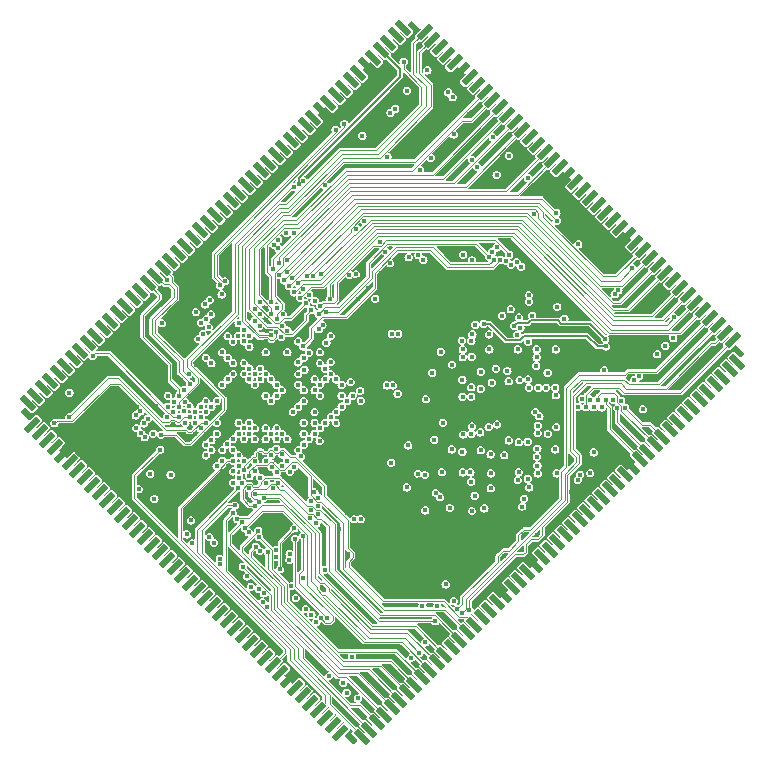
<source format=gbr>
%TF.GenerationSoftware,KiCad,Pcbnew,8.0.0-rc1*%
%TF.CreationDate,2025-03-14T10:19:49+03:00*%
%TF.ProjectId,SMX66_V1.0,534d5836-365f-4563-912e-302e6b696361,rev?*%
%TF.SameCoordinates,Original*%
%TF.FileFunction,Copper,L2,Inr*%
%TF.FilePolarity,Positive*%
%FSLAX46Y46*%
G04 Gerber Fmt 4.6, Leading zero omitted, Abs format (unit mm)*
G04 Created by KiCad (PCBNEW 8.0.0-rc1) date 2025-03-14 10:19:49*
%MOMM*%
%LPD*%
G01*
G04 APERTURE LIST*
G04 Aperture macros list*
%AMRotRect*
0 Rectangle, with rotation*
0 The origin of the aperture is its center*
0 $1 length*
0 $2 width*
0 $3 Rotation angle, in degrees counterclockwise*
0 Add horizontal line*
21,1,$1,$2,0,0,$3*%
G04 Aperture macros list end*
%TA.AperFunction,CastellatedPad*%
%ADD10RotRect,1.500000X0.500000X315.000000*%
%TD*%
%TA.AperFunction,CastellatedPad*%
%ADD11RotRect,1.500000X0.500000X45.000000*%
%TD*%
%TA.AperFunction,ViaPad*%
%ADD12C,0.400050*%
%TD*%
%TA.AperFunction,Conductor*%
%ADD13C,0.101600*%
%TD*%
%TA.AperFunction,Conductor*%
%ADD14C,0.200000*%
%TD*%
%TA.AperFunction,Conductor*%
%ADD15C,0.150000*%
%TD*%
%TA.AperFunction,Conductor*%
%ADD16C,0.088900*%
%TD*%
%TA.AperFunction,Conductor*%
%ADD17C,0.096520*%
%TD*%
G04 APERTURE END LIST*
D10*
%TO.N,/VCC_3V3*%
%TO.C,U1*%
X146376438Y-64025579D03*
X145740042Y-64661975D03*
X145103646Y-65298371D03*
%TO.N,/[VCC_CPU]-[RTC]/VCC_RTC*%
X144467250Y-65934767D03*
%TO.N,/RK3566_1/GPIO0_B0_u*%
X143830855Y-66571162D03*
%TO.N,GND*%
X143194457Y-67207560D03*
%TO.N,/RK3566_2/HDMITX_CEC_M0*%
X142558061Y-67843956D03*
%TO.N,/RK3566_2/HDMITX_SDA*%
X141921665Y-68480352D03*
%TO.N,/RK3566_2/HDMITX_SCL*%
X141285269Y-69116748D03*
%TO.N,/RK3566_3/GPIO3_B4_d*%
X140648873Y-69753144D03*
%TO.N,/RK3566_3/GPIO3_C0_d*%
X140012477Y-70389540D03*
%TO.N,GND*%
X139376081Y-71025936D03*
%TO.N,/RK3566_3/GPIO3_B5_d*%
X138739685Y-71662332D03*
%TO.N,/RK3566_3/GMAC1_TXD1_M0*%
X138103289Y-72298728D03*
%TO.N,/RK3566_3/GMAC1_TXEN_M0*%
X137466893Y-72935124D03*
%TO.N,/RK3566_3/GPIO3_B3_d*%
X136830496Y-73571521D03*
%TO.N,/RK3566_3/GMAC1_RXD1_M0*%
X136194101Y-74207916D03*
%TO.N,/RK3566_3/GMAC1_RXD0_M0*%
X135557704Y-74844313D03*
%TO.N,/RK3566_3/GPIO3_A5_d*%
X134921308Y-75480709D03*
%TO.N,/RK3566_3/GPIO3_A4_d*%
X134284912Y-76117105D03*
%TO.N,/RK3566_3/GPIO3_A7_d*%
X133648516Y-76753501D03*
%TO.N,/RK3566_3/GPIO3_A2_d*%
X133012120Y-77389897D03*
%TO.N,/RK3566_3/GPIO3_A3_d*%
X132375724Y-78026293D03*
%TO.N,/RK3566_3/GPIO3_A6_d*%
X131739329Y-78662688D03*
%TO.N,/RK3566_4/MIPI_DSI_TX0_D3N*%
X131102932Y-79299085D03*
%TO.N,/RK3566_4/MIPI_DSI_TX0_D3P*%
X130466535Y-79935482D03*
%TO.N,/RK3566_4/MIPI_DSI_TX0_D2N*%
X129830140Y-80571877D03*
%TO.N,/RK3566_4/MIPI_DSI_TX0_D2P*%
X129193743Y-81208274D03*
%TO.N,/RK3566_4/MIPI_DSI_TX0_D1N*%
X128557347Y-81844670D03*
%TO.N,/RK3566_4/MIPI_DSI_TX0_D1P*%
X127920951Y-82481066D03*
%TO.N,/RK3566_4/MIPI_DSI_TX0_D0N*%
X127284555Y-83117462D03*
%TO.N,/RK3566_4/MIPI_DSI_TX0_D0P*%
X126648159Y-83753858D03*
%TO.N,/RK3566_4/MIPI_DSI_TX0_CLKN*%
X126011763Y-84390254D03*
%TO.N,/RK3566_4/MIPI_DSI_TX0_CLKP*%
X125375368Y-85026649D03*
%TO.N,/RK3566_4/HDMI_TX_HPDIN*%
X124738970Y-85663047D03*
%TO.N,/RK3566_4/HDMI_TXCLKN*%
X124102574Y-86299443D03*
%TO.N,/RK3566_4/HDMI_TXCLKP*%
X123466179Y-86935838D03*
%TO.N,/RK3566_4/HDMI_TX0N*%
X122829782Y-87572235D03*
%TO.N,/RK3566_4/HDMI_TX0P*%
X122193386Y-88208631D03*
%TO.N,/RK3566_4/HDMI_TX1N*%
X121556990Y-88845027D03*
%TO.N,/RK3566_4/HDMI_TX1P*%
X120920594Y-89481423D03*
%TO.N,/RK3566_4/HDMI_TX2N*%
X120284198Y-90117819D03*
%TO.N,/RK3566_4/HDMI_TX2P*%
X119647802Y-90754215D03*
%TO.N,/RK3566_5/MIPI_CSI_RX_CLK1N*%
X119011406Y-91390611D03*
%TO.N,/RK3566_5/MIPI_CSI_RX_CLK1P*%
X118375009Y-92027008D03*
%TO.N,/RK3566_5/MIPI_CSI_RX_D3N*%
X117738613Y-92663404D03*
%TO.N,/RK3566_5/MIPI_CSI_RX_D3P*%
X117102217Y-93299800D03*
%TO.N,/RK3566_5/MIPI_CSI_RX_D2N*%
X116465821Y-93936196D03*
%TO.N,/RK3566_5/MIPI_CSI_RX_D2P*%
X115829425Y-94572592D03*
%TO.N,/RK3566_5/MIPI_CSI_RX_D1P*%
X115193029Y-95208988D03*
%TO.N,/RK3566_5/MIPI_CSI_RX_D1N*%
X114556633Y-95845384D03*
D11*
%TO.N,/RK3566_5/MIPI_CSI_RX_D0N*%
X114945543Y-97648506D03*
%TO.N,/RK3566_5/MIPI_CSI_RX_D0P*%
X115581939Y-98284903D03*
%TO.N,/RK3566_5/MIPI_CSI_RX_CLK0N*%
X116218334Y-98921298D03*
%TO.N,/RK3566_5/MIPI_CSI_RX_CLK0P*%
X116854730Y-99557695D03*
%TO.N,GND*%
X117491126Y-100194091D03*
%TO.N,/RK3566_1/GPIO0_C4_d*%
X118127522Y-100830487D03*
%TO.N,/RK3566_1/GPIO0_C3_d*%
X118763918Y-101466883D03*
%TO.N,/RK3566_1/GPIO0_C2_d*%
X119400315Y-102103279D03*
%TO.N,/RK3566_6/PCIE20_SATA2_RXP*%
X120036711Y-102739675D03*
%TO.N,/RK3566_6/PCIE20_SATA2_RXN*%
X120673107Y-103376070D03*
%TO.N,/RK3566_6/PCIE20_SATA2_TXN*%
X121309504Y-104012467D03*
%TO.N,/RK3566_6/PCIE20_SATA2_TXP*%
X121945900Y-104648864D03*
%TO.N,/RK3566_6/PCIE20_REFCLKP*%
X122582295Y-105285259D03*
%TO.N,/RK3566_6/PCIE20_REFCLKN*%
X123218691Y-105921656D03*
%TO.N,/RK3566_6/USB3_HOST1_SSTXP*%
X123855087Y-106558052D03*
%TO.N,/RK3566_6/USB3_HOST1_SSTXN*%
X124491483Y-107194448D03*
%TO.N,/RK3566_6/USB3_HOST1_SSRXP*%
X125127879Y-107830844D03*
%TO.N,/RK3566_6/USB3_HOST1_SSRXN*%
X125764276Y-108467240D03*
%TO.N,/RK3566_6/USB_OTG0_DN*%
X126400671Y-109103635D03*
%TO.N,/RK3566_6/USB_OTG0_DP*%
X127037068Y-109740031D03*
%TO.N,/RK3566_6/USB3_HOST1_DP*%
X127673465Y-110376429D03*
%TO.N,/RK3566_6/USB3_HOST1_DN*%
X128309860Y-111012824D03*
%TO.N,/RK3566_4/EDP_TXD2N*%
X128946256Y-111649220D03*
%TO.N,/RK3566_4/EDP_TXD2P*%
X129582652Y-112285617D03*
%TO.N,/RK3566_4/EDP_TXD1N*%
X130219048Y-112922013D03*
%TO.N,/RK3566_4/EDP_TXD1P*%
X130855444Y-113558409D03*
%TO.N,/RK3566_4/EDP_TXD0N*%
X131491840Y-114194805D03*
%TO.N,/RK3566_4/EDP_TXD0P*%
X132128237Y-114831201D03*
%TO.N,/RK3566_4/EDP_TXD3N*%
X132764632Y-115467596D03*
%TO.N,/RK3566_4/EDP_TXD3P*%
X133401029Y-116103993D03*
%TO.N,/RK3566_4/EDP_TX_AUXN*%
X134037426Y-116740390D03*
%TO.N,/RK3566_4/EDP_TX_AUXP*%
X134673821Y-117376785D03*
%TO.N,/RK3566_1/GPIO0_A4_u*%
X135310217Y-118013182D03*
%TO.N,/RK3566_7/SDMMC0_CLK{slash}TEST_CLKOUT{slash}UART5_TX_M0*%
X135946613Y-118649578D03*
%TO.N,GND*%
X136583009Y-119285974D03*
%TO.N,/RK3566_7/SDMMC0_CMD{slash}PWM10_M1{slash}UART5_RX_M0*%
X137219405Y-119922370D03*
%TO.N,/RK3566_7/SDMMC0_D3{slash}ARM_JTAG_TMS*%
X137855802Y-120558766D03*
%TO.N,/RK3566_7/SDMMC0_D2{slash}ARM_JTAG_TCK*%
X138492198Y-121195162D03*
%TO.N,/RK3566_7/SDMMC0_D1{slash}UART2_RX_M1{slash}UART6_RX_M1{slash}PWM9_M1*%
X139128593Y-121831557D03*
%TO.N,/RK3566_7/SDMMC0_D0{slash}UART2_TX_M1{slash}UART6_TX_M1{slash}PWM8_M1*%
X139764991Y-122467954D03*
%TO.N,/RK3566_6/USB_OTG0_ID*%
X140401387Y-123104351D03*
%TO.N,/RK3566_6/USB_OTG0_VBUSDET*%
X141037782Y-123740746D03*
D10*
%TO.N,/RK3566_2/GPIO2_B3_u*%
X142840904Y-124129655D03*
%TO.N,/RK3566_2/GPIO2_B4_u*%
X143477300Y-123493259D03*
%TO.N,/RK3566_2/GPIO2_B5_u*%
X144113697Y-122856863D03*
%TO.N,/RK3566_2/GPIO2_B6_u*%
X144750093Y-122220467D03*
%TO.N,/RK3566_2/GPIO2_B7_d*%
X145386489Y-121584071D03*
%TO.N,/RK3566_2/GPIO2_C0_d*%
X146022885Y-120947675D03*
%TO.N,/RK3566_2/GPIO2_C1_d*%
X146659281Y-120311279D03*
%TO.N,/RK3566_2/GPIO2_B2_u*%
X147295677Y-119674882D03*
%TO.N,/RK3566_2/GPIO2_C6_d*%
X147932073Y-119038486D03*
%TO.N,/RK3566_2/GPIO2_C2_d*%
X148568469Y-118402090D03*
%TO.N,/RK3566_2/GPIO2_C3_d*%
X149204865Y-117765694D03*
%TO.N,/RK3566_2/GPIO2_C4_d*%
X149841261Y-117129298D03*
%TO.N,/RK3566_2/GPIO2_C5_d*%
X150477658Y-116492902D03*
%TO.N,/RK3566_2/GPIO2_A6_u*%
X151114054Y-115856506D03*
%TO.N,/RK3566_2/GPIO2_A5_u*%
X151750450Y-115220110D03*
%TO.N,/RK3566_2/GPIO2_A4_u*%
X152386846Y-114583714D03*
%TO.N,/RK3566_2/GPIO2_A3_u*%
X153023242Y-113947318D03*
%TO.N,/RK3566_2/GPIO2_A7_u*%
X153659638Y-113310921D03*
%TO.N,/RK3566_2/GPIO2_B0_d*%
X154296034Y-112674525D03*
%TO.N,GND*%
X154932430Y-112038129D03*
%TO.N,/RK3566_2/SARADC_VIN3*%
X155568826Y-111401733D03*
%TO.N,/RK3566_2/SARADC_VIN2_HP_HOOK*%
X156205222Y-110765337D03*
%TO.N,/RK3566_2/SARADC_VIN0_KEY{slash}RECOVERY*%
X156841619Y-110128941D03*
%TO.N,GND*%
X157478015Y-109492545D03*
%TO.N,/RK3566_8/PCIE20_PERSTn_M2*%
X158114411Y-108856149D03*
%TO.N,/RK3566_8/PCIE20_WAKEn_M2*%
X158750807Y-108219753D03*
%TO.N,/RK3566_8/PCIE20_CLKREQn_M2*%
X159387203Y-107583357D03*
%TO.N,/RK3566_8/UART3_RX_M0*%
X160023599Y-106946960D03*
%TO.N,/RK3566_8/UART3_TX_M0*%
X160659995Y-106310564D03*
%TO.N,/RK3566_8/UART4_RX_M0*%
X161296391Y-105674168D03*
%TO.N,/RK3566_8/UART4_TX_M0*%
X161932787Y-105037772D03*
%TO.N,/RK3566_8/I2S1_LRCK_TX_M0*%
X162569184Y-104401376D03*
%TO.N,/RK3566_8/I2S1_SDI0_M0{slash}PDM_SDI0_M0*%
X163205580Y-103764980D03*
%TO.N,/RK3566_8/I2S1_SCLK_TX_M0*%
X163841976Y-103128584D03*
%TO.N,/RK3566_8/I2S1_SDO0_M0*%
X164478372Y-102492188D03*
%TO.N,/RK3566_8/I2S1_MCLK_M0*%
X165114768Y-101855792D03*
%TO.N,GND*%
X165751164Y-101219395D03*
%TO.N,/RK3566_1/SPI0_CS0_M0*%
X166387560Y-100582999D03*
%TO.N,/RK3566_1/SPI0_MISO_M0*%
X167023956Y-99946603D03*
%TO.N,/RK3566_1/SPI0_MOSI_M0*%
X167660352Y-99310207D03*
%TO.N,/RK3566_1/SPI0_CLK_M0*%
X168296748Y-98673811D03*
%TO.N,/RK3566_2/SPI3_CS0_M1*%
X168933145Y-98037415D03*
%TO.N,/RK3566_2/SPI3_MISO_M1*%
X169569541Y-97401019D03*
%TO.N,/RK3566_2/SPI3_MOSI_M1*%
X170205937Y-96764623D03*
%TO.N,/RK3566_2/SPI3_CLK_M1*%
X170842333Y-96128227D03*
%TO.N,/RK3566_1/LCD0_PWREN_H*%
X171478729Y-95491831D03*
%TO.N,/RK3566_1/PWM0_M0*%
X172115125Y-94855434D03*
%TO.N,/RK3566_3/UART5_RX_M1*%
X172751521Y-94219038D03*
%TO.N,/RK3566_3/UART5_TX_M1*%
X173387917Y-93582642D03*
%TO.N,/RK3566_1/UART2_RX_M0_DEBUG*%
X174024313Y-92946246D03*
%TO.N,/RK3566_1/UART2_TX_M0_DEBUG*%
X174660709Y-92309850D03*
D11*
%TO.N,/RK3566_2/SPDIF_TX_M2*%
X174271801Y-90506728D03*
%TO.N,/RK3566_1/GPIO0_A6_d*%
X173635405Y-89870332D03*
%TO.N,/RK3566_1/GPIO0_A3_u*%
X172999009Y-89233936D03*
%TO.N,/RK3566_1/GPIO0_A0_d*%
X172362612Y-88597539D03*
%TO.N,/RK3566_5/GPIO4_B0_d*%
X171726216Y-87961143D03*
%TO.N,/RK3566_5/CAMERAB_RST_L *%
X171089820Y-87324747D03*
%TO.N,/RK3566_5/CIFT_8BIT_D7*%
X170453424Y-86688351D03*
%TO.N,/RK3566_5/CIFT_8BIT_D6*%
X169817028Y-86051955D03*
%TO.N,/RK3566_5/CIFT_8BIT_D5*%
X169180632Y-85415559D03*
%TO.N,/RK3566_5/CIFT_8BIT_D4*%
X168544236Y-84779163D03*
%TO.N,/RK3566_5/CIFT_8BIT_D3*%
X167907840Y-84142767D03*
%TO.N,/RK3566_5/CIFT_8BIT_D2*%
X167271444Y-83506371D03*
%TO.N,/RK3566_5/CIFT_8BIT_D1*%
X166635047Y-82869974D03*
%TO.N,/RK3566_5/CIFT_8BIT_D0*%
X165998651Y-82233578D03*
%TO.N,GND*%
X165362255Y-81597182D03*
%TO.N,/RK3566_6/USB2_HOST2_DN*%
X164725859Y-80960786D03*
%TO.N,/RK3566_6/USB2_HOST2_DP*%
X164089463Y-80324390D03*
%TO.N,/RK3566_6/USB2_HOST3_DP*%
X163453067Y-79687994D03*
%TO.N,/RK3566_6/USB2_HOST3_DN*%
X162816671Y-79051598D03*
%TO.N,/RK3566_5/CIFT_8BIT_VSYNC*%
X162180275Y-78415202D03*
%TO.N,/RK3566_5/CIFT_8BIT_HREF*%
X161543879Y-77778806D03*
%TO.N,/RK3566_5/CIFT_8BIT_CLKIN*%
X160907483Y-77142410D03*
%TO.N,GND*%
X160271086Y-76506013D03*
%TO.N,/RK3566_5/CIF_CLKOUT*%
X159634690Y-75869617D03*
%TO.N,/RK3566_5/GPIO3_D5_d*%
X158998294Y-75233221D03*
%TO.N,/RK3566_5/GPIO3_D4_d*%
X158361898Y-74596825D03*
%TO.N,/RK3566_5/GPIO3_D3_d*%
X157725502Y-73960429D03*
%TO.N,/RK3566_5/GPIO3_D2_d*%
X157089106Y-73324033D03*
%TO.N,/RK3566_5/GPIO3_D1_d*%
X156452710Y-72687637D03*
%TO.N,/RK3566_5/GPIO3_D0_d*%
X155816314Y-72051241D03*
%TO.N,/RK3566_5/GPIO3_C7_d*%
X155179918Y-71414845D03*
%TO.N,/RK3566_5/GPIO3_C6_d*%
X154543522Y-70778449D03*
%TO.N,/RK3566_5/GPIO4_B4_d*%
X153907125Y-70142052D03*
%TO.N,/RK3566_5/GPIO4_B5_d_1V8*%
X153270729Y-69505656D03*
%TO.N,/RK3566_5/I2C4_SDA_M0_1V8*%
X152634333Y-68869260D03*
%TO.N,/RK3566_5/I2C4_SCL_M0_1V8*%
X151997937Y-68232864D03*
%TO.N,GND*%
X151361541Y-67596468D03*
%TO.N,/RK3566_1/GPIO0_B4_u*%
X150725145Y-66960072D03*
%TO.N,/RK3566_1/GPIO0_B3_u*%
X150088749Y-66323676D03*
%TO.N,/RK3566_1/GPIO0_A5_d*%
X149452353Y-65687280D03*
%TO.N,/RK3566_3/GMAC1_MDIO_M0*%
X148815957Y-65050884D03*
%TO.N,/RK3566_3/GMAC1_MDC_M0*%
X148179561Y-64414488D03*
%TD*%
D12*
%TO.N,/EMMC/eMMC_RSTn*%
X138595485Y-113727465D03*
X135221391Y-101217654D03*
%TO.N,Net-(U1000T-EDP_TX_AVDD_0V9)*%
X131957605Y-99790995D03*
%TO.N,/[VCC_CPU]-[RTC]/VDD_CPU*%
X135634565Y-97952515D03*
X134715325Y-98871755D03*
X136553805Y-98871755D03*
X135634565Y-98871755D03*
X147985485Y-112996640D03*
X135174945Y-98412135D03*
X134715325Y-97952515D03*
X136094185Y-98412135D03*
%TO.N,/RK3566_1/PMUPLL_AVDD_1V8*%
X143985485Y-86987465D03*
X135205485Y-100217465D03*
X130578745Y-98412135D03*
X137932675Y-91977455D03*
X126667873Y-101869853D03*
X137999786Y-92996545D03*
X129210210Y-97942190D03*
X132876845Y-92437075D03*
X131038365Y-94275555D03*
X131957605Y-98871755D03*
X134727128Y-100722039D03*
X137905485Y-77027465D03*
X132417215Y-100250625D03*
X149255485Y-112996640D03*
X131957605Y-92437075D03*
X131497985Y-93815935D03*
X128395485Y-105757465D03*
%TO.N,/LPDDR4/VCC0V6_DDR*%
X153788285Y-101775865D03*
X151375285Y-99921665D03*
X156149475Y-101668935D03*
X159274685Y-91279065D03*
X137932675Y-94735175D03*
X153774315Y-103029615D03*
X153664335Y-91272465D03*
X168565485Y-90977465D03*
X152111885Y-102461665D03*
X156054725Y-102332125D03*
X157674485Y-100378865D03*
X167865485Y-91687465D03*
X152151005Y-91900855D03*
X137932675Y-95654415D03*
X151335915Y-90524685D03*
X146666385Y-102953415D03*
X157625465Y-92647365D03*
X169215485Y-90327465D03*
X156939665Y-90632635D03*
X157025485Y-102957465D03*
X159343775Y-101770785D03*
X164255485Y-86607465D03*
X153632835Y-90003985D03*
X149539885Y-91458645D03*
X149629295Y-101677825D03*
X137473045Y-94275555D03*
X137473045Y-96114035D03*
X156057525Y-91279065D03*
X164575485Y-86267465D03*
X137013425Y-96573655D03*
X156010275Y-90026335D03*
%TO.N,/POWER/VCC0V9_2*%
X135634565Y-95194795D03*
X136094185Y-94735175D03*
X145685485Y-70897465D03*
X134715325Y-95194795D03*
X135634565Y-94275555D03*
X128814545Y-88118405D03*
X135174945Y-93815935D03*
X135174945Y-95654415D03*
X145285485Y-71237465D03*
%TO.N,/POWER/VCC0V9_1*%
X133796085Y-94275555D03*
X132876845Y-98871755D03*
X147755485Y-76067465D03*
X125937618Y-89059598D03*
X133336465Y-93815935D03*
X134255705Y-92896695D03*
X132876845Y-97952515D03*
X148685485Y-75057465D03*
X133796075Y-97952515D03*
X134255705Y-93815935D03*
X132417225Y-97492895D03*
X134715325Y-93356315D03*
X133336465Y-98412135D03*
X133336465Y-97492895D03*
X133796075Y-98871755D03*
X132417225Y-98412135D03*
%TO.N,/LPDDR4/VCC_DDR*%
X159236845Y-94513755D03*
X157891655Y-96936655D03*
X147645485Y-83297465D03*
X152467485Y-89177465D03*
X155305175Y-98984155D03*
X156595485Y-103907465D03*
X151390015Y-95284395D03*
X149724285Y-97483265D03*
X148821575Y-93254675D03*
X153760605Y-100169575D03*
X137932645Y-97492895D03*
X139311505Y-94275555D03*
X154209415Y-92906955D03*
X148987685Y-98931065D03*
X156285485Y-89437465D03*
X159276465Y-95160435D03*
X154299585Y-97619155D03*
X148282885Y-95493580D03*
X148065485Y-83697465D03*
X138851885Y-93815935D03*
X152929765Y-94606715D03*
X155178935Y-93095925D03*
X138851885Y-94735175D03*
X152413635Y-103671975D03*
X138851885Y-96573655D03*
X139311505Y-95194795D03*
X152188085Y-97788065D03*
X157532505Y-96577505D03*
X155287395Y-93973245D03*
X158604885Y-98431955D03*
X159318125Y-97845215D03*
%TO.N,/RK3566_1/PMUPLL_AVDD_0V9*%
X142391556Y-81053536D03*
X130578745Y-97492895D03*
X133336465Y-92896695D03*
X129659505Y-96573655D03*
X129199885Y-97033275D03*
X132876845Y-93356315D03*
X137473045Y-93356315D03*
X137486295Y-92382277D03*
X131445485Y-99317465D03*
X131957605Y-93356315D03*
X130578745Y-95654415D03*
%TO.N,/EMMC/VCC3V3_FLASH*%
X137265485Y-112327465D03*
X141565485Y-120328290D03*
%TO.N,GND*%
X132884085Y-95197265D03*
X155831720Y-105076579D03*
X146344105Y-100111865D03*
X150599575Y-95392085D03*
X156867785Y-86034725D03*
X156921635Y-92518335D03*
X149234575Y-102037485D03*
X143448505Y-104023465D03*
X128745485Y-95587465D03*
X141145485Y-86817465D03*
X140885485Y-106447465D03*
X144889655Y-90327325D03*
X154855095Y-108760815D03*
X136405485Y-81894673D03*
X155287395Y-100870105D03*
X149360305Y-106175915D03*
X134255735Y-100227465D03*
X155972685Y-93292265D03*
X137583085Y-95197265D03*
X142053473Y-107859477D03*
X137473025Y-98871755D03*
X152721495Y-107084415D03*
X134255695Y-98412135D03*
X150537085Y-108379865D03*
X129659505Y-92896695D03*
X160951085Y-91819065D03*
X152735485Y-104929650D03*
X147572885Y-95408584D03*
X152797685Y-95298865D03*
X149325765Y-86968685D03*
X157316855Y-89177725D03*
X148606685Y-84783265D03*
X152100205Y-93927265D03*
X133265085Y-104011065D03*
X136643285Y-97940465D03*
X159235315Y-93251375D03*
X130471085Y-91082465D03*
X144466485Y-84783265D03*
X133315485Y-88327465D03*
X148047885Y-108379865D03*
X135655485Y-90647465D03*
X134715315Y-90598605D03*
X135174945Y-91977455D03*
X137938685Y-93800265D03*
X159071485Y-103782465D03*
X148236355Y-106175915D03*
X129677291Y-98423517D03*
X155485005Y-103043325D03*
X144296815Y-85878265D03*
X148462415Y-107242715D03*
X152137285Y-100455065D03*
X145733695Y-85878265D03*
X122545485Y-98827465D03*
X155388485Y-91158665D03*
X124839296Y-99765795D03*
X158520305Y-101660295D03*
X159604885Y-101013865D03*
X142640735Y-85324035D03*
X151660785Y-85878265D03*
X125408365Y-96078345D03*
X131935485Y-89587465D03*
X156429895Y-108252815D03*
X144816495Y-95007785D03*
X142500785Y-86968685D03*
X132858685Y-96111665D03*
X136465485Y-96111665D03*
X152594485Y-108405265D03*
X152898525Y-91297095D03*
X149153805Y-105027825D03*
X141665485Y-108637465D03*
X151045485Y-109517465D03*
X134725618Y-86790310D03*
X153868555Y-92231055D03*
X143094895Y-95189595D03*
X133336495Y-99331375D03*
X151349885Y-94562265D03*
X138392265Y-97952515D03*
X153652905Y-90650415D03*
X128280645Y-98871755D03*
X147207705Y-99095865D03*
X147145935Y-105065925D03*
X149539885Y-90919905D03*
X143398925Y-86070545D03*
X151945485Y-71327465D03*
X135625485Y-91577465D03*
X145211725Y-91523665D03*
X149684915Y-88046155D03*
X146013905Y-94523865D03*
X134715325Y-94275555D03*
X147967115Y-89501825D03*
X140173885Y-96035465D03*
X154389255Y-93973245D03*
X145988505Y-106004665D03*
X126845485Y-97567465D03*
X139771155Y-96573655D03*
X151895485Y-107277465D03*
X158598535Y-99072295D03*
X131969685Y-96111665D03*
X142383685Y-95984665D03*
X160951085Y-90650665D03*
X134255705Y-91977455D03*
X152222621Y-106016790D03*
X128280645Y-97952515D03*
X133795485Y-99697465D03*
X143932325Y-88046155D03*
X138865285Y-92796665D03*
X156556868Y-107018848D03*
X149180725Y-97385735D03*
X154022885Y-87387675D03*
X128855485Y-92567465D03*
X139182660Y-103017465D03*
X157263005Y-103707795D03*
X158538085Y-91297095D03*
X136109885Y-95679865D03*
X134715485Y-97127465D03*
X150563755Y-97583345D03*
X136315485Y-109427465D03*
X141131845Y-97226795D03*
X135174945Y-96573655D03*
X141873705Y-104023465D03*
X118985485Y-94677465D03*
X153610485Y-84783265D03*
X145201105Y-107249265D03*
X136567085Y-94257465D03*
X148447175Y-98463205D03*
X152905485Y-109547465D03*
X136094185Y-96573655D03*
X143965485Y-116507465D03*
X137013425Y-93815935D03*
X143092905Y-102042265D03*
X156854825Y-101682145D03*
X134297172Y-91097369D03*
X159325485Y-92250865D03*
X147512505Y-97521065D03*
X130119125Y-93356315D03*
X135652685Y-96111665D03*
X134795485Y-89687465D03*
X147362085Y-109522865D03*
X144210505Y-103159865D03*
X151505845Y-86968685D03*
X127821025Y-98412135D03*
X128883085Y-99654665D03*
X137473025Y-97952515D03*
X133327565Y-100259545D03*
X152975485Y-101826665D03*
X139010065Y-91110105D03*
X139596556Y-111526394D03*
X156886075Y-101175155D03*
X152128905Y-98968915D03*
X130119125Y-95194795D03*
X150664085Y-103757065D03*
X149719465Y-92356785D03*
X142381705Y-107122265D03*
X136541685Y-97026065D03*
X156959985Y-99776885D03*
X151400685Y-104112665D03*
X133815219Y-91537731D03*
X131058296Y-101610276D03*
X138395885Y-94282865D03*
X140230765Y-95194795D03*
X148884105Y-94574665D03*
X135627285Y-92428665D03*
X160405485Y-92347465D03*
X148966605Y-88046155D03*
X144305485Y-107597465D03*
X160570085Y-100632865D03*
X146541925Y-89572945D03*
X145888885Y-109522865D03*
X143816505Y-89721025D03*
X134275485Y-96597465D03*
X134705582Y-101637562D03*
X142772885Y-90057675D03*
X127550085Y-93851065D03*
X132401485Y-95654465D03*
X137473045Y-91517835D03*
X145264055Y-108379865D03*
X157699895Y-106957465D03*
X149857635Y-99679095D03*
X153782695Y-102459635D03*
X156108575Y-99786035D03*
X159059045Y-96667165D03*
X157669405Y-93578275D03*
X160951085Y-89558465D03*
X159346315Y-90632635D03*
X136293478Y-102109472D03*
X149267085Y-109522865D03*
X144582885Y-98537065D03*
X122535587Y-101727567D03*
X150509905Y-101624485D03*
X133325485Y-95627465D03*
X159687695Y-87058345D03*
X145605425Y-102766725D03*
X160341485Y-87653465D03*
X132395485Y-96567465D03*
X132405485Y-91087465D03*
X156903855Y-96511465D03*
X134719924Y-87801904D03*
X148516265Y-103222905D03*
X141570175Y-105090265D03*
X132426885Y-93825665D03*
X133336465Y-96573655D03*
X141418485Y-93495465D03*
X132401485Y-92911265D03*
X149146185Y-85878265D03*
X140218595Y-98097185D03*
X151832485Y-84783265D03*
X149038485Y-100937665D03*
X139771165Y-95654415D03*
X152054485Y-91279065D03*
X133825485Y-96107465D03*
X159400165Y-98577245D03*
X151934085Y-89075865D03*
X155365485Y-76267465D03*
X147205115Y-103312565D03*
X156840095Y-97767245D03*
X144599585Y-86968685D03*
X154982085Y-91800015D03*
X141995485Y-85967465D03*
X149108845Y-104318405D03*
X147060692Y-101593290D03*
X157019925Y-95166785D03*
X152795405Y-97722535D03*
X155020185Y-105919115D03*
X123790895Y-96162415D03*
X137989485Y-90066465D03*
X137013425Y-89219735D03*
X134715837Y-99687112D03*
X129654389Y-94702517D03*
X150403485Y-86968685D03*
X158485505Y-95410125D03*
X153834765Y-104499005D03*
X147512505Y-96505065D03*
X154169285Y-108405265D03*
X154225485Y-106687465D03*
X152979295Y-100645565D03*
X154220085Y-100429665D03*
X154209675Y-95230545D03*
X139311525Y-96114035D03*
X153673985Y-99242985D03*
X159286625Y-99050195D03*
X156302885Y-106271665D03*
X132835485Y-91557465D03*
X156957695Y-91297095D03*
X157351145Y-87778435D03*
X131497985Y-100250615D03*
X138497485Y-99820065D03*
X157750695Y-95171815D03*
X145480505Y-104429865D03*
X135625485Y-100647465D03*
X147978795Y-85878265D03*
X147543185Y-107242715D03*
X131957605Y-97033275D03*
X150958725Y-104803295D03*
X133899460Y-106067465D03*
X159247505Y-102324765D03*
X132426885Y-94740065D03*
X154175125Y-85878265D03*
X155155485Y-107397465D03*
X158468745Y-97796195D03*
X155502785Y-96451775D03*
X130036811Y-100647182D03*
X131485485Y-97507465D03*
X139685485Y-107137465D03*
X136553805Y-93356315D03*
X149539885Y-107242715D03*
X148607445Y-89123875D03*
X140700045Y-92857995D03*
X147819285Y-102283865D03*
X158536815Y-87536375D03*
X134255735Y-99331375D03*
X138851885Y-91977455D03*
X133833398Y-102569552D03*
X159614535Y-88182805D03*
X155464193Y-104397465D03*
X147082685Y-84783265D03*
X143525485Y-108347465D03*
X153585485Y-103577465D03*
X150403485Y-88046155D03*
X150427105Y-91254175D03*
X140690375Y-95654415D03*
X156795485Y-84783265D03*
X153097405Y-85878265D03*
X130578745Y-93815935D03*
X160586310Y-103317465D03*
X145277305Y-93457065D03*
X137473045Y-97033275D03*
X131531894Y-96598157D03*
X128319924Y-95213026D03*
X137655485Y-112767465D03*
X134665485Y-85277465D03*
X128740265Y-98412135D03*
X155430905Y-101708305D03*
X147978795Y-86968685D03*
X136541685Y-95197265D03*
X133795485Y-97087465D03*
X159365485Y-105737465D03*
X155269365Y-92364665D03*
X150313565Y-85878265D03*
X153425485Y-107567465D03*
X135174945Y-91058215D03*
X144265315Y-89271955D03*
X150232285Y-84783265D03*
X149622685Y-108379865D03*
X143355485Y-73597465D03*
X156242945Y-96451775D03*
X153837565Y-97273215D03*
X145736485Y-84783265D03*
X136553805Y-92437075D03*
X131038365Y-93356315D03*
X135174945Y-94735175D03*
X131038365Y-98871755D03*
X147977525Y-104264565D03*
X144618885Y-109522865D03*
X131019088Y-97051067D03*
X145464195Y-87237925D03*
X134715315Y-88760125D03*
X131497985Y-101169855D03*
X153291975Y-105994805D03*
X149698885Y-93520865D03*
X147260235Y-89393365D03*
X130578745Y-92896695D03*
X144125485Y-106307465D03*
%TO.N,Net-(U3-EN)*%
X166655485Y-96347465D03*
%TO.N,Net-(U3-FB{slash}OUT)*%
X163365485Y-93037465D03*
%TO.N,Net-(U5-EN)*%
X150545485Y-69927465D03*
%TO.N,Net-(U6-EN)*%
X148405485Y-67657465D03*
%TO.N,/RK3566_6/USB_OTG0_VBUSDET*%
X130835485Y-108987465D03*
%TO.N,/RK3566_2/SARADC_VIN0_KEY{slash}RECOVERY*%
X133811817Y-101607744D03*
X149955485Y-111178290D03*
%TO.N,/RK3566_2/SARADC_VIN1_EVB_HW_ID*%
X134246992Y-102123816D03*
%TO.N,Net-(U2210-EN)*%
X155315485Y-74867465D03*
%TO.N,Net-(U2210-FB{slash}OUT)*%
X156915485Y-76737465D03*
%TO.N,/RK3566_2/SARADC_VIN3*%
X149064004Y-114286805D03*
X134179495Y-104163425D03*
%TO.N,/RK3566_5/VCCIO6*%
X151435485Y-83258290D03*
X136553805Y-91517835D03*
%TO.N,Net-(U4000A-VDDi)*%
X134809414Y-113043536D03*
%TO.N,/RK3566_4/HDMI_TX_HPDIN*%
X127371046Y-95181904D03*
%TO.N,/[VCC_CPU]-[RTC]/VCC_RTC*%
X144371995Y-82143975D03*
X137498402Y-77281892D03*
%TO.N,Net-(U5-FB{slash}OUT)*%
X153925485Y-73327465D03*
%TO.N,/LPDDR4/LPDDR4_RESETn*%
X145338329Y-100872231D03*
X157725285Y-99667665D03*
X138851885Y-97492895D03*
%TO.N,Net-(U6-FB{slash}OUT)*%
X150173086Y-69517266D03*
%TO.N,/EMMC/eMMC_D0{slash}FLASH_D0*%
X135555485Y-108819994D03*
%TO.N,/RK3566_5/I2C4_SCL_M0_1V8*%
X153904211Y-83004744D03*
X138857627Y-87159607D03*
%TO.N,/RK3566_5/I2C4_SDA_M0_1V8*%
X138399414Y-86641394D03*
X154283875Y-82638290D03*
%TO.N,/RK3566_1/I2C0_SDA*%
X124146945Y-98364195D03*
X141285485Y-119487465D03*
%TO.N,/RK3566_1/I2C0_SCL*%
X147035485Y-117407465D03*
X124485988Y-98704049D03*
%TO.N,Net-(U3800A-ZQ1)*%
X155769485Y-89253665D03*
X163465485Y-90397465D03*
%TO.N,Net-(U3800A-ZQ0)*%
X153178685Y-89101265D03*
X163492185Y-91017465D03*
%TO.N,/[VCC_CPU]-[RTC]/PMIC_SLEEP_H*%
X127915485Y-97507465D03*
X123965485Y-103107465D03*
X140084414Y-118928536D03*
%TO.N,/RK3566_1/DVP_PWREN0_H_GPIO0_C1*%
X118101437Y-97001841D03*
X128280645Y-97033275D03*
%TO.N,/RK3566_2/HDMITX_SCL*%
X140639425Y-72658205D03*
X130846310Y-85857465D03*
%TO.N,/RK3566_2/HDMITX_SDA*%
X141360485Y-72182465D03*
X131265485Y-85507465D03*
%TO.N,/RK3566_DDR/DDR_RZQ*%
X139771125Y-93815935D03*
%TO.N,/RK3566_1/TSADC_SHUT_M0*%
X127361405Y-97033275D03*
X120070587Y-91822567D03*
%TO.N,/RK3566_1/TVSS*%
X116825485Y-97517465D03*
X129659505Y-97492895D03*
%TO.N,/RK3566_1/GPIO0_B3_u*%
X144849414Y-83001394D03*
X123775485Y-97927465D03*
X152183050Y-75216647D03*
X136475485Y-81417465D03*
%TO.N,/RK3566_1/GPIO0_B4_u*%
X135785485Y-81986640D03*
X124722384Y-97154218D03*
X152645485Y-75837465D03*
X145249414Y-83981394D03*
%TO.N,/RK3566_4/HDMI_TX_REXT*%
X127804924Y-94698026D03*
%TO.N,/EMMC/eMMC_CMD*%
X139369985Y-114017964D03*
X137896556Y-107066394D03*
%TO.N,/EMMC/eMMC_DATA_STROBE*%
X138115485Y-113257465D03*
X135635485Y-101677465D03*
%TO.N,/RK3566_1/GPIO0_C0_d*%
X137079092Y-77515622D03*
X127355485Y-96127465D03*
%TO.N,/RK3566_8/UART4_RX_M0*%
X137125485Y-101227465D03*
%TO.N,/RK3566_8/PCIE20_WAKEn_M2*%
X139005485Y-105997465D03*
%TO.N,/RK3566_8/I2S1_SCLK_TX_M0*%
X139123343Y-104527465D03*
X162185485Y-101757465D03*
%TO.N,/RK3566_5/CAMERAB_RST_L *%
X137647398Y-86899378D03*
%TO.N,/RK3566_5/MIPI_CSI_RX_D2P*%
X129674829Y-88729050D03*
%TO.N,/RK3566_2/GPIO2_A5_u*%
X133335485Y-102007465D03*
%TO.N,/RK3566_5/CIFT_8BIT_D6*%
X136045485Y-90187465D03*
X139371556Y-84873536D03*
%TO.N,/RK3566_1/GPIO0_C2_d*%
X124407528Y-97544160D03*
%TO.N,/RK3566_2/GPIO2_B5_u*%
X131944677Y-105138513D03*
%TO.N,/RK3566_5/MIPI_CSI_RX_D1P*%
X129245485Y-89027465D03*
%TO.N,/RK3566_2/GPIO2_C5_d*%
X147735485Y-116967465D03*
X132295485Y-105647465D03*
%TO.N,/RK3566_3/GPIO3_A7_d*%
X133774070Y-87818880D03*
%TO.N,/RK3566_7/SDMMC0_CMD{slash}PWM10_M1{slash}UART5_RX_M0*%
X133136310Y-110501255D03*
X131982179Y-101604159D03*
%TO.N,/RK3566_1/PWM0_M0*%
X128740265Y-96573655D03*
X163161360Y-96192132D03*
%TO.N,/RK3566_5/CIFT_8BIT_CLKIN*%
X139856310Y-88147741D03*
X154066556Y-83666394D03*
%TO.N,/RK3566_5/CIFT_8BIT_D3*%
X138215485Y-85056640D03*
X136095485Y-89287465D03*
%TO.N,/RK3566_6/USB2_HOST3_DN*%
X155105485Y-83757465D03*
X139209851Y-89570958D03*
%TO.N,/RK3566_5/CIFT_8BIT_HREF*%
X137905485Y-91027465D03*
X154595485Y-83687465D03*
%TO.N,/RK3566_5/MIPI_CSI_RX_CLK0P*%
X131038365Y-91517835D03*
%TO.N,/RK3566_4/EDP_TXD3P*%
X130335485Y-107637465D03*
%TO.N,/RK3566_1/LCD0_PWREN_H*%
X126442165Y-96114035D03*
X164824660Y-95607465D03*
%TO.N,/RK3566_1/GPIO0_C4_d*%
X124105485Y-96529746D03*
%TO.N,/RK3566_6/USB2_HOST2_DN*%
X156351556Y-84271394D03*
X142367560Y-84913201D03*
%TO.N,/RK3566_3/GPIO3_B4_d*%
X134255705Y-88300495D03*
%TO.N,/RK3566_5/MIPI_CSI_RX_D0N*%
X129401187Y-89982418D03*
%TO.N,/RK3566_7/SDMMC0_D3{slash}ARM_JTAG_TMS*%
X132417225Y-101169855D03*
X133467135Y-111351888D03*
%TO.N,/RK3566_5/CIFT_8BIT_VSYNC*%
X139345485Y-87607465D03*
X155332627Y-83252465D03*
%TO.N,/RK3566_2/GPIO2_B6_u*%
X132783042Y-109680128D03*
%TO.N,/RK3566_7/SDMMC0_D2{slash}ARM_JTAG_TCK*%
X134126310Y-111543525D03*
X132735485Y-102547465D03*
%TO.N,/RK3566_2/GPIO2_A6_u*%
X133798495Y-104493625D03*
%TO.N,/RK3566_2/GPIO2_A7_u*%
X134225485Y-108337465D03*
X150649002Y-112581807D03*
%TO.N,/RK3566_8/PCIE20_PERSTn_M2*%
X138465485Y-105548290D03*
%TO.N,/RK3566_2/GPIO2_B0_d*%
X133279414Y-106763536D03*
%TO.N,/RK3566_1/UART2_TX_M0_DEBUG*%
X127876130Y-95712768D03*
%TO.N,/RK3566_5/CIFT_8BIT_D5*%
X169285485Y-88567465D03*
X137148107Y-86443439D03*
%TO.N,/RK3566_8/UART3_RX_M0*%
X139183604Y-103835584D03*
%TO.N,/RK3566_2/GPIO2_C0_d*%
X134085485Y-106617465D03*
%TO.N,/RK3566_1/UART2_RX_M0_DEBUG*%
X164153835Y-95537465D03*
X126442165Y-95194795D03*
%TO.N,/RK3566_5/GPIO3_D1_d*%
X135863350Y-83985330D03*
%TO.N,/RK3566_2/SPI3_MOSI_M1*%
X130980383Y-86612567D03*
X162499710Y-96168455D03*
%TO.N,/RK3566_2/GPIO2_A3_u*%
X133343454Y-103031638D03*
%TO.N,/RK3566_5/MIPI_CSI_RX_D3P*%
X129595485Y-87467465D03*
%TO.N,/RK3566_1/GPIO0_B0_u*%
X126901785Y-96547465D03*
%TO.N,/RK3566_5/CIFT_8BIT_D4*%
X138755485Y-85037465D03*
X136175485Y-88297465D03*
%TO.N,/RK3566_5/GPIO3_D2_d*%
X159325485Y-79717465D03*
X135819365Y-84965031D03*
%TO.N,/RK3566_8/UART4_TX_M0*%
X136769923Y-101634045D03*
%TO.N,/RK3566_2/GPIO2_C1_d*%
X133875485Y-107987465D03*
%TO.N,/RK3566_5/GPIO3_D4_d*%
X135669816Y-88736166D03*
%TO.N,/RK3566_8/I2S1_MCLK_M0*%
X138539414Y-104143536D03*
%TO.N,/RK3566_2/GPIO2_C3_d*%
X132483154Y-102132581D03*
X134575485Y-103817465D03*
%TO.N,/RK3566_8/I2S1_LRCK_TX_M0*%
X161140401Y-102334691D03*
X138515485Y-104867465D03*
%TO.N,/RK3566_5/MIPI_CSI_RX_CLK1P*%
X131497985Y-90138975D03*
%TO.N,/RK3566_1/SPI0_CS0_M0*%
X163492185Y-95517465D03*
X128265485Y-96097465D03*
%TO.N,/RK3566_5/GPIO4_B0_d*%
X137473045Y-90598595D03*
X140125485Y-87027465D03*
%TO.N,/RK3566_6/USB_OTG0_DN*%
X128025424Y-106939546D03*
%TO.N,/RK3566_4/EDP_TX_AUXN*%
X130569273Y-101144940D03*
%TO.N,/RK3566_2/GPIO2_B7_d*%
X132705485Y-105917465D03*
%TO.N,/RK3566_4/EDP_TXD3N*%
X129945485Y-107157465D03*
%TO.N,/RK3566_2/GPIO2_C2_d*%
X132955648Y-106393479D03*
%TO.N,/RK3566_2/GPIO2_A4_u*%
X132875485Y-101507465D03*
%TO.N,/RK3566_5/GPIO3_C7_d*%
X135205485Y-87297465D03*
%TO.N,/RK3566_5/MIPI_CSI_RX_CLK1N*%
X131955485Y-90647465D03*
%TO.N,/RK3566_5/GPIO3_D0_d*%
X135355390Y-84493290D03*
%TO.N,/RK3566_5/CIFT_8BIT_D1*%
X136289537Y-85430576D03*
%TO.N,/RK3566_5/MIPI_CSI_RX_CLK0N*%
X131497985Y-91977455D03*
%TO.N,/RK3566_3/GMAC1_MDIO_M0*%
X135165485Y-90097465D03*
%TO.N,/RK3566_5/GPIO3_C6_d*%
X135187836Y-88269708D03*
%TO.N,/RK3566_6/USB2_HOST2_DP*%
X155985485Y-83907465D03*
X141799414Y-84951394D03*
%TO.N,/RK3566_5/MIPI_CSI_RX_D0P*%
X128991029Y-90392576D03*
%TO.N,/RK3566_2/SPI3_CLK_M1*%
X132383070Y-90102769D03*
X161176410Y-96141145D03*
%TO.N,/RK3566_1/SPI0_MOSI_M0*%
X162830535Y-95522990D03*
X129659505Y-95654415D03*
%TO.N,/RK3566_2/GPIO2_C4_d*%
X133809827Y-103500982D03*
%TO.N,/RK3566_1/GPIO0_A3_u*%
X127789131Y-96517802D03*
X151311517Y-113586834D03*
%TO.N,/RK3566_3/GPIO3_B5_d*%
X134211730Y-89263710D03*
%TO.N,/RK3566_4/EDP_TX_AUXP*%
X131038365Y-100710235D03*
%TO.N,/RK3566_1/SPI0_CLK_M0*%
X165155485Y-96227465D03*
X126345485Y-97027465D03*
%TO.N,/RK3566_6/USB3_HOST1_DN*%
X129659505Y-100250615D03*
%TO.N,/RK3566_2/GPIO2_B2_u*%
X134896310Y-108405913D03*
%TO.N,/RK3566_1/GPIO0_C3_d*%
X123715485Y-96867465D03*
%TO.N,/RK3566_2/SPDIF_TX_M2*%
X132429065Y-89052835D03*
X161838060Y-96176078D03*
%TO.N,/RK3566_7/SDMMC0_D0{slash}UART2_TX_M1{slash}UART6_TX_M1{slash}PWM8_M1*%
X131957541Y-102549521D03*
X134456310Y-112688536D03*
%TO.N,/RK3566_3/GPIO3_A6_d*%
X133785485Y-88837465D03*
%TO.N,/RK3566_5/CIFT_8BIT_D7*%
X137445485Y-85687465D03*
%TO.N,/RK3566_8/UART3_TX_M0*%
X138845485Y-103387465D03*
%TO.N,/RK3566_6/USB2_HOST3_DP*%
X155495485Y-84107465D03*
X139528610Y-89207465D03*
%TO.N,/RK3566_3/UART5_TX_M1*%
X135426310Y-82397465D03*
%TO.N,/RK3566_6/USB_OTG0_ID*%
X130835485Y-109467518D03*
%TO.N,/RK3566_8/I2S1_SDI0_M0{slash}PDM_SDI0_M0*%
X136135771Y-101132937D03*
X161338064Y-101897465D03*
%TO.N,/RK3566_2/HDMITX_CEC_M0*%
X132915485Y-89607465D03*
%TO.N,/RK3566_1/GPIO0_A4_u*%
X125780767Y-99766640D03*
%TO.N,/RK3566_5/GPIO4_B5_d_1V8*%
X138581956Y-87913936D03*
%TO.N,/RK3566_5/CIFT_8BIT_D0*%
X165765485Y-84407465D03*
X136965485Y-85217465D03*
%TO.N,/RK3566_1/GPIO0_A6_d*%
X125189672Y-98400116D03*
X151973733Y-113364869D03*
%TO.N,/RK3566_2/SPI3_MISO_M1*%
X162168885Y-95517465D03*
X132876845Y-90598595D03*
%TO.N,/RK3566_5/CIFT_8BIT_D2*%
X136723084Y-85932746D03*
%TO.N,/RK3566_2/SPI3_CS0_M1*%
X133336455Y-91058225D03*
X161504695Y-95457234D03*
%TO.N,/RK3566_3/GMAC1_MDC_M0*%
X135625485Y-89797465D03*
%TO.N,/RK3566_1/SPI0_MISO_M0*%
X126942587Y-95696702D03*
X164484660Y-96248265D03*
%TO.N,/RK3566_8/PCIE20_CLKREQn_M2*%
X136553805Y-100710235D03*
%TO.N,/RK3566_5/CIF_CLKOUT*%
X153643467Y-83439578D03*
X139194660Y-88264940D03*
%TO.N,/RK3566_2/GPIO2_B3_u*%
X132404696Y-103029960D03*
%TO.N,/RK3566_5/MIPI_CSI_RX_D3N*%
X129975485Y-87097465D03*
%TO.N,/RK3566_6/USB_OTG0_DP*%
X128492406Y-107698053D03*
%TO.N,/RK3566_1/GPIO0_A5_d*%
X125860161Y-98502141D03*
X146395485Y-66917465D03*
%TO.N,/RK3566_2/GPIO2_B4_u*%
X132109284Y-104491264D03*
%TO.N,/RK3566_3/UART5_RX_M1*%
X135792816Y-82707503D03*
%TO.N,/RK3566_6/PCIE20_REFCLKN*%
X129659505Y-99331375D03*
%TO.N,/RK3566_5/GPIO3_D5_d*%
X136538429Y-83692379D03*
X135671359Y-87803339D03*
%TO.N,/RK3566_8/I2S1_SDO0_M0*%
X139182660Y-105217465D03*
%TO.N,/RK3566_5/MIPI_CSI_RX_D1N*%
X129899419Y-89402694D03*
%TO.N,/RK3566_5/GPIO4_B4_d*%
X138106201Y-87376291D03*
%TO.N,/RK3566_7/SDMMC0_D1{slash}UART2_RX_M1{slash}UART6_RX_M1{slash}PWM9_M1*%
X131957605Y-100710235D03*
%TO.N,/RK3566_3/GMAC1_TXD1_M0*%
X134246556Y-87276394D03*
%TO.N,/EMMC/eMMC_D2{slash}FLASH_D2*%
X137135485Y-106417465D03*
X135925485Y-109887465D03*
%TO.N,/RK3566_5/MIPI_CSI_RX_D2N*%
X130084987Y-88318892D03*
%TO.N,/RK3566_6/PCIE20_REFCLKP*%
X130119132Y-98957465D03*
%TO.N,/RK3566_5/GPIO3_D3_d*%
X136485485Y-84737465D03*
X159355485Y-80367465D03*
%TO.N,/RK3566_1/GPIO0_A0_d*%
X124940960Y-101794948D03*
X150948839Y-113272327D03*
X128740265Y-97492895D03*
%TO.N,/RK3566_6/USB3_HOST1_DP*%
X130119125Y-99790995D03*
%TO.N,/EMMC/eMMC_D6{slash}FLASH_D6*%
X136739113Y-108588952D03*
X135339783Y-103027210D03*
%TO.N,/LPDDR4/LPDDR4_A3_B*%
X154905885Y-100226465D03*
X140230745Y-97033275D03*
%TO.N,/LPDDR4/LPDDR4_CS1n_A*%
X151375285Y-93851065D03*
X144972505Y-94320665D03*
%TO.N,/RK3566_DDR/DDR_DQS1P_A*%
X157655185Y-91282115D03*
X157006975Y-87224715D03*
%TO.N,/RK3566_DDR/DDR_DQS0N_B*%
X149125865Y-103438295D03*
X151404755Y-101681885D03*
%TO.N,/LPDDR4/LPDDR4_CKE1_A*%
X141149985Y-94275555D03*
X153864485Y-94105065D03*
%TO.N,/LPDDR4/LPDDR4_A5_A*%
X142764685Y-95603665D03*
X158454775Y-94532045D03*
%TO.N,/RK3566_DDR/DDR_DQS1P_B*%
X142752545Y-105650335D03*
X157744085Y-101771045D03*
%TO.N,/LPDDR4/LPDDR4_CS0n_B*%
X141149985Y-96114035D03*
X152137285Y-98397665D03*
%TO.N,/LPDDR4/LPDDR4_A4_A*%
X142713885Y-94790865D03*
X157804785Y-94531785D03*
%TO.N,/LPDDR4/LPDDR4_CKE0_A*%
X145886905Y-95031865D03*
X152115185Y-95271435D03*
%TO.N,/RK3566_DDR/DDR_DQ14_B*%
X137473025Y-99790995D03*
X156903855Y-102235105D03*
%TO.N,/LPDDR4/LPDDR4_CKE0_B*%
X141609605Y-95654415D03*
X152873885Y-98296065D03*
%TO.N,/LPDDR4/LPDDR4_A2_B*%
X139771125Y-97492895D03*
X156145155Y-99141385D03*
%TO.N,/RK3566_DDR/DDR_DQ14_A*%
X155466975Y-87866575D03*
X140211485Y-92339465D03*
%TO.N,/RK3566_DDR/DDR_DM1_B*%
X137710085Y-100328065D03*
X156435485Y-104577465D03*
%TO.N,/LPDDR4/LPDDR4_A2_A*%
X141906925Y-94038015D03*
X156929755Y-93806615D03*
%TO.N,/RK3566_DDR/DDR_DQS0N_A*%
X145392825Y-89932105D03*
X151404755Y-91931845D03*
%TO.N,/LPDDR4/LPDDR4_A3_A*%
X141149985Y-95194795D03*
X157004945Y-94532045D03*
%TO.N,/RK3566_DDR/DDR_DQS0P_A*%
X145945275Y-89932105D03*
X151404755Y-91281855D03*
%TO.N,/RK3566_DDR/DDR_DQ13_A*%
X154730885Y-88426135D03*
X139771125Y-92896695D03*
%TO.N,/LPDDR4/LPDDR4_CS1n_B*%
X140690365Y-96573655D03*
X151452505Y-98479715D03*
%TO.N,/LPDDR4/LPDDR4_A4_B*%
X140690365Y-97492895D03*
X157733165Y-98360585D03*
%TO.N,/RK3566_DDR/DDR_DQS0P_B*%
X149485015Y-103797705D03*
X152054735Y-101682145D03*
%TO.N,/RK3566_DDR/DDR_DQS1N_B*%
X157725285Y-101115465D03*
X142192475Y-105650335D03*
%TO.N,/RK3566_DDR/DDR_DQ3_B*%
X139311505Y-97952515D03*
X147616085Y-101801265D03*
%TO.N,/RK3566_DDR/DDR_DM0_B*%
X138851885Y-98412135D03*
X148224415Y-104908705D03*
%TO.N,/RK3566_DDR/DDR_DM1_A*%
X157275455Y-88408105D03*
X139311505Y-91517835D03*
%TO.N,/LPDDR4/LPDDR4_A5_B*%
X157750685Y-97728125D03*
X146779415Y-99406305D03*
%TO.N,/RK3566_DDR/DDR_DM0_A*%
X140690365Y-93815935D03*
X152137285Y-90549065D03*
%TO.N,/RK3566_DDR/DDR_DQ6_B*%
X152178945Y-104957975D03*
X137932645Y-98412135D03*
%TO.N,/RK3566_DDR/DDR_DQ7_B*%
X150312295Y-104695595D03*
X138392265Y-98871755D03*
%TO.N,/LPDDR4/LPDDR4_CKE1_B*%
X142069225Y-95194795D03*
X153591695Y-97845215D03*
%TO.N,/LPDDR4/LPDDR4_CS0n_A*%
X145480505Y-94320665D03*
X152137285Y-94486065D03*
%TO.N,/RK3566_DDR/DDR_DQS1N_A*%
X157006975Y-86672265D03*
X157653405Y-91930325D03*
%TO.N,/RK3566_DDR/DDR_DQ15_A*%
X139311505Y-92437075D03*
X156167505Y-88567105D03*
%TO.N,/RK3566_DDR/DDR_DQ11_A*%
X159399145Y-87679885D03*
X139859435Y-90697405D03*
%TO.N,/RK3566_DDR/DDR_DQ5_B*%
X137932645Y-99331375D03*
X153232025Y-104741825D03*
%TO.N,/RK3566_DDR/DDR_DQ10_A*%
X160017635Y-88668195D03*
X140230785Y-90139115D03*
%TO.N,/RK3566_DDR/DDR_DQ2_B*%
X139284635Y-99031145D03*
X148200285Y-101902865D03*
%TO.N,/RK3566_DDR/DDR_DQ7_A*%
X140230745Y-93356315D03*
X152216025Y-90003985D03*
%TO.N,/EMMC/eMMC_D3{slash}FLASH_D3*%
X135799001Y-102550712D03*
X134565485Y-111927465D03*
%TO.N,/RK3566_4/MIPI_DSI_TX1_CLKN*%
X130119125Y-92437075D03*
%TO.N,/EMMC/eMMC_CLKOUT*%
X137200533Y-107292417D03*
X139868439Y-113986581D03*
%TO.N,/RK3566_3/GPIO3_A1_d*%
X133336465Y-90138975D03*
%TO.N,/RK3566_4/MIPI_DSI_TX1_CLKP*%
X129659505Y-91977455D03*
%TO.N,/RK3566_5/GPIO4_A6_d*%
X137915485Y-86157465D03*
%TO.N,/EMMC/eMMC_D7{slash}FLASH_D7*%
X135587515Y-108297465D03*
X136695485Y-109127465D03*
%TO.N,/RK3566_2/GPIO2_C6_d*%
X134125485Y-107127465D03*
%TO.N,/RK3566_5/GPIO4_A7_d*%
X136553805Y-89679355D03*
%TO.N,/FLASH/VCC_1V8_FLASH*%
X139724660Y-109927591D03*
X150468145Y-99746235D03*
X156887085Y-99083465D03*
X159238615Y-99748185D03*
X133795485Y-100737465D03*
X157399414Y-79773536D03*
X150491875Y-92554395D03*
X162475485Y-99997465D03*
X152934595Y-93152065D03*
X158587105Y-93249855D03*
X156221355Y-93865545D03*
X152924685Y-99820065D03*
%TO.N,/EMMC/VCCIO_1V8_FLASH*%
X136881034Y-111327644D03*
X139015485Y-114347465D03*
X137899960Y-110619683D03*
X136111556Y-100171394D03*
%TO.N,/VCC_3V3*%
X130119125Y-96114035D03*
X134715325Y-91517835D03*
X166315485Y-93557465D03*
X143075354Y-80370308D03*
X139739839Y-77374120D03*
X165895485Y-93877465D03*
X142911450Y-73195133D03*
X146825587Y-83477465D03*
X125296560Y-103937465D03*
X137081551Y-81423541D03*
X161176402Y-82388382D03*
X138385485Y-91547465D03*
X142520485Y-120832465D03*
X154270485Y-76502465D03*
X152185485Y-83697465D03*
X150625485Y-73067465D03*
X148245485Y-116077465D03*
X145025485Y-74967465D03*
X131038365Y-99790995D03*
X129199885Y-96114035D03*
X146675485Y-69387465D03*
X118105485Y-94927465D03*
X135623598Y-99692126D03*
X132876835Y-100710245D03*
X133796085Y-93356315D03*
X142035485Y-117297465D03*
%TO.N,/RK3566_4/MIPI_DSI_TX0_CLKN*%
X128195485Y-93377465D03*
%TO.N,/RK3566_4/MIPI_DSI_TX0_CLKP*%
X128315657Y-94219450D03*
%TO.N,/RK3566_2/SARADC_VIN2_HP_HOOK*%
X134764416Y-102570676D03*
%TD*%
D13*
%TO.N,/RK3566_2/SARADC_VIN3*%
X135917896Y-103137465D02*
X135476816Y-102696385D01*
X138296310Y-105198290D02*
X136235485Y-103137465D01*
X133745485Y-103947465D02*
X133963535Y-103947465D01*
X134718452Y-103104498D02*
X133738452Y-103104498D01*
X140055485Y-110057465D02*
X140055485Y-106267465D01*
X144278580Y-114280560D02*
X140055485Y-110057465D01*
X133963535Y-103947465D02*
X134179495Y-104163425D01*
X135126565Y-102696385D02*
X134718452Y-103104498D01*
X139095485Y-105607465D02*
X138686310Y-105198290D01*
X133455485Y-103387465D02*
X133455485Y-103657465D01*
X139395485Y-105607465D02*
X139095485Y-105607465D01*
X149064004Y-114286805D02*
X149057759Y-114280560D01*
X136235485Y-103137465D02*
X135917896Y-103137465D01*
X138686310Y-105198290D02*
X138296310Y-105198290D01*
X135476816Y-102696385D02*
X135126565Y-102696385D01*
X140055485Y-106267465D02*
X139395485Y-105607465D01*
X149057759Y-114280560D02*
X144278580Y-114280560D01*
X133738452Y-103104498D02*
X133455485Y-103387465D01*
X133455485Y-103657465D02*
X133745485Y-103947465D01*
%TO.N,/RK3566_4/HDMI_TX_HPDIN*%
X124315485Y-88377465D02*
X125725485Y-86967465D01*
X127371046Y-94643026D02*
X126615485Y-93887465D01*
X125725485Y-86649562D02*
X124738970Y-85663047D01*
X124315485Y-90227465D02*
X124315485Y-88377465D01*
X127371046Y-95181904D02*
X127371046Y-94643026D01*
X126615485Y-93887465D02*
X126615485Y-92527465D01*
X125725485Y-86967465D02*
X125725485Y-86649562D01*
X126615485Y-92527465D02*
X124315485Y-90227465D01*
D14*
%TO.N,/[VCC_CPU]-[RTC]/VCC_RTC*%
X146075485Y-68187466D02*
X146075485Y-67543002D01*
X137498402Y-77281892D02*
X137498402Y-76764549D01*
X137498402Y-76764549D02*
X146075485Y-68187466D01*
X146075485Y-67543002D02*
X144467250Y-65934767D01*
D15*
%TO.N,Net-(U3800A-ZQ1)*%
X156955485Y-89027465D02*
X155995685Y-89027465D01*
X159460720Y-88822700D02*
X157160250Y-88822700D01*
X162205485Y-89107465D02*
X159745485Y-89107465D01*
X155995685Y-89027465D02*
X155769485Y-89253665D01*
X159745485Y-89107465D02*
X159460720Y-88822700D01*
X163465485Y-90397465D02*
X163465485Y-90367465D01*
X163465485Y-90367465D02*
X162205485Y-89107465D01*
X157160250Y-88822700D02*
X156955485Y-89027465D01*
%TO.N,Net-(U3800A-ZQ0)*%
X161925485Y-90127465D02*
X156625485Y-90127465D01*
X156625485Y-90127465D02*
X156235485Y-90517465D01*
X163492185Y-91017465D02*
X162815485Y-91017465D01*
X153669285Y-89101265D02*
X153178685Y-89101265D01*
X156235485Y-90517465D02*
X155085485Y-90517465D01*
X162815485Y-91017465D02*
X161925485Y-90127465D01*
X155085485Y-90517465D02*
X153669285Y-89101265D01*
D16*
%TO.N,/RK3566_1/DVP_PWREN0_H_GPIO0_C1*%
X126979887Y-97242990D02*
X126711083Y-97242990D01*
X127820282Y-97033275D02*
X127404945Y-97448612D01*
X125976632Y-97448612D02*
X122245485Y-93717465D01*
X126505461Y-97448612D02*
X125976632Y-97448612D01*
X127404945Y-97448612D02*
X127185509Y-97448612D01*
X121385813Y-93717465D02*
X118101437Y-97001841D01*
X122245485Y-93717465D02*
X121385813Y-93717465D01*
X126711083Y-97242990D02*
X126505461Y-97448612D01*
X128280645Y-97033275D02*
X127820282Y-97033275D01*
X127185509Y-97448612D02*
X126979887Y-97242990D01*
D13*
%TO.N,/RK3566_2/HDMITX_SCL*%
X130846310Y-85618290D02*
X130846310Y-85857465D01*
X130335485Y-85107465D02*
X130846310Y-85618290D01*
X130335485Y-83167465D02*
X130335485Y-85107465D01*
X140639425Y-72658205D02*
X140639425Y-72863525D01*
X140639425Y-72863525D02*
X130335485Y-83167465D01*
%TO.N,/RK3566_2/HDMITX_SDA*%
X131265485Y-85507465D02*
X131025485Y-85507465D01*
X141360485Y-72452465D02*
X141360485Y-72182465D01*
X130565485Y-85047465D02*
X130565485Y-83247465D01*
X131025485Y-85507465D02*
X130565485Y-85047465D01*
X130565485Y-83247465D02*
X141360485Y-72452465D01*
%TO.N,/RK3566_1/TSADC_SHUT_M0*%
X120275689Y-91617465D02*
X121477737Y-91617465D01*
X126495485Y-96627465D02*
X126901295Y-97033275D01*
X126901295Y-97033275D02*
X127361405Y-97033275D01*
X120070587Y-91822567D02*
X120275689Y-91617465D01*
X121477737Y-91617465D02*
X126487737Y-96627465D01*
X126487737Y-96627465D02*
X126495485Y-96627465D01*
D16*
%TO.N,/RK3566_1/TVSS*%
X126245485Y-98067465D02*
X127935232Y-98067465D01*
X128144757Y-98276990D02*
X128415047Y-98276990D01*
X122355485Y-94177465D02*
X126245485Y-98067465D01*
X128595485Y-98107465D02*
X128595485Y-98098038D01*
X118355485Y-97327465D02*
X121505485Y-94177465D01*
X128584572Y-98107465D02*
X128595485Y-98107465D01*
X128595485Y-98098038D02*
X129200628Y-97492895D01*
X117015485Y-97327465D02*
X118355485Y-97327465D01*
X116825485Y-97517465D02*
X117015485Y-97327465D01*
X129200628Y-97492895D02*
X129659505Y-97492895D01*
X128415047Y-98276990D02*
X128584572Y-98107465D01*
X121505485Y-94177465D02*
X122355485Y-94177465D01*
X127935232Y-98067465D02*
X128144757Y-98276990D01*
%TO.N,/EMMC/eMMC_CMD*%
X137875485Y-107087465D02*
X137875485Y-109967465D01*
X139775485Y-114437465D02*
X139369985Y-114031965D01*
X140135485Y-114437465D02*
X139775485Y-114437465D01*
X137896556Y-107066394D02*
X137875485Y-107087465D01*
X140385485Y-113837465D02*
X140385485Y-114187465D01*
X137575485Y-110267465D02*
X137575485Y-111027465D01*
X137875485Y-109967465D02*
X137575485Y-110267465D01*
X139369985Y-114031965D02*
X139369985Y-114017964D01*
X140385485Y-114187465D02*
X140135485Y-114437465D01*
X137575485Y-111027465D02*
X140385485Y-113837465D01*
D13*
%TO.N,/RK3566_1/GPIO0_C0_d*%
X128945485Y-94099607D02*
X128945485Y-93657465D01*
X132085485Y-88107465D02*
X132085485Y-82387465D01*
X132085485Y-82387465D02*
X136957328Y-77515622D01*
X128095485Y-92097465D02*
X132085485Y-88107465D01*
X136957328Y-77515622D02*
X137079092Y-77515622D01*
X128945485Y-93657465D02*
X128095485Y-92807465D01*
X127355485Y-96127465D02*
X127355485Y-95689607D01*
X128095485Y-92807465D02*
X128095485Y-92097465D01*
X127355485Y-95689607D02*
X128945485Y-94099607D01*
%TO.N,/RK3566_5/CAMERAB_RST_L *%
X168817102Y-89597465D02*
X171089820Y-87324747D01*
X138589311Y-85957465D02*
X139575485Y-85957465D01*
X163915485Y-89597465D02*
X168817102Y-89597465D01*
X144145485Y-81387465D02*
X155705485Y-81387465D01*
X155705485Y-81387465D02*
X163915485Y-89597465D01*
X137647398Y-86899378D02*
X138589311Y-85957465D01*
X139575485Y-85957465D02*
X144145485Y-81387465D01*
%TO.N,/RK3566_2/GPIO2_A5_u*%
X135935356Y-101463762D02*
X136272804Y-101463762D01*
X133877756Y-101057465D02*
X134870691Y-101057465D01*
X139424429Y-104166409D02*
X141235485Y-105977465D01*
X133335485Y-101599736D02*
X133877756Y-101057465D01*
X136904982Y-100831584D02*
X137349604Y-100831584D01*
X149857805Y-113327465D02*
X151750450Y-115220110D01*
D16*
X135627272Y-101155678D02*
X135336908Y-100865314D01*
D13*
X135080691Y-100847465D02*
X135319059Y-100847465D01*
X134870691Y-101057465D02*
X135080691Y-100847465D01*
X133335485Y-102007465D02*
X133335485Y-101599736D01*
X138514660Y-103634498D02*
X139046571Y-104166409D01*
X144735485Y-113327465D02*
X149857805Y-113327465D01*
X138514660Y-101996640D02*
X138514660Y-103634498D01*
X141235485Y-105977465D02*
X141235485Y-109827465D01*
X135319059Y-100847465D02*
X135336908Y-100865314D01*
X137349604Y-100831584D02*
X138514660Y-101996640D01*
X135627272Y-101155678D02*
X135935356Y-101463762D01*
X139046571Y-104166409D02*
X139424429Y-104166409D01*
X136272804Y-101463762D02*
X136904982Y-100831584D01*
X141235485Y-109827465D02*
X144735485Y-113327465D01*
%TO.N,/RK3566_5/CIFT_8BIT_D6*%
X156295485Y-80567465D02*
X164185485Y-88457465D01*
X143705485Y-80567465D02*
X156295485Y-80567465D01*
X164185485Y-88457465D02*
X167411518Y-88457465D01*
X167411518Y-88457465D02*
X169817028Y-86051955D01*
X139399414Y-84873536D02*
X143705485Y-80567465D01*
X139371556Y-84873536D02*
X139399414Y-84873536D01*
%TO.N,/RK3566_2/GPIO2_B5_u*%
X131345485Y-105737705D02*
X131944677Y-105138513D01*
X144113696Y-122856863D02*
X144113696Y-122855676D01*
X141855485Y-121417465D02*
X137865485Y-117427465D01*
X144113696Y-122855676D02*
X142675485Y-121417465D01*
X137865485Y-116567465D02*
X131345485Y-110047465D01*
X142675485Y-121417465D02*
X141855485Y-121417465D01*
X137865485Y-117427465D02*
X137865485Y-116567465D01*
X131345485Y-110047465D02*
X131345485Y-105737705D01*
%TO.N,/RK3566_2/GPIO2_C5_d*%
X132356310Y-105586640D02*
X133276310Y-105586640D01*
X138575485Y-110857465D02*
X139085485Y-111367465D01*
X146485485Y-115717465D02*
X147735485Y-116967465D01*
X139515485Y-112027465D02*
X139755485Y-112027465D01*
X139755485Y-112027465D02*
X143445485Y-115717465D01*
X139085485Y-111597465D02*
X139515485Y-112027465D01*
X134395485Y-104467465D02*
X136195485Y-104467465D01*
X138575485Y-106847465D02*
X138575485Y-110857465D01*
X132295485Y-105647465D02*
X132356310Y-105586640D01*
X136195485Y-104467465D02*
X138575485Y-106847465D01*
X133276310Y-105586640D02*
X134395485Y-104467465D01*
X139085485Y-111367465D02*
X139085485Y-111597465D01*
X143445485Y-115717465D02*
X146485485Y-115717465D01*
%TO.N,/RK3566_5/CIFT_8BIT_CLKIN*%
X145765485Y-82627465D02*
X148905485Y-82627465D01*
X153665485Y-84067465D02*
X154066556Y-83666394D01*
X150345485Y-84067465D02*
X153665485Y-84067465D01*
X139856310Y-88147741D02*
X140825209Y-88147741D01*
X143735485Y-84657465D02*
X145765485Y-82627465D01*
X140825209Y-88147741D02*
X143735485Y-85237465D01*
X143735485Y-85237465D02*
X143735485Y-84657465D01*
X148905485Y-82627465D02*
X150345485Y-84067465D01*
%TO.N,/RK3566_5/CIFT_8BIT_D3*%
X141915485Y-81047465D02*
X142975485Y-79987465D01*
X141915485Y-81367465D02*
X141915485Y-81047465D01*
X138215485Y-85056640D02*
X138226310Y-85056640D01*
X164705485Y-87337465D02*
X167900183Y-84142767D01*
X142975485Y-79987465D02*
X156745485Y-79987465D01*
X156745485Y-79987465D02*
X164095485Y-87337465D01*
X164095485Y-87337465D02*
X164705485Y-87337465D01*
X167900183Y-84142767D02*
X167907839Y-84142767D01*
X138226310Y-85056640D02*
X141915485Y-81367465D01*
%TO.N,/RK3566_5/CIFT_8BIT_HREF*%
X143965990Y-84796960D02*
X145865485Y-82897465D01*
X139515485Y-88537465D02*
X141485485Y-88537465D01*
X141485485Y-88537465D02*
X143965990Y-86056960D01*
X150085485Y-84337465D02*
X153945485Y-84337465D01*
X153945485Y-84337465D02*
X154595485Y-83687465D01*
X148645485Y-82897465D02*
X150085485Y-84337465D01*
X138595485Y-90337465D02*
X138595485Y-89457465D01*
X145865485Y-82897465D02*
X148645485Y-82897465D01*
X143965990Y-86056960D02*
X143965990Y-84796960D01*
X137905485Y-91027465D02*
X138595485Y-90337465D01*
X138595485Y-89457465D02*
X139515485Y-88537465D01*
%TO.N,/RK3566_5/CIFT_8BIT_VSYNC*%
X154160908Y-82047465D02*
X144936363Y-82047465D01*
X155332627Y-83219184D02*
X154160908Y-82047465D01*
X155332627Y-83252465D02*
X155332627Y-83219184D01*
X144496363Y-82487465D02*
X143795485Y-82487465D01*
X140465485Y-87367465D02*
X139585485Y-87367465D01*
X144936363Y-82047465D02*
X144496363Y-82487465D01*
X143795485Y-82487465D02*
X140735485Y-85547465D01*
X140735485Y-87097465D02*
X140465485Y-87367465D01*
X140735485Y-85547465D02*
X140735485Y-87097465D01*
X139585485Y-87367465D02*
X139345485Y-87607465D01*
%TO.N,/RK3566_2/GPIO2_B6_u*%
X135165485Y-112059607D02*
X135165485Y-113357465D01*
X141537090Y-119007465D02*
X144750092Y-122220467D01*
X132786006Y-109680128D02*
X135165485Y-112059607D01*
X132783042Y-109680128D02*
X132786006Y-109680128D01*
X140815485Y-119007465D02*
X141537090Y-119007465D01*
X135165485Y-113357465D02*
X140815485Y-119007465D01*
%TO.N,/RK3566_2/GPIO2_A6_u*%
X138652518Y-104536640D02*
X138974168Y-104858290D01*
X140545485Y-106097465D02*
X140545485Y-109927465D01*
X135883613Y-102167465D02*
X138252788Y-104536640D01*
X132755485Y-103067465D02*
X133122137Y-102700813D01*
X133680051Y-102900377D02*
X134092573Y-102900377D01*
X134092573Y-102900377D02*
X134305485Y-102687465D01*
X134305485Y-102537465D02*
X134675485Y-102167465D01*
X144385485Y-113767465D02*
X149025012Y-113767465D01*
X149025012Y-113767465D02*
X151114053Y-115856506D01*
X133122137Y-102700813D02*
X133480487Y-102700813D01*
X139306310Y-104858290D02*
X140545485Y-106097465D01*
X133279787Y-104493625D02*
X132755485Y-103969323D01*
X134305485Y-102687465D02*
X134305485Y-102537465D01*
X140545485Y-109927465D02*
X144385485Y-113767465D01*
X134675485Y-102167465D02*
X135883613Y-102167465D01*
X138252788Y-104536640D02*
X138652518Y-104536640D01*
X138974168Y-104858290D02*
X139306310Y-104858290D01*
X132755485Y-103969323D02*
X132755485Y-103067465D01*
X133480487Y-102700813D02*
X133680051Y-102900377D01*
X133798495Y-104493625D02*
X133279787Y-104493625D01*
%TO.N,/RK3566_5/CIFT_8BIT_D5*%
X137159511Y-86443439D02*
X137885485Y-85717465D01*
X164075485Y-89187465D02*
X168665485Y-89187465D01*
X139395485Y-85717465D02*
X144025485Y-81087465D01*
X144025485Y-81087465D02*
X155975485Y-81087465D01*
X137148107Y-86443439D02*
X137159511Y-86443439D01*
X137885485Y-85717465D02*
X139395485Y-85717465D01*
X168665485Y-89187465D02*
X169285485Y-88567465D01*
X155975485Y-81087465D02*
X164075485Y-89187465D01*
%TO.N,/RK3566_2/GPIO2_C0_d*%
X135715485Y-111427465D02*
X135715485Y-113107465D01*
X140975485Y-118367465D02*
X143442675Y-118367465D01*
X132705485Y-107997465D02*
X132705485Y-108417465D01*
X132705485Y-108417465D02*
X135715485Y-111427465D01*
X143442675Y-118367465D02*
X146022885Y-120947675D01*
X134085485Y-106617465D02*
X132705485Y-107997465D01*
X135715485Y-113107465D02*
X140975485Y-118367465D01*
%TO.N,/RK3566_5/GPIO3_D1_d*%
X156452710Y-72690240D02*
X151655485Y-77487465D01*
X151655485Y-77487465D02*
X141855485Y-77487465D01*
X156452710Y-72687637D02*
X156452710Y-72690240D01*
X141855485Y-77487465D02*
X135863350Y-83479600D01*
X135863350Y-83479600D02*
X135863350Y-83985330D01*
%TO.N,/RK3566_5/CIFT_8BIT_D4*%
X138755485Y-85037465D02*
X138755485Y-85017465D01*
X138755485Y-85017465D02*
X142175485Y-81597465D01*
X165385934Y-87937465D02*
X168544236Y-84779163D01*
X142175485Y-81597465D02*
X142315485Y-81597465D01*
X156445485Y-80287465D02*
X164095485Y-87937465D01*
X143625485Y-80287465D02*
X156445485Y-80287465D01*
X164095485Y-87937465D02*
X165385934Y-87937465D01*
X142315485Y-81597465D02*
X143625485Y-80287465D01*
%TO.N,/RK3566_5/GPIO3_D2_d*%
X158115485Y-78527465D02*
X159305485Y-79717465D01*
X135819365Y-84965031D02*
X135819365Y-84935727D01*
X142227627Y-78527465D02*
X158115485Y-78527465D01*
X159305485Y-79717465D02*
X159325485Y-79717465D01*
X135819365Y-84935727D02*
X142227627Y-78527465D01*
D16*
%TO.N,/RK3566_2/GPIO2_C1_d*%
X141235485Y-118097465D02*
X144445467Y-118097465D01*
X144445467Y-118097465D02*
X146659281Y-120311279D01*
X133475485Y-108387465D02*
X133475485Y-108847465D01*
X133875485Y-107987465D02*
X133475485Y-108387465D01*
X135975485Y-112837465D02*
X141235485Y-118097465D01*
X135975485Y-111347465D02*
X135975485Y-112837465D01*
X133475485Y-108847465D02*
X135975485Y-111347465D01*
D13*
%TO.N,/RK3566_5/GPIO3_D4_d*%
X135669816Y-88313134D02*
X136115485Y-87867465D01*
X135475485Y-84841053D02*
X136207604Y-84108934D01*
X141885485Y-77857465D02*
X155105485Y-77857465D01*
X158361898Y-74601052D02*
X158361898Y-74596825D01*
X135669816Y-88736166D02*
X135669816Y-88313134D01*
X155105485Y-77857465D02*
X158361898Y-74601052D01*
X136115485Y-87867465D02*
X136115485Y-87417465D01*
X135475485Y-86777465D02*
X135475485Y-84841053D01*
X136115485Y-87417465D02*
X135475485Y-86777465D01*
X136207604Y-84108934D02*
X136207604Y-83535346D01*
X136207604Y-83535346D02*
X141885485Y-77857465D01*
%TO.N,/RK3566_2/GPIO2_C3_d*%
X146695485Y-115257465D02*
X149203714Y-117765694D01*
X143555485Y-115257465D02*
X146695485Y-115257465D01*
X135875485Y-103817465D02*
X138905485Y-106847465D01*
X149203714Y-117765694D02*
X149204865Y-117765694D01*
X138905485Y-110657465D02*
X139295485Y-111047465D01*
X140055485Y-111477465D02*
X140055485Y-111757465D01*
X140055485Y-111757465D02*
X143555485Y-115257465D01*
X138905485Y-106847465D02*
X138905485Y-110657465D01*
X134575485Y-103817465D02*
X135875485Y-103817465D01*
X139295485Y-111047465D02*
X139625485Y-111047465D01*
X139625485Y-111047465D02*
X140055485Y-111477465D01*
%TO.N,/RK3566_1/SPI0_CS0_M0*%
X163835485Y-96207465D02*
X163835485Y-98030925D01*
X166387560Y-100583000D02*
X163835485Y-98030925D01*
X163492185Y-95517465D02*
X163492185Y-95864165D01*
X163492185Y-95864165D02*
X163835485Y-96207465D01*
%TO.N,/RK3566_5/GPIO4_B0_d*%
X169795485Y-89887465D02*
X171721806Y-87961144D01*
X144225485Y-81677465D02*
X155555485Y-81677465D01*
X140125485Y-85777465D02*
X144225485Y-81677465D01*
X140125485Y-87027465D02*
X140125485Y-85777465D01*
X163765485Y-89887465D02*
X169795485Y-89887465D01*
X171721806Y-87961144D02*
X171726216Y-87961144D01*
X155555485Y-81677465D02*
X163765485Y-89887465D01*
%TO.N,/RK3566_2/GPIO2_B7_d*%
X131705485Y-106917465D02*
X132705485Y-105917465D01*
X145386489Y-121584071D02*
X142499883Y-118697465D01*
X135405485Y-111497465D02*
X131705485Y-107797465D01*
X140865485Y-118697465D02*
X135405485Y-113237465D01*
X142499883Y-118697465D02*
X140865485Y-118697465D01*
X131705485Y-107797465D02*
X131705485Y-106917465D01*
X135405485Y-113237465D02*
X135405485Y-111497465D01*
%TO.N,/RK3566_2/GPIO2_C2_d*%
X138245485Y-106947465D02*
X138245485Y-111227465D01*
X143075485Y-116057465D02*
X146223844Y-116057465D01*
X136225485Y-104927465D02*
X138245485Y-106947465D01*
X132955648Y-106393479D02*
X134421662Y-104927465D01*
X134421662Y-104927465D02*
X136225485Y-104927465D01*
X138245485Y-111227465D02*
X143075485Y-116057465D01*
X146223844Y-116057465D02*
X148568469Y-118402090D01*
%TO.N,/RK3566_2/GPIO2_A4_u*%
X141745485Y-109237465D02*
X142095485Y-108887465D01*
X142095485Y-108517465D02*
X141665485Y-108087465D01*
X141665485Y-108087465D02*
X141665485Y-105707465D01*
X139675485Y-103717465D02*
X139675485Y-102817465D01*
X141745485Y-109677465D02*
X141745485Y-109237465D01*
X142095485Y-108887465D02*
X142095485Y-108517465D01*
X152386846Y-114583714D02*
X151720597Y-113917465D01*
X135087627Y-99827465D02*
X134867627Y-100047465D01*
X134867627Y-100047465D02*
X134565485Y-100047465D01*
X139675485Y-102817465D02*
X137235485Y-100377465D01*
X149775485Y-112587465D02*
X144655485Y-112587465D01*
X135291079Y-99827465D02*
X135087627Y-99827465D01*
X133658452Y-100406640D02*
X132875485Y-101189607D01*
X151720597Y-113917465D02*
X151105485Y-113917465D01*
X133924910Y-100055898D02*
X133924910Y-100278040D01*
X135777627Y-100037465D02*
X135501079Y-100037465D01*
X132875485Y-101189607D02*
X132875485Y-101507465D01*
X144655485Y-112587465D02*
X141745485Y-109677465D01*
X141665485Y-105707465D02*
X139675485Y-103717465D01*
X134375485Y-99857465D02*
X134123343Y-99857465D01*
X133924910Y-100278040D02*
X133796310Y-100406640D01*
X136225485Y-99817465D02*
X135997627Y-99817465D01*
X135501079Y-100037465D02*
X135291079Y-99827465D01*
X134565485Y-100047465D02*
X134375485Y-99857465D01*
X136785485Y-100377465D02*
X136225485Y-99817465D01*
X137235485Y-100377465D02*
X136785485Y-100377465D01*
X151105485Y-113917465D02*
X149775485Y-112587465D01*
X135997627Y-99817465D02*
X135777627Y-100037465D01*
X133796310Y-100406640D02*
X133658452Y-100406640D01*
X134123343Y-99857465D02*
X133924910Y-100055898D01*
%TO.N,/RK3566_5/GPIO3_C7_d*%
X137515485Y-80987465D02*
X136259839Y-80987465D01*
X149765485Y-76829277D02*
X141673673Y-76829277D01*
X155179917Y-71414845D02*
X149765485Y-76829277D01*
X134825485Y-82421819D02*
X134825485Y-84697465D01*
X134825485Y-84697465D02*
X135205485Y-85077465D01*
X136259839Y-80987465D02*
X134825485Y-82421819D01*
X135205485Y-85077465D02*
X135205485Y-87297465D01*
X141673673Y-76829277D02*
X137515485Y-80987465D01*
%TO.N,/RK3566_5/GPIO3_D0_d*%
X141785485Y-77187465D02*
X150680090Y-77187465D01*
X135355390Y-84493290D02*
X135355390Y-83617560D01*
X150680090Y-77187465D02*
X155816314Y-72051241D01*
X135355390Y-83617560D02*
X141785485Y-77187465D01*
%TO.N,/RK3566_5/CIFT_8BIT_D1*%
X142543343Y-79147465D02*
X136289537Y-85401271D01*
X136289537Y-85401271D02*
X136289537Y-85430576D01*
X163235485Y-85087465D02*
X158205485Y-80057465D01*
X157675485Y-79147465D02*
X142543343Y-79147465D01*
X158205485Y-80057465D02*
X158205485Y-79677465D01*
X166635047Y-82869975D02*
X164417557Y-85087465D01*
X164417557Y-85087465D02*
X163235485Y-85087465D01*
X158205485Y-79677465D02*
X157675485Y-79147465D01*
%TO.N,/RK3566_3/GMAC1_MDIO_M0*%
X135086310Y-90018290D02*
X134176310Y-90018290D01*
X132965485Y-88807465D02*
X132965485Y-82707465D01*
X134176310Y-90018290D02*
X132965485Y-88807465D01*
X148705485Y-68857465D02*
X147735485Y-67887465D01*
X141245485Y-75037465D02*
X144355485Y-75037465D01*
X135165485Y-90097465D02*
X135086310Y-90018290D01*
X144355485Y-75037465D02*
X148705485Y-70687465D01*
X136015485Y-79657465D02*
X136625485Y-79657465D01*
X147735485Y-66131355D02*
X148815956Y-65050884D01*
X132965485Y-82707465D02*
X136015485Y-79657465D01*
X148705485Y-70687465D02*
X148705485Y-68857465D01*
X147735485Y-67887465D02*
X147735485Y-66131355D01*
X136625485Y-79657465D02*
X141245485Y-75037465D01*
%TO.N,/RK3566_5/GPIO3_C6_d*%
X135187836Y-87749816D02*
X135187836Y-88269708D01*
X148855485Y-76467465D02*
X141565485Y-76467465D01*
X154543521Y-70778449D02*
X154543521Y-70779429D01*
X141565485Y-76467465D02*
X137395485Y-80637465D01*
X136245485Y-80637465D02*
X134145485Y-82737465D01*
X134145485Y-86707465D02*
X135187836Y-87749816D01*
X134145485Y-82737465D02*
X134145485Y-86707465D01*
X154543521Y-70779429D02*
X148855485Y-76467465D01*
X137395485Y-80637465D02*
X136245485Y-80637465D01*
%TO.N,/RK3566_1/SPI0_MOSI_M0*%
X164484660Y-95735323D02*
X164484660Y-95236640D01*
X162830535Y-95262415D02*
X162830535Y-95522990D01*
X164816310Y-96466165D02*
X164816310Y-96066973D01*
X164245485Y-94997465D02*
X163095485Y-94997465D01*
X163095485Y-94997465D02*
X162830535Y-95262415D01*
X167660352Y-99310207D02*
X164816310Y-96466165D01*
X164816310Y-96066973D02*
X164484660Y-95735323D01*
X164484660Y-95236640D02*
X164245485Y-94997465D01*
%TO.N,/RK3566_2/GPIO2_C4_d*%
X133824169Y-103486640D02*
X135924660Y-103486640D01*
X149837318Y-117129298D02*
X149841261Y-117129298D01*
X139265960Y-106827940D02*
X139265960Y-110227940D01*
X133809827Y-103500982D02*
X133824169Y-103486640D01*
X139265960Y-110227940D02*
X143745485Y-114707465D01*
X135924660Y-103486640D02*
X139265960Y-106827940D01*
X143745485Y-114707465D02*
X147415485Y-114707465D01*
X147415485Y-114707465D02*
X149837318Y-117129298D01*
%TO.N,/RK3566_1/GPIO0_A3_u*%
X161415485Y-93827465D02*
X165075485Y-93827465D01*
X151311517Y-113586834D02*
X151675485Y-113222866D01*
X160025485Y-104067465D02*
X160025485Y-101797465D01*
X160025485Y-101797465D02*
X160995485Y-100827465D01*
X160995485Y-100827465D02*
X160995485Y-100397465D01*
X165075485Y-93827465D02*
X165456310Y-94208290D01*
X160505485Y-94737465D02*
X161415485Y-93827465D01*
X151675485Y-113222866D02*
X151675485Y-112417465D01*
X151675485Y-112417465D02*
X160025485Y-104067465D01*
X165456310Y-94208290D02*
X168024654Y-94208290D01*
X160505485Y-99907465D02*
X160505485Y-94737465D01*
X168024654Y-94208290D02*
X172999008Y-89233936D01*
X160995485Y-100397465D02*
X160505485Y-99907465D01*
%TO.N,/RK3566_1/SPI0_CLK_M0*%
X167280402Y-97657465D02*
X168296748Y-98673811D01*
X165155485Y-96227465D02*
X166585485Y-97657465D01*
X166585485Y-97657465D02*
X167280402Y-97657465D01*
D16*
%TO.N,/RK3566_2/GPIO2_B2_u*%
X134896310Y-109908290D02*
X136275485Y-111287465D01*
X134896310Y-108405913D02*
X134896310Y-109908290D01*
X136275485Y-112687465D02*
X141275485Y-117687465D01*
X145315485Y-117687465D02*
X147295677Y-119667657D01*
X136275485Y-111287465D02*
X136275485Y-112687465D01*
X147295677Y-119667657D02*
X147295677Y-119674883D01*
X141275485Y-117687465D02*
X145315485Y-117687465D01*
D13*
%TO.N,/RK3566_2/SPDIF_TX_M2*%
X161835520Y-95127430D02*
X162435485Y-94527465D01*
X169831064Y-94947465D02*
X174271801Y-90506728D01*
X165045485Y-94947465D02*
X169831064Y-94947465D01*
X161838060Y-96176078D02*
X161835520Y-96173538D01*
X162435485Y-94527465D02*
X164625485Y-94527465D01*
X164625485Y-94527465D02*
X165045485Y-94947465D01*
X161835520Y-96173538D02*
X161835520Y-95127430D01*
%TO.N,/RK3566_5/CIFT_8BIT_D7*%
X168355485Y-88787465D02*
X170453424Y-86689526D01*
X164085485Y-88787465D02*
X168355485Y-88787465D01*
X139325485Y-85387465D02*
X143895485Y-80817465D01*
X156115485Y-80817465D02*
X164085485Y-88787465D01*
X137445485Y-85687465D02*
X137745485Y-85387465D01*
X137745485Y-85387465D02*
X139325485Y-85387465D01*
X170453424Y-86689526D02*
X170453424Y-86688351D01*
X143895485Y-80817465D02*
X156115485Y-80817465D01*
%TO.N,/RK3566_1/GPIO0_A4_u*%
X123605485Y-103857465D02*
X136365485Y-116617465D01*
X136365485Y-116957914D02*
X135310217Y-118013182D01*
X125780767Y-99766640D02*
X125766310Y-99766640D01*
X125766310Y-99766640D02*
X123605485Y-101927465D01*
X136365485Y-116617465D02*
X136365485Y-116957914D01*
X123605485Y-101927465D02*
X123605485Y-103857465D01*
%TO.N,/RK3566_5/GPIO4_B5_d_1V8*%
X136972770Y-90010180D02*
X136348200Y-90010180D01*
X138581956Y-87913936D02*
X138165485Y-88330407D01*
X134845485Y-89357465D02*
X133305485Y-87817465D01*
X136155485Y-79897465D02*
X136748636Y-79897465D01*
X141248636Y-75397465D02*
X147378921Y-75397465D01*
X133305485Y-87817465D02*
X133305485Y-82747465D01*
X138165485Y-88330407D02*
X138165485Y-88817465D01*
X147378921Y-75397465D02*
X153270729Y-69505657D01*
X153270729Y-69505657D02*
X153257293Y-69505657D01*
X133305485Y-82747465D02*
X136155485Y-79897465D01*
X138165485Y-88817465D02*
X136972770Y-90010180D01*
X135695485Y-89357465D02*
X134845485Y-89357465D01*
X136748636Y-79897465D02*
X141248636Y-75397465D01*
X136348200Y-90010180D02*
X135695485Y-89357465D01*
%TO.N,/RK3566_5/CIFT_8BIT_D0*%
X157815485Y-80137465D02*
X163125485Y-85447465D01*
X163125485Y-85447465D02*
X164725485Y-85447465D01*
X157501201Y-79407465D02*
X157815485Y-79721749D01*
X164725485Y-85447465D02*
X165765485Y-84407465D01*
X157815485Y-79721749D02*
X157815485Y-80137465D01*
X136965485Y-85217465D02*
X142775485Y-79407465D01*
X142775485Y-79407465D02*
X157501201Y-79407465D01*
%TO.N,/RK3566_1/GPIO0_A6_d*%
X160255485Y-104187465D02*
X160255485Y-101947465D01*
X156760720Y-107792230D02*
X157205485Y-107347465D01*
X155865485Y-108627465D02*
X156523103Y-108627465D01*
X161835485Y-94157465D02*
X164805485Y-94157465D01*
X172415485Y-90767465D02*
X172738271Y-90767465D01*
X157205485Y-107347465D02*
X157777753Y-107347465D01*
X168595485Y-94587465D02*
X172415485Y-90767465D01*
X161285485Y-100227465D02*
X160765485Y-99707465D01*
X156760720Y-108389848D02*
X156760720Y-107792230D01*
X158135485Y-106307465D02*
X160255485Y-104187465D01*
X172738271Y-90767465D02*
X173635404Y-89870332D01*
X160255485Y-101947465D02*
X161285485Y-100917465D01*
X156523103Y-108627465D02*
X156760720Y-108389848D01*
X157777753Y-107347465D02*
X158135485Y-106989733D01*
X161285485Y-100917465D02*
X161285485Y-100227465D01*
X164805485Y-94157465D02*
X165235485Y-94587465D01*
X160765485Y-99707465D02*
X160765485Y-95227465D01*
X151973733Y-112519217D02*
X155865485Y-108627465D01*
X160765485Y-95227465D02*
X161835485Y-94157465D01*
X165235485Y-94587465D02*
X168595485Y-94587465D01*
X158135485Y-106989733D02*
X158135485Y-106307465D01*
X151973733Y-113364869D02*
X151973733Y-112519217D01*
%TO.N,/RK3566_5/CIFT_8BIT_D2*%
X164880349Y-85897465D02*
X163055485Y-85897465D01*
X156875485Y-79717465D02*
X142938365Y-79717465D01*
X142938365Y-79717465D02*
X136723084Y-85932746D01*
X163055485Y-85897465D02*
X156875485Y-79717465D01*
X167271443Y-83506371D02*
X164880349Y-85897465D01*
%TO.N,/RK3566_3/GMAC1_MDC_M0*%
X135076556Y-90498536D02*
X135046140Y-90468120D01*
X135046140Y-90461572D02*
X134852348Y-90267780D01*
X144195485Y-74717465D02*
X148255485Y-70657465D01*
X135625485Y-90209607D02*
X135336556Y-90498536D01*
X132685485Y-88841397D02*
X132685485Y-82507465D01*
X147225485Y-65368563D02*
X148179560Y-64414488D01*
X135875485Y-79317465D02*
X136565485Y-79317465D01*
X135046140Y-90468120D02*
X135046140Y-90461572D01*
X134111868Y-90267780D02*
X132685485Y-88841397D01*
X132685485Y-82507465D02*
X135875485Y-79317465D01*
X134852348Y-90267780D02*
X134111868Y-90267780D01*
X147225485Y-67957465D02*
X147225485Y-65368563D01*
X148255485Y-68987465D02*
X147225485Y-67957465D01*
X135336556Y-90498536D02*
X135076556Y-90498536D01*
X136565485Y-79317465D02*
X141165485Y-74717465D01*
X135625485Y-89797465D02*
X135625485Y-90209607D01*
X141165485Y-74717465D02*
X144195485Y-74717465D01*
X148255485Y-70657465D02*
X148255485Y-68987465D01*
%TO.N,/RK3566_1/SPI0_MISO_M0*%
X167023956Y-99946603D02*
X164484660Y-97407307D01*
X164484660Y-96248265D02*
X164484660Y-97407307D01*
%TO.N,/RK3566_5/CIF_CLKOUT*%
X140895485Y-87687465D02*
X143425485Y-85157465D01*
X145025485Y-82357465D02*
X152561354Y-82357465D01*
X143425485Y-85157465D02*
X143425485Y-83957465D01*
X143425485Y-83957465D02*
X145025485Y-82357465D01*
X139772135Y-87687465D02*
X140895485Y-87687465D01*
X139194660Y-88264940D02*
X139772135Y-87687465D01*
X152561354Y-82357465D02*
X153643467Y-83439578D01*
%TO.N,/RK3566_2/GPIO2_B3_u*%
X137085485Y-117527465D02*
X140125485Y-120567465D01*
X132395600Y-103029960D02*
X128895485Y-106530075D01*
X132404696Y-103029960D02*
X132395600Y-103029960D01*
X140125485Y-120567465D02*
X140125485Y-121307465D01*
X140125485Y-121307465D02*
X142840904Y-124022884D01*
X142840904Y-124022884D02*
X142840904Y-124129655D01*
X128895485Y-108417465D02*
X137085485Y-116607465D01*
X137085485Y-116607465D02*
X137085485Y-117527465D01*
X128895485Y-106530075D02*
X128895485Y-108417465D01*
%TO.N,/RK3566_1/GPIO0_A5_d*%
X132375485Y-82447465D02*
X132375485Y-88257465D01*
X147885485Y-70567465D02*
X144035485Y-74417465D01*
X146395485Y-66917465D02*
X146395485Y-67536602D01*
X144035485Y-74417465D02*
X141015485Y-74417465D01*
X136445485Y-78987465D02*
X135835485Y-78987465D01*
D16*
X125860161Y-98502141D02*
X127090161Y-98502141D01*
D13*
X141015485Y-74417465D02*
X136445485Y-78987465D01*
X128355485Y-92277465D02*
X128355485Y-92554033D01*
D16*
X127875485Y-99287465D02*
X128323812Y-99287465D01*
D13*
X128355485Y-92554033D02*
X128425485Y-92624033D01*
D16*
X131225485Y-96385792D02*
X131225485Y-95424033D01*
D13*
X135835485Y-78987465D02*
X132375485Y-82447465D01*
D16*
X131225485Y-95424033D02*
X128425485Y-92624033D01*
D13*
X132375485Y-88257465D02*
X128355485Y-92277465D01*
D16*
X128323812Y-99287465D02*
X131225485Y-96385792D01*
X127090161Y-98502141D02*
X127875485Y-99287465D01*
D13*
X146395485Y-67536602D02*
X147885485Y-69026602D01*
X147885485Y-69026602D02*
X147885485Y-70567465D01*
%TO.N,/RK3566_2/GPIO2_B4_u*%
X129365485Y-106597465D02*
X129365485Y-108477465D01*
X131471686Y-104491264D02*
X129365485Y-106597465D01*
X132109284Y-104491264D02*
X131471686Y-104491264D01*
X137425485Y-116537465D02*
X137425485Y-117441444D01*
X137425485Y-117441444D02*
X143477300Y-123493259D01*
X129365485Y-108477465D02*
X137425485Y-116537465D01*
%TO.N,/RK3566_5/GPIO3_D5_d*%
X142065485Y-78167465D02*
X156065485Y-78167465D01*
X158998294Y-75234656D02*
X158998294Y-75233221D01*
X136540571Y-83692379D02*
X142065485Y-78167465D01*
X156065485Y-78167465D02*
X158998294Y-75234656D01*
X136538429Y-83692379D02*
X136540571Y-83692379D01*
%TO.N,/RK3566_5/GPIO4_B4_d*%
X136286802Y-88628290D02*
X135848101Y-89066991D01*
X135848101Y-89066991D02*
X135490039Y-89066991D01*
X151315485Y-71907465D02*
X152141713Y-71907465D01*
X152141713Y-71907465D02*
X153907125Y-70142053D01*
X138106201Y-87376291D02*
X136854202Y-88628290D01*
X147085485Y-76137465D02*
X151315485Y-71907465D01*
X133765485Y-87347465D02*
X133765485Y-82697465D01*
X141485485Y-76137465D02*
X147085485Y-76137465D01*
X133765485Y-82697465D02*
X136165485Y-80297465D01*
X136165485Y-80297465D02*
X137325485Y-80297465D01*
X136854202Y-88628290D02*
X136286802Y-88628290D01*
X133770513Y-87347465D02*
X133765485Y-87347465D01*
X137325485Y-80297465D02*
X141485485Y-76137465D01*
X135490039Y-89066991D02*
X133770513Y-87347465D01*
%TO.N,/RK3566_7/SDMMC0_D1{slash}UART2_RX_M1{slash}UART6_RX_M1{slash}PWM9_M1*%
X136745485Y-117597465D02*
X137085485Y-117937465D01*
X127535485Y-104672735D02*
X127535485Y-107397465D01*
X131933425Y-100734425D02*
X131957605Y-100710235D01*
X130656145Y-101552075D02*
X127535485Y-104672735D01*
D16*
X130656145Y-101552075D02*
X131473805Y-100734425D01*
D13*
X139725485Y-121234666D02*
X139128593Y-121831558D01*
X127535485Y-107397465D02*
X136745485Y-116607465D01*
X137085485Y-117937465D02*
X139725485Y-120577465D01*
X139725485Y-121217465D02*
X139725485Y-121234666D01*
X136745485Y-117067465D02*
X136745485Y-117597465D01*
X131473805Y-100734425D02*
X131933425Y-100734425D01*
X139725485Y-120577465D02*
X139725485Y-121217465D01*
X136745485Y-116607465D02*
X136745485Y-117067465D01*
%TO.N,/EMMC/eMMC_D2{slash}FLASH_D2*%
X137135485Y-106417465D02*
X135925485Y-107627465D01*
X135925485Y-107627465D02*
X135925485Y-109887465D01*
%TO.N,/RK3566_5/GPIO3_D3_d*%
X142365485Y-78857465D02*
X136485485Y-84737465D01*
X159355485Y-80367465D02*
X157845485Y-78857465D01*
X157845485Y-78857465D02*
X142365485Y-78857465D01*
%TO.N,/RK3566_1/GPIO0_A0_d*%
X159745485Y-101657465D02*
X160145485Y-101257465D01*
X165355485Y-93177465D02*
X167782687Y-93177465D01*
X161225485Y-93427465D02*
X165105485Y-93427465D01*
X167782687Y-93177465D02*
X172362612Y-88597540D01*
X157135485Y-106547465D02*
X159745485Y-103937465D01*
X165105485Y-93427465D02*
X165355485Y-93177465D01*
X156105485Y-107002373D02*
X156560393Y-106547465D01*
X154365485Y-109267465D02*
X154365485Y-108782567D01*
X154830587Y-108317465D02*
X155325485Y-108317465D01*
X151355485Y-112277465D02*
X154365485Y-109267465D01*
X151355485Y-112865681D02*
X151355485Y-112277465D01*
X160145485Y-101257465D02*
X160145485Y-94507465D01*
X154365485Y-108782567D02*
X154830587Y-108317465D01*
X150948839Y-113272327D02*
X151355485Y-112865681D01*
X159745485Y-103937465D02*
X159745485Y-101657465D01*
X156560393Y-106547465D02*
X157135485Y-106547465D01*
X160145485Y-94507465D02*
X161225485Y-93427465D01*
X156105485Y-107537465D02*
X156105485Y-107002373D01*
X155325485Y-108317465D02*
X156105485Y-107537465D01*
D16*
%TO.N,/EMMC/eMMC_CLKOUT*%
X137205485Y-107297369D02*
X137205485Y-111323627D01*
X137205485Y-111323627D02*
X139868439Y-113986581D01*
X137200533Y-107292417D02*
X137205485Y-107297369D01*
%TO.N,/RK3566_2/GPIO2_C6_d*%
X135231010Y-109852990D02*
X136556559Y-111178539D01*
X136556559Y-111178539D02*
X136556559Y-112558539D01*
X145761051Y-116867465D02*
X147932073Y-119038487D01*
X135231010Y-108232990D02*
X135231010Y-109852990D01*
X140865485Y-116867465D02*
X145761051Y-116867465D01*
X134125485Y-107127465D02*
X135231010Y-108232990D01*
X136556559Y-112558539D02*
X140865485Y-116867465D01*
D17*
%TO.N,/RK3566_4/MIPI_DSI_TX0_CLKN*%
X126761764Y-85581123D02*
X126761764Y-85140255D01*
X127693745Y-93111145D02*
X127693745Y-92180195D01*
X127193745Y-86013104D02*
X126761764Y-85581123D01*
X127193745Y-86984735D02*
X127193745Y-86013104D01*
X125385485Y-89871935D02*
X125385485Y-88792995D01*
X128195485Y-93377465D02*
X127960065Y-93377465D01*
X127960065Y-93377465D02*
X127693745Y-93111145D01*
X125385485Y-88792995D02*
X127193745Y-86984735D01*
X126761764Y-85140255D02*
X126011763Y-84390254D01*
X127693745Y-92180195D02*
X125385485Y-89871935D01*
%TO.N,/RK3566_4/MIPI_DSI_TX0_CLKP*%
X126566236Y-85776651D02*
X126125368Y-85776651D01*
X128315657Y-94124087D02*
X127417225Y-93225655D01*
X127417225Y-92294735D02*
X125065485Y-89942995D01*
X125065485Y-88721935D02*
X126917225Y-86870195D01*
X126917225Y-86870195D02*
X126917225Y-86127640D01*
X125065485Y-89942995D02*
X125065485Y-88721935D01*
X128315657Y-94219450D02*
X128315657Y-94124087D01*
X126917225Y-86127640D02*
X126566236Y-85776651D01*
X127417225Y-93225655D02*
X127417225Y-92294735D01*
X126125368Y-85776651D02*
X125375367Y-85026650D01*
%TD*%
%TA.AperFunction,Conductor*%
%TO.N,GND*%
G36*
X136529833Y-117147544D02*
G01*
X136544185Y-117182192D01*
X136544185Y-117637507D01*
X136547490Y-117645485D01*
X136574831Y-117711492D01*
X136574832Y-117711493D01*
X136574832Y-117711494D01*
X136914831Y-118051492D01*
X139509833Y-120646494D01*
X139524185Y-120681142D01*
X139524185Y-120922426D01*
X139509833Y-120957074D01*
X139484745Y-120970484D01*
X139423427Y-120982681D01*
X139386201Y-121007554D01*
X138929895Y-121463861D01*
X138895247Y-121478213D01*
X138860599Y-121463861D01*
X138859893Y-121463155D01*
X138845541Y-121428507D01*
X138859893Y-121393859D01*
X139072733Y-121181020D01*
X139316204Y-120937549D01*
X139341072Y-120900330D01*
X139350368Y-120853598D01*
X139352753Y-120841610D01*
X139352753Y-120841607D01*
X139341429Y-120784683D01*
X139341072Y-120782887D01*
X139316204Y-120745668D01*
X139316202Y-120745666D01*
X139316200Y-120745663D01*
X138941696Y-120371159D01*
X138938429Y-120368976D01*
X138904473Y-120346288D01*
X138904470Y-120346287D01*
X138845753Y-120334607D01*
X138845749Y-120334607D01*
X138787032Y-120346287D01*
X138787030Y-120346287D01*
X138787030Y-120346288D01*
X138768541Y-120358641D01*
X138749806Y-120371159D01*
X138293500Y-120827466D01*
X138258852Y-120841818D01*
X138224204Y-120827466D01*
X138223497Y-120826759D01*
X138209145Y-120792111D01*
X138223497Y-120757463D01*
X138435611Y-120545350D01*
X138679808Y-120301153D01*
X138704676Y-120263934D01*
X138713972Y-120217202D01*
X138716357Y-120205214D01*
X138716357Y-120205211D01*
X138706511Y-120155715D01*
X138704676Y-120146491D01*
X138679808Y-120109272D01*
X138679806Y-120109270D01*
X138679804Y-120109267D01*
X138305300Y-119734763D01*
X138305296Y-119734760D01*
X138268077Y-119709892D01*
X138268074Y-119709891D01*
X138209357Y-119698211D01*
X138209353Y-119698211D01*
X138150636Y-119709891D01*
X138150634Y-119709891D01*
X138150634Y-119709892D01*
X138132145Y-119722245D01*
X138113410Y-119734763D01*
X137657103Y-120191070D01*
X137622455Y-120205422D01*
X137587807Y-120191070D01*
X137587074Y-120190337D01*
X137572748Y-120155679D01*
X137587099Y-120121067D01*
X138043411Y-119664757D01*
X138068279Y-119627538D01*
X138077039Y-119583497D01*
X138079960Y-119568818D01*
X138079960Y-119568815D01*
X138069529Y-119516381D01*
X138068279Y-119510095D01*
X138043411Y-119472876D01*
X138043409Y-119472874D01*
X138043407Y-119472871D01*
X137668903Y-119098367D01*
X137668899Y-119098364D01*
X137631680Y-119073496D01*
X137631677Y-119073495D01*
X137572960Y-119061815D01*
X137572956Y-119061815D01*
X137514239Y-119073495D01*
X137514237Y-119073495D01*
X137514237Y-119073496D01*
X137495748Y-119085849D01*
X137477013Y-119098367D01*
X137020707Y-119554674D01*
X136986059Y-119569026D01*
X136951411Y-119554674D01*
X136314308Y-118917571D01*
X136299956Y-118882923D01*
X136314308Y-118848275D01*
X136527149Y-118635435D01*
X136770619Y-118391965D01*
X136795487Y-118354746D01*
X136805031Y-118306767D01*
X136807168Y-118296026D01*
X136807168Y-118296023D01*
X136795487Y-118237305D01*
X136795487Y-118237303D01*
X136770619Y-118200084D01*
X136770617Y-118200082D01*
X136770615Y-118200079D01*
X136396111Y-117825575D01*
X136396107Y-117825572D01*
X136358888Y-117800704D01*
X136358885Y-117800703D01*
X136300168Y-117789023D01*
X136300164Y-117789023D01*
X136241447Y-117800703D01*
X136241445Y-117800703D01*
X136241445Y-117800704D01*
X136227668Y-117809909D01*
X136204221Y-117825575D01*
X135747915Y-118281882D01*
X135713267Y-118296234D01*
X135678619Y-118281882D01*
X135677912Y-118281175D01*
X135663560Y-118246527D01*
X135677912Y-118211879D01*
X135890753Y-117999039D01*
X136134223Y-117755569D01*
X136159091Y-117718350D01*
X136170772Y-117659629D01*
X136167963Y-117645510D01*
X136164931Y-117630268D01*
X136159091Y-117600907D01*
X136134223Y-117563688D01*
X136134221Y-117563686D01*
X136134219Y-117563683D01*
X136123955Y-117553419D01*
X136109603Y-117518771D01*
X136123954Y-117484124D01*
X136394286Y-117213794D01*
X136460537Y-117147544D01*
X136495185Y-117133192D01*
X136529833Y-117147544D01*
G37*
%TD.AperFunction*%
%TA.AperFunction,Conductor*%
G36*
X155486456Y-81893117D02*
G01*
X163561344Y-89968007D01*
X163575696Y-90002655D01*
X163561344Y-90037303D01*
X163526696Y-90051655D01*
X163519032Y-90051052D01*
X163500898Y-90048180D01*
X163474092Y-90043934D01*
X163447110Y-90030185D01*
X162403547Y-88986622D01*
X162403547Y-88986621D01*
X162333223Y-88916296D01*
X162333222Y-88916295D01*
X162305926Y-88904989D01*
X162250341Y-88881964D01*
X162250340Y-88881964D01*
X162160630Y-88881964D01*
X162154929Y-88881964D01*
X162154921Y-88881965D01*
X160382077Y-88881965D01*
X160347429Y-88867613D01*
X160333077Y-88832965D01*
X160338418Y-88810719D01*
X160350191Y-88787613D01*
X160355159Y-88777863D01*
X160372529Y-88668195D01*
X160355159Y-88558527D01*
X160355157Y-88558523D01*
X160355157Y-88558521D01*
X160304754Y-88459600D01*
X160304749Y-88459593D01*
X160226236Y-88381080D01*
X160226229Y-88381075D01*
X160127307Y-88330672D01*
X160127304Y-88330671D01*
X160127303Y-88330671D01*
X160017635Y-88313301D01*
X159907967Y-88330671D01*
X159907965Y-88330671D01*
X159907963Y-88330672D01*
X159907961Y-88330672D01*
X159809040Y-88381075D01*
X159809033Y-88381080D01*
X159730520Y-88459593D01*
X159730515Y-88459600D01*
X159680112Y-88558521D01*
X159680112Y-88558523D01*
X159680111Y-88558525D01*
X159680111Y-88558527D01*
X159678007Y-88571813D01*
X159672641Y-88605688D01*
X159653044Y-88637665D01*
X159616578Y-88646419D01*
X159592511Y-88634153D01*
X159592472Y-88634213D01*
X159591971Y-88633878D01*
X159589592Y-88632666D01*
X159588456Y-88631530D01*
X159552921Y-88616811D01*
X159505576Y-88597199D01*
X159505575Y-88597199D01*
X159415865Y-88597199D01*
X159410164Y-88597199D01*
X159410156Y-88597200D01*
X157652469Y-88597200D01*
X157617821Y-88582848D01*
X157603469Y-88548200D01*
X157608809Y-88525957D01*
X157612979Y-88517773D01*
X157630349Y-88408105D01*
X157612979Y-88298437D01*
X157612977Y-88298433D01*
X157612977Y-88298431D01*
X157562574Y-88199510D01*
X157562569Y-88199503D01*
X157484056Y-88120990D01*
X157484049Y-88120985D01*
X157385127Y-88070582D01*
X157385124Y-88070581D01*
X157385123Y-88070581D01*
X157275455Y-88053211D01*
X157165787Y-88070581D01*
X157165785Y-88070581D01*
X157165783Y-88070582D01*
X157165781Y-88070582D01*
X157066860Y-88120985D01*
X157066853Y-88120990D01*
X156988340Y-88199503D01*
X156988335Y-88199510D01*
X156937932Y-88298431D01*
X156937932Y-88298433D01*
X156937931Y-88298435D01*
X156937931Y-88298437D01*
X156920561Y-88408105D01*
X156937931Y-88517773D01*
X156937931Y-88517774D01*
X156937932Y-88517776D01*
X156937932Y-88517778D01*
X156988335Y-88616699D01*
X156988564Y-88617014D01*
X156988624Y-88617267D01*
X156990090Y-88620143D01*
X156989400Y-88620494D01*
X156997324Y-88653479D01*
X156983574Y-88680469D01*
X156876431Y-88787613D01*
X156841784Y-88801965D01*
X156521202Y-88801965D01*
X156486554Y-88787613D01*
X156472202Y-88752965D01*
X156477542Y-88730720D01*
X156483741Y-88718550D01*
X156505029Y-88676773D01*
X156522399Y-88567105D01*
X156505029Y-88457437D01*
X156505027Y-88457433D01*
X156505027Y-88457431D01*
X156454624Y-88358510D01*
X156454619Y-88358503D01*
X156376106Y-88279990D01*
X156376099Y-88279985D01*
X156277177Y-88229582D01*
X156277174Y-88229581D01*
X156277173Y-88229581D01*
X156167505Y-88212211D01*
X156057837Y-88229581D01*
X156057835Y-88229581D01*
X156057833Y-88229582D01*
X156057831Y-88229582D01*
X155958910Y-88279985D01*
X155958903Y-88279990D01*
X155880390Y-88358503D01*
X155880385Y-88358510D01*
X155829982Y-88457431D01*
X155829982Y-88457433D01*
X155829981Y-88457435D01*
X155829981Y-88457437D01*
X155812611Y-88567105D01*
X155829981Y-88676773D01*
X155829981Y-88676774D01*
X155829982Y-88676776D01*
X155880492Y-88775907D01*
X155883435Y-88813295D01*
X155869831Y-88831352D01*
X155871361Y-88832882D01*
X155818206Y-88886037D01*
X155783558Y-88900389D01*
X155775894Y-88899786D01*
X155775540Y-88899730D01*
X155769485Y-88898771D01*
X155659817Y-88916141D01*
X155659815Y-88916141D01*
X155659813Y-88916142D01*
X155659811Y-88916142D01*
X155560890Y-88966545D01*
X155560883Y-88966550D01*
X155482370Y-89045063D01*
X155482365Y-89045070D01*
X155431962Y-89143991D01*
X155431962Y-89143993D01*
X155431961Y-89143995D01*
X155431961Y-89143997D01*
X155414591Y-89253665D01*
X155431961Y-89363333D01*
X155431961Y-89363334D01*
X155431962Y-89363336D01*
X155431962Y-89363338D01*
X155482365Y-89462259D01*
X155482370Y-89462266D01*
X155560883Y-89540779D01*
X155560890Y-89540784D01*
X155659812Y-89591187D01*
X155659813Y-89591187D01*
X155659817Y-89591189D01*
X155769485Y-89608559D01*
X155879153Y-89591189D01*
X155907940Y-89576520D01*
X155945327Y-89573578D01*
X155973845Y-89597934D01*
X155973846Y-89597935D01*
X155980604Y-89611199D01*
X155983545Y-89648587D01*
X155959189Y-89677104D01*
X155944611Y-89681840D01*
X155900608Y-89688810D01*
X155900601Y-89688812D01*
X155801680Y-89739215D01*
X155801673Y-89739220D01*
X155723160Y-89817733D01*
X155723155Y-89817740D01*
X155672752Y-89916661D01*
X155672752Y-89916663D01*
X155672751Y-89916665D01*
X155672751Y-89916667D01*
X155655381Y-90026335D01*
X155672751Y-90136003D01*
X155672751Y-90136004D01*
X155672752Y-90136006D01*
X155672752Y-90136008D01*
X155715915Y-90220720D01*
X155718858Y-90258107D01*
X155694501Y-90286624D01*
X155672256Y-90291965D01*
X155199186Y-90291965D01*
X155164538Y-90277613D01*
X153867347Y-88980422D01*
X153867347Y-88980421D01*
X153797023Y-88910096D01*
X153797021Y-88910095D01*
X153763806Y-88896337D01*
X153714141Y-88875764D01*
X153714140Y-88875764D01*
X153624430Y-88875764D01*
X153618729Y-88875764D01*
X153618721Y-88875765D01*
X153469197Y-88875765D01*
X153434549Y-88861413D01*
X153387286Y-88814150D01*
X153387279Y-88814145D01*
X153288357Y-88763742D01*
X153288354Y-88763741D01*
X153288353Y-88763741D01*
X153178685Y-88746371D01*
X153069017Y-88763741D01*
X153069015Y-88763741D01*
X153069013Y-88763742D01*
X153069011Y-88763742D01*
X152970090Y-88814145D01*
X152970083Y-88814150D01*
X152891570Y-88892663D01*
X152891566Y-88892668D01*
X152847331Y-88979486D01*
X152818814Y-89003842D01*
X152781426Y-89000899D01*
X152760013Y-88979486D01*
X152754603Y-88968868D01*
X152754599Y-88968863D01*
X152676086Y-88890350D01*
X152676079Y-88890345D01*
X152577157Y-88839942D01*
X152577154Y-88839941D01*
X152577153Y-88839941D01*
X152467485Y-88822571D01*
X152357817Y-88839941D01*
X152357815Y-88839941D01*
X152357813Y-88839942D01*
X152357811Y-88839942D01*
X152258890Y-88890345D01*
X152258883Y-88890350D01*
X152180370Y-88968863D01*
X152180365Y-88968870D01*
X152129962Y-89067791D01*
X152129962Y-89067793D01*
X152129961Y-89067795D01*
X152129961Y-89067797D01*
X152112591Y-89177465D01*
X152129961Y-89287133D01*
X152129961Y-89287134D01*
X152129962Y-89287136D01*
X152129962Y-89287138D01*
X152180365Y-89386059D01*
X152180370Y-89386066D01*
X152258883Y-89464579D01*
X152258890Y-89464584D01*
X152357812Y-89514987D01*
X152357813Y-89514987D01*
X152357817Y-89514989D01*
X152467485Y-89532359D01*
X152577153Y-89514989D01*
X152577157Y-89514987D01*
X152577158Y-89514987D01*
X152676079Y-89464584D01*
X152676081Y-89464582D01*
X152676086Y-89464580D01*
X152754600Y-89386066D01*
X152798838Y-89299242D01*
X152827355Y-89274887D01*
X152864742Y-89277829D01*
X152886156Y-89299242D01*
X152891568Y-89309863D01*
X152891570Y-89309866D01*
X152970083Y-89388379D01*
X152970090Y-89388384D01*
X153069012Y-89438787D01*
X153069013Y-89438787D01*
X153069017Y-89438789D01*
X153178685Y-89456159D01*
X153288353Y-89438789D01*
X153288357Y-89438787D01*
X153288358Y-89438787D01*
X153387279Y-89388384D01*
X153387281Y-89388382D01*
X153387286Y-89388380D01*
X153434549Y-89341117D01*
X153469197Y-89326765D01*
X153555584Y-89326765D01*
X153590232Y-89341117D01*
X153876610Y-89627495D01*
X153890962Y-89662143D01*
X153876610Y-89696791D01*
X153841962Y-89711143D01*
X153819717Y-89705802D01*
X153742507Y-89666462D01*
X153742504Y-89666461D01*
X153742503Y-89666461D01*
X153632835Y-89649091D01*
X153523167Y-89666461D01*
X153523165Y-89666461D01*
X153523163Y-89666462D01*
X153523161Y-89666462D01*
X153424240Y-89716865D01*
X153424233Y-89716870D01*
X153345720Y-89795383D01*
X153345715Y-89795390D01*
X153295312Y-89894311D01*
X153295312Y-89894313D01*
X153295311Y-89894315D01*
X153295311Y-89894317D01*
X153277941Y-90003985D01*
X153295311Y-90113653D01*
X153295311Y-90113654D01*
X153295312Y-90113656D01*
X153295312Y-90113658D01*
X153345715Y-90212579D01*
X153345720Y-90212586D01*
X153424233Y-90291099D01*
X153424240Y-90291104D01*
X153523162Y-90341507D01*
X153523163Y-90341507D01*
X153523167Y-90341509D01*
X153632835Y-90358879D01*
X153742503Y-90341509D01*
X153742507Y-90341507D01*
X153742508Y-90341507D01*
X153841429Y-90291104D01*
X153841431Y-90291102D01*
X153841436Y-90291100D01*
X153919950Y-90212586D01*
X153919954Y-90212579D01*
X153970357Y-90113658D01*
X153970357Y-90113656D01*
X153970359Y-90113653D01*
X153987729Y-90003985D01*
X153970359Y-89894317D01*
X153970357Y-89894313D01*
X153970357Y-89894311D01*
X153931017Y-89817102D01*
X153928074Y-89779715D01*
X153952431Y-89751198D01*
X153989818Y-89748255D01*
X154009324Y-89760209D01*
X154891519Y-90642404D01*
X154891522Y-90642408D01*
X154957746Y-90708633D01*
X154957748Y-90708634D01*
X154957749Y-90708635D01*
X155040630Y-90742965D01*
X155130339Y-90742965D01*
X156184921Y-90742965D01*
X156184929Y-90742966D01*
X156190630Y-90742966D01*
X156280338Y-90742966D01*
X156280340Y-90742966D01*
X156338945Y-90718690D01*
X156355649Y-90711771D01*
X156363217Y-90708637D01*
X156363218Y-90708636D01*
X156363221Y-90708635D01*
X156426655Y-90645201D01*
X156426655Y-90645200D01*
X156433544Y-90638311D01*
X156433545Y-90638308D01*
X156505528Y-90566325D01*
X156540174Y-90551975D01*
X156574822Y-90566327D01*
X156589174Y-90600975D01*
X156588571Y-90608639D01*
X156586365Y-90622571D01*
X156584771Y-90632635D01*
X156602141Y-90742303D01*
X156602141Y-90742304D01*
X156602142Y-90742306D01*
X156602142Y-90742308D01*
X156652545Y-90841229D01*
X156652550Y-90841236D01*
X156731063Y-90919749D01*
X156731070Y-90919754D01*
X156829992Y-90970157D01*
X156829993Y-90970157D01*
X156829997Y-90970159D01*
X156939665Y-90987529D01*
X157049333Y-90970159D01*
X157049337Y-90970157D01*
X157049338Y-90970157D01*
X157148259Y-90919754D01*
X157148261Y-90919752D01*
X157148266Y-90919750D01*
X157226780Y-90841236D01*
X157226784Y-90841229D01*
X157277187Y-90742308D01*
X157277187Y-90742306D01*
X157277189Y-90742303D01*
X157294559Y-90632635D01*
X157277189Y-90522967D01*
X157277187Y-90522963D01*
X157277187Y-90522961D01*
X157226871Y-90424210D01*
X157223928Y-90386823D01*
X157248285Y-90358306D01*
X157270530Y-90352965D01*
X161811784Y-90352965D01*
X161846432Y-90367317D01*
X162621519Y-91142404D01*
X162621522Y-91142408D01*
X162687746Y-91208633D01*
X162687748Y-91208634D01*
X162687749Y-91208635D01*
X162712024Y-91218690D01*
X162770630Y-91242966D01*
X162770632Y-91242966D01*
X162866041Y-91242966D01*
X162866049Y-91242965D01*
X163201673Y-91242965D01*
X163236321Y-91257317D01*
X163283583Y-91304579D01*
X163283590Y-91304584D01*
X163382512Y-91354987D01*
X163382513Y-91354987D01*
X163382517Y-91354989D01*
X163492185Y-91372359D01*
X163601853Y-91354989D01*
X163601857Y-91354987D01*
X163601858Y-91354987D01*
X163700779Y-91304584D01*
X163700781Y-91304582D01*
X163700786Y-91304580D01*
X163779300Y-91226066D01*
X163779304Y-91226059D01*
X163829707Y-91127138D01*
X163829707Y-91127136D01*
X163829709Y-91127133D01*
X163847079Y-91017465D01*
X163840744Y-90977465D01*
X168210591Y-90977465D01*
X168227961Y-91087133D01*
X168227961Y-91087134D01*
X168227962Y-91087136D01*
X168227962Y-91087138D01*
X168278365Y-91186059D01*
X168278370Y-91186066D01*
X168356883Y-91264579D01*
X168356890Y-91264584D01*
X168455812Y-91314987D01*
X168455813Y-91314987D01*
X168455817Y-91314989D01*
X168565485Y-91332359D01*
X168675153Y-91314989D01*
X168675157Y-91314987D01*
X168675158Y-91314987D01*
X168774079Y-91264584D01*
X168774081Y-91264582D01*
X168774086Y-91264580D01*
X168852600Y-91186066D01*
X168855532Y-91180312D01*
X168903007Y-91087138D01*
X168903007Y-91087136D01*
X168903009Y-91087133D01*
X168920379Y-90977465D01*
X168903009Y-90867797D01*
X168903007Y-90867793D01*
X168903007Y-90867791D01*
X168852604Y-90768870D01*
X168852599Y-90768863D01*
X168774086Y-90690350D01*
X168774079Y-90690345D01*
X168675157Y-90639942D01*
X168675154Y-90639941D01*
X168675153Y-90639941D01*
X168565485Y-90622571D01*
X168455817Y-90639941D01*
X168455815Y-90639941D01*
X168455813Y-90639942D01*
X168455811Y-90639942D01*
X168356890Y-90690345D01*
X168356883Y-90690350D01*
X168278370Y-90768863D01*
X168278365Y-90768870D01*
X168227962Y-90867791D01*
X168227962Y-90867793D01*
X168227961Y-90867795D01*
X168227961Y-90867797D01*
X168210591Y-90977465D01*
X163840744Y-90977465D01*
X163829709Y-90907797D01*
X163829707Y-90907793D01*
X163829707Y-90907791D01*
X163779304Y-90808870D01*
X163779299Y-90808863D01*
X163699199Y-90728763D01*
X163684847Y-90694115D01*
X163699199Y-90659467D01*
X163724313Y-90634353D01*
X163752600Y-90606066D01*
X163752604Y-90606059D01*
X163803007Y-90507138D01*
X163803007Y-90507136D01*
X163803009Y-90507133D01*
X163820379Y-90397465D01*
X163803009Y-90287797D01*
X163803007Y-90287793D01*
X163803007Y-90287791D01*
X163752604Y-90188870D01*
X163752599Y-90188863D01*
X163736149Y-90172413D01*
X163721797Y-90137765D01*
X163736149Y-90103117D01*
X163770797Y-90088765D01*
X168863745Y-90088765D01*
X168898393Y-90103117D01*
X168912745Y-90137765D01*
X168907404Y-90160010D01*
X168877962Y-90217791D01*
X168877962Y-90217793D01*
X168877961Y-90217795D01*
X168877961Y-90217797D01*
X168860591Y-90327465D01*
X168877961Y-90437133D01*
X168877961Y-90437134D01*
X168877962Y-90437136D01*
X168877962Y-90437138D01*
X168928365Y-90536059D01*
X168928370Y-90536066D01*
X169006883Y-90614579D01*
X169006890Y-90614584D01*
X169105812Y-90664987D01*
X169105813Y-90664987D01*
X169105817Y-90664989D01*
X169215485Y-90682359D01*
X169325153Y-90664989D01*
X169325157Y-90664987D01*
X169325158Y-90664987D01*
X169424079Y-90614584D01*
X169424081Y-90614582D01*
X169424086Y-90614580D01*
X169502600Y-90536066D01*
X169505643Y-90530094D01*
X169553007Y-90437138D01*
X169553007Y-90437136D01*
X169553009Y-90437133D01*
X169570379Y-90327465D01*
X169553009Y-90217797D01*
X169553007Y-90217793D01*
X169553007Y-90217791D01*
X169523566Y-90160010D01*
X169520623Y-90122623D01*
X169544980Y-90094106D01*
X169567225Y-90088765D01*
X169835524Y-90088765D01*
X169835526Y-90088765D01*
X169909512Y-90058119D01*
X171194954Y-88772676D01*
X171229601Y-88758325D01*
X171264249Y-88772677D01*
X171276717Y-88785145D01*
X171276720Y-88785147D01*
X171276722Y-88785149D01*
X171313941Y-88810017D01*
X171338509Y-88814904D01*
X171372661Y-88821698D01*
X171372663Y-88821698D01*
X171372665Y-88821698D01*
X171396151Y-88817025D01*
X171431384Y-88810017D01*
X171468603Y-88785149D01*
X171924913Y-88328837D01*
X171959561Y-88314486D01*
X171994209Y-88328838D01*
X171994916Y-88329545D01*
X172009268Y-88364193D01*
X171994916Y-88398841D01*
X171538609Y-88855147D01*
X171534257Y-88861661D01*
X171515089Y-88890350D01*
X171513737Y-88892373D01*
X171502057Y-88951090D01*
X171502057Y-88951093D01*
X171513730Y-89009777D01*
X171513738Y-89009814D01*
X171537960Y-89046066D01*
X171538609Y-89047037D01*
X171548873Y-89057301D01*
X171563225Y-89091949D01*
X171548873Y-89126597D01*
X167713658Y-92961813D01*
X167679010Y-92976165D01*
X165315441Y-92976165D01*
X165266468Y-92996451D01*
X165242527Y-93006368D01*
X165241455Y-93006812D01*
X165241454Y-93006812D01*
X165036456Y-93211813D01*
X165001808Y-93226165D01*
X163742701Y-93226165D01*
X163708053Y-93211813D01*
X163693701Y-93177165D01*
X163699042Y-93154919D01*
X163700496Y-93152065D01*
X163703009Y-93147133D01*
X163720379Y-93037465D01*
X163703009Y-92927797D01*
X163703007Y-92927793D01*
X163703007Y-92927791D01*
X163652604Y-92828870D01*
X163652599Y-92828863D01*
X163574086Y-92750350D01*
X163574079Y-92750345D01*
X163475157Y-92699942D01*
X163475154Y-92699941D01*
X163475153Y-92699941D01*
X163365485Y-92682571D01*
X163255817Y-92699941D01*
X163255815Y-92699941D01*
X163255813Y-92699942D01*
X163255811Y-92699942D01*
X163156890Y-92750345D01*
X163156883Y-92750350D01*
X163078370Y-92828863D01*
X163078365Y-92828870D01*
X163027962Y-92927791D01*
X163027962Y-92927793D01*
X163027961Y-92927795D01*
X163027961Y-92927797D01*
X163010591Y-93037465D01*
X163027961Y-93147133D01*
X163027961Y-93147134D01*
X163027962Y-93147136D01*
X163031928Y-93154919D01*
X163034871Y-93192306D01*
X163010515Y-93220824D01*
X162988269Y-93226165D01*
X161185442Y-93226165D01*
X161111456Y-93256812D01*
X161111455Y-93256812D01*
X160301316Y-94066953D01*
X160031458Y-94336811D01*
X160009504Y-94358765D01*
X159974831Y-94393437D01*
X159944185Y-94467422D01*
X159944185Y-101153787D01*
X159929833Y-101188435D01*
X159631458Y-101486810D01*
X159631448Y-101486821D01*
X159628124Y-101490143D01*
X159593471Y-101504484D01*
X159558838Y-101490132D01*
X159552376Y-101483670D01*
X159552369Y-101483665D01*
X159453447Y-101433262D01*
X159453444Y-101433261D01*
X159453443Y-101433261D01*
X159343775Y-101415891D01*
X159234107Y-101433261D01*
X159234105Y-101433261D01*
X159234103Y-101433262D01*
X159234101Y-101433262D01*
X159135180Y-101483665D01*
X159135173Y-101483670D01*
X159056660Y-101562183D01*
X159056655Y-101562190D01*
X159006252Y-101661111D01*
X159006252Y-101661113D01*
X159006251Y-101661115D01*
X159006251Y-101661117D01*
X158988881Y-101770785D01*
X159006251Y-101880453D01*
X159006251Y-101880454D01*
X159006252Y-101880456D01*
X159006252Y-101880458D01*
X159056655Y-101979379D01*
X159056660Y-101979386D01*
X159135173Y-102057899D01*
X159135180Y-102057904D01*
X159234102Y-102108307D01*
X159234103Y-102108307D01*
X159234107Y-102108309D01*
X159343775Y-102125679D01*
X159453443Y-102108309D01*
X159472939Y-102098374D01*
X159510326Y-102095432D01*
X159538844Y-102119788D01*
X159544185Y-102142034D01*
X159544185Y-103833787D01*
X159529833Y-103868435D01*
X157066456Y-106331813D01*
X157031808Y-106346165D01*
X156520350Y-106346165D01*
X156469023Y-106367426D01*
X156447132Y-106376494D01*
X156446364Y-106376812D01*
X156446363Y-106376812D01*
X156100990Y-106722187D01*
X155991458Y-106831719D01*
X155971609Y-106851568D01*
X155934831Y-106888345D01*
X155904185Y-106962330D01*
X155904185Y-107433788D01*
X155889833Y-107468436D01*
X155256456Y-108101813D01*
X155221808Y-108116165D01*
X154790544Y-108116165D01*
X154716558Y-108146812D01*
X154716557Y-108146812D01*
X154360777Y-108502594D01*
X154251458Y-108611913D01*
X154231343Y-108632028D01*
X154194831Y-108668539D01*
X154164185Y-108742524D01*
X154164185Y-109163788D01*
X154149833Y-109198436D01*
X151241458Y-112106811D01*
X151221443Y-112126826D01*
X151184831Y-112163437D01*
X151154185Y-112237422D01*
X151154185Y-112762003D01*
X151139833Y-112796651D01*
X151027105Y-112909378D01*
X150992457Y-112923730D01*
X150984793Y-112923127D01*
X150948839Y-112917433D01*
X150931741Y-112920141D01*
X150895274Y-112911385D01*
X150875679Y-112879409D01*
X150884435Y-112842942D01*
X150889416Y-112837108D01*
X150936117Y-112790408D01*
X150936121Y-112790401D01*
X150986524Y-112691480D01*
X150986524Y-112691478D01*
X150986526Y-112691475D01*
X151003896Y-112581807D01*
X150986526Y-112472139D01*
X150986524Y-112472135D01*
X150986524Y-112472133D01*
X150936121Y-112373212D01*
X150936116Y-112373205D01*
X150857603Y-112294692D01*
X150857596Y-112294687D01*
X150758674Y-112244284D01*
X150758671Y-112244283D01*
X150758670Y-112244283D01*
X150649002Y-112226913D01*
X150539334Y-112244283D01*
X150539332Y-112244283D01*
X150539330Y-112244284D01*
X150539328Y-112244284D01*
X150440407Y-112294687D01*
X150440400Y-112294692D01*
X150361887Y-112373205D01*
X150361882Y-112373212D01*
X150311479Y-112472133D01*
X150311479Y-112472135D01*
X150311478Y-112472137D01*
X150311478Y-112472139D01*
X150294108Y-112581807D01*
X150311478Y-112691475D01*
X150311478Y-112691476D01*
X150311479Y-112691477D01*
X150324048Y-112716146D01*
X150326989Y-112753534D01*
X150302633Y-112782051D01*
X150265245Y-112784992D01*
X150245740Y-112773039D01*
X149889514Y-112416812D01*
X149815527Y-112386165D01*
X149815526Y-112386165D01*
X144759163Y-112386165D01*
X144724515Y-112371813D01*
X143530992Y-111178290D01*
X149600591Y-111178290D01*
X149617961Y-111287958D01*
X149617961Y-111287959D01*
X149617962Y-111287961D01*
X149617962Y-111287963D01*
X149668365Y-111386884D01*
X149668370Y-111386891D01*
X149746883Y-111465404D01*
X149746890Y-111465409D01*
X149845812Y-111515812D01*
X149845813Y-111515812D01*
X149845817Y-111515814D01*
X149955485Y-111533184D01*
X150065153Y-111515814D01*
X150065157Y-111515812D01*
X150065158Y-111515812D01*
X150164079Y-111465409D01*
X150164081Y-111465407D01*
X150164086Y-111465405D01*
X150242600Y-111386891D01*
X150248069Y-111376158D01*
X150293007Y-111287963D01*
X150293007Y-111287961D01*
X150293009Y-111287958D01*
X150310379Y-111178290D01*
X150293009Y-111068622D01*
X150293007Y-111068618D01*
X150293007Y-111068616D01*
X150242604Y-110969695D01*
X150242599Y-110969688D01*
X150164086Y-110891175D01*
X150164079Y-110891170D01*
X150065157Y-110840767D01*
X150065154Y-110840766D01*
X150065153Y-110840766D01*
X149955485Y-110823396D01*
X149845817Y-110840766D01*
X149845815Y-110840766D01*
X149845813Y-110840767D01*
X149845811Y-110840767D01*
X149746890Y-110891170D01*
X149746883Y-110891175D01*
X149668370Y-110969688D01*
X149668365Y-110969695D01*
X149617962Y-111068616D01*
X149617962Y-111068618D01*
X149617961Y-111068620D01*
X149617961Y-111068622D01*
X149600591Y-111178290D01*
X143530992Y-111178290D01*
X141961137Y-109608435D01*
X141946785Y-109573787D01*
X141946785Y-109341142D01*
X141961137Y-109306494D01*
X142266137Y-109001494D01*
X142266139Y-109001492D01*
X142296785Y-108927506D01*
X142296785Y-108847423D01*
X142296785Y-108477424D01*
X142266139Y-108403438D01*
X142209512Y-108346811D01*
X141881137Y-108018436D01*
X141866785Y-107983788D01*
X141866785Y-105938657D01*
X141881137Y-105904009D01*
X141915785Y-105889657D01*
X141950433Y-105904009D01*
X141983873Y-105937449D01*
X141983880Y-105937454D01*
X142082802Y-105987857D01*
X142082803Y-105987857D01*
X142082807Y-105987859D01*
X142192475Y-106005229D01*
X142302143Y-105987859D01*
X142302147Y-105987857D01*
X142302148Y-105987857D01*
X142401069Y-105937454D01*
X142401071Y-105937452D01*
X142401076Y-105937450D01*
X142437862Y-105900664D01*
X142472510Y-105886312D01*
X142507158Y-105900664D01*
X142543943Y-105937449D01*
X142543950Y-105937454D01*
X142642872Y-105987857D01*
X142642873Y-105987857D01*
X142642877Y-105987859D01*
X142752545Y-106005229D01*
X142862213Y-105987859D01*
X142862217Y-105987857D01*
X142862218Y-105987857D01*
X142961139Y-105937454D01*
X142961141Y-105937452D01*
X142961146Y-105937450D01*
X143039660Y-105858936D01*
X143039664Y-105858929D01*
X143090067Y-105760008D01*
X143090067Y-105760006D01*
X143090069Y-105760003D01*
X143107439Y-105650335D01*
X143090069Y-105540667D01*
X143090067Y-105540663D01*
X143090067Y-105540661D01*
X143039664Y-105441740D01*
X143039659Y-105441733D01*
X142961146Y-105363220D01*
X142961139Y-105363215D01*
X142862217Y-105312812D01*
X142862214Y-105312811D01*
X142862213Y-105312811D01*
X142752545Y-105295441D01*
X142642877Y-105312811D01*
X142642875Y-105312811D01*
X142642873Y-105312812D01*
X142642871Y-105312812D01*
X142543950Y-105363215D01*
X142543943Y-105363220D01*
X142507158Y-105400006D01*
X142472510Y-105414358D01*
X142437862Y-105400006D01*
X142401076Y-105363220D01*
X142401069Y-105363215D01*
X142302147Y-105312812D01*
X142302144Y-105312811D01*
X142302143Y-105312811D01*
X142192475Y-105295441D01*
X142082807Y-105312811D01*
X142082805Y-105312811D01*
X142082803Y-105312812D01*
X142082801Y-105312812D01*
X141983880Y-105363215D01*
X141983873Y-105363220D01*
X141905360Y-105441733D01*
X141905356Y-105441738D01*
X141861406Y-105527996D01*
X141832889Y-105552352D01*
X141795501Y-105549409D01*
X141783099Y-105540398D01*
X141151406Y-104908705D01*
X147869521Y-104908705D01*
X147886891Y-105018373D01*
X147886891Y-105018374D01*
X147886892Y-105018376D01*
X147886892Y-105018378D01*
X147937295Y-105117299D01*
X147937300Y-105117306D01*
X148015813Y-105195819D01*
X148015820Y-105195824D01*
X148114742Y-105246227D01*
X148114743Y-105246227D01*
X148114747Y-105246229D01*
X148224415Y-105263599D01*
X148334083Y-105246229D01*
X148334087Y-105246227D01*
X148334088Y-105246227D01*
X148433009Y-105195824D01*
X148433011Y-105195822D01*
X148433016Y-105195820D01*
X148511530Y-105117306D01*
X148521544Y-105097653D01*
X148561937Y-105018378D01*
X148561937Y-105018376D01*
X148561939Y-105018373D01*
X148579309Y-104908705D01*
X148561939Y-104799037D01*
X148561937Y-104799033D01*
X148561937Y-104799031D01*
X148511534Y-104700110D01*
X148511529Y-104700103D01*
X148507021Y-104695595D01*
X149957401Y-104695595D01*
X149974771Y-104805263D01*
X149974771Y-104805264D01*
X149974772Y-104805266D01*
X149974772Y-104805268D01*
X150025175Y-104904189D01*
X150025180Y-104904196D01*
X150103693Y-104982709D01*
X150103700Y-104982714D01*
X150202622Y-105033117D01*
X150202623Y-105033117D01*
X150202627Y-105033119D01*
X150312295Y-105050489D01*
X150421963Y-105033119D01*
X150421967Y-105033117D01*
X150421968Y-105033117D01*
X150520889Y-104982714D01*
X150520891Y-104982712D01*
X150520896Y-104982710D01*
X150545631Y-104957975D01*
X151824051Y-104957975D01*
X151841421Y-105067643D01*
X151841421Y-105067644D01*
X151841422Y-105067646D01*
X151841422Y-105067648D01*
X151891825Y-105166569D01*
X151891830Y-105166576D01*
X151970343Y-105245089D01*
X151970350Y-105245094D01*
X152069272Y-105295497D01*
X152069273Y-105295497D01*
X152069277Y-105295499D01*
X152178945Y-105312869D01*
X152288613Y-105295499D01*
X152288617Y-105295497D01*
X152288618Y-105295497D01*
X152387539Y-105245094D01*
X152387541Y-105245092D01*
X152387546Y-105245090D01*
X152466060Y-105166576D01*
X152478013Y-105143117D01*
X152516467Y-105067648D01*
X152516467Y-105067646D01*
X152516469Y-105067643D01*
X152533839Y-104957975D01*
X152516469Y-104848307D01*
X152516467Y-104848303D01*
X152516467Y-104848301D01*
X152466064Y-104749380D01*
X152466059Y-104749373D01*
X152458511Y-104741825D01*
X152877131Y-104741825D01*
X152894501Y-104851493D01*
X152894501Y-104851494D01*
X152894502Y-104851496D01*
X152894502Y-104851498D01*
X152944905Y-104950419D01*
X152944910Y-104950426D01*
X153023423Y-105028939D01*
X153023430Y-105028944D01*
X153122352Y-105079347D01*
X153122353Y-105079347D01*
X153122357Y-105079349D01*
X153232025Y-105096719D01*
X153341693Y-105079349D01*
X153341697Y-105079347D01*
X153341698Y-105079347D01*
X153440619Y-105028944D01*
X153440621Y-105028942D01*
X153440626Y-105028940D01*
X153519140Y-104950426D01*
X153519144Y-104950419D01*
X153569547Y-104851498D01*
X153569547Y-104851496D01*
X153569549Y-104851493D01*
X153586919Y-104741825D01*
X153569549Y-104632157D01*
X153569547Y-104632153D01*
X153569547Y-104632151D01*
X153541683Y-104577465D01*
X156080591Y-104577465D01*
X156097961Y-104687133D01*
X156097961Y-104687134D01*
X156097962Y-104687136D01*
X156097962Y-104687138D01*
X156148365Y-104786059D01*
X156148370Y-104786066D01*
X156226883Y-104864579D01*
X156226890Y-104864584D01*
X156325812Y-104914987D01*
X156325813Y-104914987D01*
X156325817Y-104914989D01*
X156435485Y-104932359D01*
X156545153Y-104914989D01*
X156545157Y-104914987D01*
X156545158Y-104914987D01*
X156644079Y-104864584D01*
X156644081Y-104864582D01*
X156644086Y-104864580D01*
X156722600Y-104786066D01*
X156722604Y-104786059D01*
X156773007Y-104687138D01*
X156773007Y-104687136D01*
X156773009Y-104687133D01*
X156790379Y-104577465D01*
X156773009Y-104467797D01*
X156773007Y-104467793D01*
X156773007Y-104467791D01*
X156722604Y-104368870D01*
X156722599Y-104368863D01*
X156681277Y-104327541D01*
X156666925Y-104292893D01*
X156681277Y-104258245D01*
X156701982Y-104247697D01*
X156701489Y-104246179D01*
X156705150Y-104244989D01*
X156705153Y-104244989D01*
X156705155Y-104244987D01*
X156705158Y-104244987D01*
X156804079Y-104194584D01*
X156804081Y-104194582D01*
X156804086Y-104194580D01*
X156882600Y-104116066D01*
X156883045Y-104115193D01*
X156933007Y-104017138D01*
X156933007Y-104017136D01*
X156933009Y-104017133D01*
X156950379Y-103907465D01*
X156933009Y-103797797D01*
X156933007Y-103797793D01*
X156933007Y-103797791D01*
X156882604Y-103698870D01*
X156882599Y-103698863D01*
X156804086Y-103620350D01*
X156804079Y-103620345D01*
X156705157Y-103569942D01*
X156705154Y-103569941D01*
X156705153Y-103569941D01*
X156595485Y-103552571D01*
X156485817Y-103569941D01*
X156485815Y-103569941D01*
X156485813Y-103569942D01*
X156485811Y-103569942D01*
X156386890Y-103620345D01*
X156386883Y-103620350D01*
X156308370Y-103698863D01*
X156308365Y-103698870D01*
X156257962Y-103797791D01*
X156257962Y-103797793D01*
X156257961Y-103797795D01*
X156257961Y-103797797D01*
X156240591Y-103907465D01*
X156257961Y-104017133D01*
X156257961Y-104017134D01*
X156257962Y-104017136D01*
X156257962Y-104017138D01*
X156308365Y-104116059D01*
X156308370Y-104116066D01*
X156349692Y-104157388D01*
X156364044Y-104192036D01*
X156349692Y-104226684D01*
X156328992Y-104237248D01*
X156329481Y-104238751D01*
X156325811Y-104239942D01*
X156226890Y-104290345D01*
X156226883Y-104290350D01*
X156148370Y-104368863D01*
X156148365Y-104368870D01*
X156097962Y-104467791D01*
X156097962Y-104467793D01*
X156097961Y-104467795D01*
X156097961Y-104467797D01*
X156080591Y-104577465D01*
X153541683Y-104577465D01*
X153519144Y-104533230D01*
X153519139Y-104533223D01*
X153440626Y-104454710D01*
X153440619Y-104454705D01*
X153341697Y-104404302D01*
X153341694Y-104404301D01*
X153341693Y-104404301D01*
X153232025Y-104386931D01*
X153122357Y-104404301D01*
X153122355Y-104404301D01*
X153122353Y-104404302D01*
X153122351Y-104404302D01*
X153023430Y-104454705D01*
X153023423Y-104454710D01*
X152944910Y-104533223D01*
X152944905Y-104533230D01*
X152894502Y-104632151D01*
X152894502Y-104632153D01*
X152894501Y-104632155D01*
X152894501Y-104632157D01*
X152877131Y-104741825D01*
X152458511Y-104741825D01*
X152387546Y-104670860D01*
X152387539Y-104670855D01*
X152288617Y-104620452D01*
X152288614Y-104620451D01*
X152288613Y-104620451D01*
X152178945Y-104603081D01*
X152069277Y-104620451D01*
X152069275Y-104620451D01*
X152069273Y-104620452D01*
X152069271Y-104620452D01*
X151970350Y-104670855D01*
X151970343Y-104670860D01*
X151891830Y-104749373D01*
X151891825Y-104749380D01*
X151841422Y-104848301D01*
X151841422Y-104848303D01*
X151841421Y-104848305D01*
X151841421Y-104848307D01*
X151824051Y-104957975D01*
X150545631Y-104957975D01*
X150599410Y-104904196D01*
X150602306Y-104898513D01*
X150649817Y-104805268D01*
X150649817Y-104805266D01*
X150649819Y-104805263D01*
X150667189Y-104695595D01*
X150649819Y-104585927D01*
X150649817Y-104585923D01*
X150649817Y-104585921D01*
X150599414Y-104487000D01*
X150599409Y-104486993D01*
X150520896Y-104408480D01*
X150520889Y-104408475D01*
X150421967Y-104358072D01*
X150421964Y-104358071D01*
X150421963Y-104358071D01*
X150312295Y-104340701D01*
X150202627Y-104358071D01*
X150202625Y-104358071D01*
X150202623Y-104358072D01*
X150202621Y-104358072D01*
X150103700Y-104408475D01*
X150103693Y-104408480D01*
X150025180Y-104486993D01*
X150025175Y-104487000D01*
X149974772Y-104585921D01*
X149974772Y-104585923D01*
X149974771Y-104585925D01*
X149974771Y-104585927D01*
X149957401Y-104695595D01*
X148507021Y-104695595D01*
X148433016Y-104621590D01*
X148433009Y-104621585D01*
X148334087Y-104571182D01*
X148334084Y-104571181D01*
X148334083Y-104571181D01*
X148224415Y-104553811D01*
X148114747Y-104571181D01*
X148114745Y-104571181D01*
X148114743Y-104571182D01*
X148114741Y-104571182D01*
X148015820Y-104621585D01*
X148015813Y-104621590D01*
X147937300Y-104700103D01*
X147937295Y-104700110D01*
X147886892Y-104799031D01*
X147886892Y-104799033D01*
X147886891Y-104799035D01*
X147886891Y-104799037D01*
X147869521Y-104908705D01*
X141151406Y-104908705D01*
X139891137Y-103648436D01*
X139876785Y-103613788D01*
X139876785Y-103438295D01*
X148770971Y-103438295D01*
X148788341Y-103547963D01*
X148788341Y-103547964D01*
X148788342Y-103547966D01*
X148788342Y-103547968D01*
X148838745Y-103646889D01*
X148838750Y-103646896D01*
X148917263Y-103725409D01*
X148917270Y-103725414D01*
X149016192Y-103775817D01*
X149016193Y-103775817D01*
X149016197Y-103775819D01*
X149094335Y-103788195D01*
X149126311Y-103807790D01*
X149135065Y-103828924D01*
X149147491Y-103907373D01*
X149147491Y-103907374D01*
X149147492Y-103907376D01*
X149147492Y-103907378D01*
X149197895Y-104006299D01*
X149197900Y-104006306D01*
X149276413Y-104084819D01*
X149276420Y-104084824D01*
X149375342Y-104135227D01*
X149375343Y-104135227D01*
X149375347Y-104135229D01*
X149485015Y-104152599D01*
X149594683Y-104135229D01*
X149594687Y-104135227D01*
X149594688Y-104135227D01*
X149693609Y-104084824D01*
X149693611Y-104084822D01*
X149693616Y-104084820D01*
X149772130Y-104006306D01*
X149780877Y-103989139D01*
X149822537Y-103907378D01*
X149822537Y-103907376D01*
X149822539Y-103907373D01*
X149839909Y-103797705D01*
X149822539Y-103688037D01*
X149822537Y-103688033D01*
X149822537Y-103688031D01*
X149814356Y-103671975D01*
X152058741Y-103671975D01*
X152076111Y-103781643D01*
X152076111Y-103781644D01*
X152076112Y-103781646D01*
X152076112Y-103781648D01*
X152126515Y-103880569D01*
X152126520Y-103880576D01*
X152205033Y-103959089D01*
X152205040Y-103959094D01*
X152303962Y-104009497D01*
X152303963Y-104009497D01*
X152303967Y-104009499D01*
X152413635Y-104026869D01*
X152523303Y-104009499D01*
X152523307Y-104009497D01*
X152523308Y-104009497D01*
X152622229Y-103959094D01*
X152622231Y-103959092D01*
X152622236Y-103959090D01*
X152700750Y-103880576D01*
X152700754Y-103880569D01*
X152751157Y-103781648D01*
X152751157Y-103781646D01*
X152751159Y-103781643D01*
X152768529Y-103671975D01*
X152751159Y-103562307D01*
X152751157Y-103562303D01*
X152751157Y-103562301D01*
X152700754Y-103463380D01*
X152700749Y-103463373D01*
X152622236Y-103384860D01*
X152622227Y-103384854D01*
X152523307Y-103334452D01*
X152523304Y-103334451D01*
X152523303Y-103334451D01*
X152413635Y-103317081D01*
X152303967Y-103334451D01*
X152303965Y-103334451D01*
X152303963Y-103334452D01*
X152303961Y-103334452D01*
X152205043Y-103384854D01*
X152205033Y-103384860D01*
X152126520Y-103463373D01*
X152126515Y-103463380D01*
X152076112Y-103562301D01*
X152076112Y-103562303D01*
X152076111Y-103562305D01*
X152076111Y-103562307D01*
X152058741Y-103671975D01*
X149814356Y-103671975D01*
X149772134Y-103589110D01*
X149772129Y-103589103D01*
X149693616Y-103510590D01*
X149693609Y-103510585D01*
X149594687Y-103460182D01*
X149594684Y-103460181D01*
X149594683Y-103460181D01*
X149516543Y-103447804D01*
X149484568Y-103428209D01*
X149475814Y-103407076D01*
X149463389Y-103328627D01*
X149463387Y-103328623D01*
X149463387Y-103328621D01*
X149412984Y-103229700D01*
X149412979Y-103229693D01*
X149334466Y-103151180D01*
X149334459Y-103151175D01*
X149235537Y-103100772D01*
X149235534Y-103100771D01*
X149235533Y-103100771D01*
X149125865Y-103083401D01*
X149016197Y-103100771D01*
X149016195Y-103100771D01*
X149016193Y-103100772D01*
X149016191Y-103100772D01*
X148917270Y-103151175D01*
X148917263Y-103151180D01*
X148838750Y-103229693D01*
X148838745Y-103229700D01*
X148788342Y-103328621D01*
X148788342Y-103328623D01*
X148788341Y-103328625D01*
X148788341Y-103328627D01*
X148770971Y-103438295D01*
X139876785Y-103438295D01*
X139876785Y-102953415D01*
X146311491Y-102953415D01*
X146328861Y-103063083D01*
X146328861Y-103063084D01*
X146328862Y-103063086D01*
X146328862Y-103063088D01*
X146379265Y-103162009D01*
X146379270Y-103162016D01*
X146457783Y-103240529D01*
X146457790Y-103240534D01*
X146556712Y-103290937D01*
X146556713Y-103290937D01*
X146556717Y-103290939D01*
X146666385Y-103308309D01*
X146776053Y-103290939D01*
X146776057Y-103290937D01*
X146776058Y-103290937D01*
X146874979Y-103240534D01*
X146874981Y-103240532D01*
X146874986Y-103240530D01*
X146953500Y-103162016D01*
X146958629Y-103151950D01*
X147003907Y-103063088D01*
X147003907Y-103063086D01*
X147003909Y-103063083D01*
X147009210Y-103029615D01*
X153419421Y-103029615D01*
X153436791Y-103139283D01*
X153436791Y-103139284D01*
X153436792Y-103139286D01*
X153436792Y-103139288D01*
X153487195Y-103238209D01*
X153487200Y-103238216D01*
X153565713Y-103316729D01*
X153565720Y-103316734D01*
X153664642Y-103367137D01*
X153664643Y-103367137D01*
X153664647Y-103367139D01*
X153774315Y-103384509D01*
X153883983Y-103367139D01*
X153883987Y-103367137D01*
X153883988Y-103367137D01*
X153982909Y-103316734D01*
X153982911Y-103316732D01*
X153982916Y-103316730D01*
X154061430Y-103238216D01*
X154061434Y-103238209D01*
X154111837Y-103139288D01*
X154111837Y-103139286D01*
X154111839Y-103139283D01*
X154129209Y-103029615D01*
X154111839Y-102919947D01*
X154111837Y-102919943D01*
X154111837Y-102919941D01*
X154061434Y-102821020D01*
X154061429Y-102821013D01*
X153982916Y-102742500D01*
X153982909Y-102742495D01*
X153883987Y-102692092D01*
X153883984Y-102692091D01*
X153883983Y-102692091D01*
X153774315Y-102674721D01*
X153664647Y-102692091D01*
X153664645Y-102692091D01*
X153664643Y-102692092D01*
X153664641Y-102692092D01*
X153565720Y-102742495D01*
X153565713Y-102742500D01*
X153487200Y-102821013D01*
X153487195Y-102821020D01*
X153436792Y-102919941D01*
X153436792Y-102919943D01*
X153436791Y-102919945D01*
X153436791Y-102919947D01*
X153419421Y-103029615D01*
X147009210Y-103029615D01*
X147021279Y-102953415D01*
X147003909Y-102843747D01*
X147003907Y-102843743D01*
X147003907Y-102843741D01*
X146953504Y-102744820D01*
X146953499Y-102744813D01*
X146874986Y-102666300D01*
X146874979Y-102666295D01*
X146776057Y-102615892D01*
X146776054Y-102615891D01*
X146776053Y-102615891D01*
X146666385Y-102598521D01*
X146556717Y-102615891D01*
X146556715Y-102615891D01*
X146556713Y-102615892D01*
X146556711Y-102615892D01*
X146457790Y-102666295D01*
X146457783Y-102666300D01*
X146379270Y-102744813D01*
X146379265Y-102744820D01*
X146328862Y-102843741D01*
X146328862Y-102843743D01*
X146328861Y-102843745D01*
X146328861Y-102843747D01*
X146311491Y-102953415D01*
X139876785Y-102953415D01*
X139876785Y-102777426D01*
X139876784Y-102777422D01*
X139873685Y-102769941D01*
X139846139Y-102703438D01*
X139789512Y-102646811D01*
X138943966Y-101801265D01*
X147261191Y-101801265D01*
X147278561Y-101910933D01*
X147278561Y-101910934D01*
X147278562Y-101910936D01*
X147278562Y-101910938D01*
X147328965Y-102009859D01*
X147328970Y-102009866D01*
X147407483Y-102088379D01*
X147407490Y-102088384D01*
X147506412Y-102138787D01*
X147506413Y-102138787D01*
X147506417Y-102138789D01*
X147616085Y-102156159D01*
X147725753Y-102138789D01*
X147824686Y-102088380D01*
X147827816Y-102085249D01*
X147862461Y-102070892D01*
X147897111Y-102085238D01*
X147906127Y-102097643D01*
X147913170Y-102111466D01*
X147913173Y-102111469D01*
X147991683Y-102189979D01*
X147991690Y-102189984D01*
X148090612Y-102240387D01*
X148090613Y-102240387D01*
X148090617Y-102240389D01*
X148200285Y-102257759D01*
X148309953Y-102240389D01*
X148309957Y-102240387D01*
X148309958Y-102240387D01*
X148408879Y-102189984D01*
X148408881Y-102189982D01*
X148408886Y-102189980D01*
X148487400Y-102111466D01*
X148487404Y-102111459D01*
X148537807Y-102012538D01*
X148537807Y-102012536D01*
X148537809Y-102012533D01*
X148555179Y-101902865D01*
X148537809Y-101793197D01*
X148537807Y-101793193D01*
X148537807Y-101793191D01*
X148487404Y-101694270D01*
X148487399Y-101694263D01*
X148470961Y-101677825D01*
X149274401Y-101677825D01*
X149291771Y-101787493D01*
X149291771Y-101787494D01*
X149291772Y-101787496D01*
X149291772Y-101787498D01*
X149342175Y-101886419D01*
X149342180Y-101886426D01*
X149420693Y-101964939D01*
X149420700Y-101964944D01*
X149519622Y-102015347D01*
X149519623Y-102015347D01*
X149519627Y-102015349D01*
X149629295Y-102032719D01*
X149738963Y-102015349D01*
X149738967Y-102015347D01*
X149738968Y-102015347D01*
X149837889Y-101964944D01*
X149837891Y-101964942D01*
X149837896Y-101964940D01*
X149916410Y-101886426D01*
X149916414Y-101886419D01*
X149966817Y-101787498D01*
X149966817Y-101787496D01*
X149966819Y-101787493D01*
X149983546Y-101681885D01*
X151049861Y-101681885D01*
X151067231Y-101791553D01*
X151067231Y-101791554D01*
X151067232Y-101791556D01*
X151067232Y-101791558D01*
X151117635Y-101890479D01*
X151117640Y-101890486D01*
X151196153Y-101968999D01*
X151196160Y-101969004D01*
X151295082Y-102019407D01*
X151295083Y-102019407D01*
X151295087Y-102019409D01*
X151404755Y-102036779D01*
X151514423Y-102019409D01*
X151514427Y-102019407D01*
X151514428Y-102019407D01*
X151613349Y-101969004D01*
X151613351Y-101969002D01*
X151613356Y-101969000D01*
X151691870Y-101890486D01*
X151691870Y-101890485D01*
X151694597Y-101887759D01*
X151696142Y-101889304D01*
X151721920Y-101873462D01*
X151758399Y-101882168D01*
X151764575Y-101888336D01*
X151764893Y-101888019D01*
X151846133Y-101969259D01*
X151846140Y-101969264D01*
X151945062Y-102019667D01*
X151945063Y-102019667D01*
X151945067Y-102019669D01*
X151998066Y-102028063D01*
X152030041Y-102047657D01*
X152038796Y-102084124D01*
X152019201Y-102116101D01*
X152005542Y-102123060D01*
X152002215Y-102124140D01*
X151903290Y-102174545D01*
X151903283Y-102174550D01*
X151824770Y-102253063D01*
X151824765Y-102253070D01*
X151774362Y-102351991D01*
X151774362Y-102351993D01*
X151774361Y-102351995D01*
X151774361Y-102351997D01*
X151756991Y-102461665D01*
X151774361Y-102571333D01*
X151774361Y-102571334D01*
X151774362Y-102571336D01*
X151774362Y-102571338D01*
X151824765Y-102670259D01*
X151824770Y-102670266D01*
X151903283Y-102748779D01*
X151903290Y-102748784D01*
X152002212Y-102799187D01*
X152002213Y-102799187D01*
X152002217Y-102799189D01*
X152111885Y-102816559D01*
X152221553Y-102799189D01*
X152221557Y-102799187D01*
X152221558Y-102799187D01*
X152320479Y-102748784D01*
X152320481Y-102748782D01*
X152320486Y-102748780D01*
X152399000Y-102670266D01*
X152399004Y-102670259D01*
X152449407Y-102571338D01*
X152449407Y-102571336D01*
X152449409Y-102571333D01*
X152466779Y-102461665D01*
X152449409Y-102351997D01*
X152449407Y-102351993D01*
X152449407Y-102351991D01*
X152439285Y-102332125D01*
X155699831Y-102332125D01*
X155717201Y-102441793D01*
X155717201Y-102441794D01*
X155717202Y-102441796D01*
X155717202Y-102441798D01*
X155767605Y-102540719D01*
X155767610Y-102540726D01*
X155846123Y-102619239D01*
X155846130Y-102619244D01*
X155945052Y-102669647D01*
X155945053Y-102669647D01*
X155945057Y-102669649D01*
X156054725Y-102687019D01*
X156164393Y-102669649D01*
X156164397Y-102669647D01*
X156164398Y-102669647D01*
X156263319Y-102619244D01*
X156263321Y-102619242D01*
X156263326Y-102619240D01*
X156341840Y-102540726D01*
X156347224Y-102530160D01*
X156392247Y-102441798D01*
X156392247Y-102441796D01*
X156392249Y-102441793D01*
X156409619Y-102332125D01*
X156394252Y-102235105D01*
X156548961Y-102235105D01*
X156566331Y-102344773D01*
X156566331Y-102344774D01*
X156566332Y-102344776D01*
X156566332Y-102344778D01*
X156616735Y-102443699D01*
X156616740Y-102443706D01*
X156695253Y-102522219D01*
X156695260Y-102522224D01*
X156794182Y-102572627D01*
X156794183Y-102572627D01*
X156794187Y-102572629D01*
X156808860Y-102574953D01*
X156840836Y-102594547D01*
X156849591Y-102631014D01*
X156829996Y-102662991D01*
X156823442Y-102667007D01*
X156816889Y-102670346D01*
X156816883Y-102670350D01*
X156738370Y-102748863D01*
X156738365Y-102748870D01*
X156687962Y-102847791D01*
X156687962Y-102847793D01*
X156687961Y-102847795D01*
X156687961Y-102847797D01*
X156670591Y-102957465D01*
X156687961Y-103067133D01*
X156687961Y-103067134D01*
X156687962Y-103067136D01*
X156687962Y-103067138D01*
X156738365Y-103166059D01*
X156738370Y-103166066D01*
X156816883Y-103244579D01*
X156816890Y-103244584D01*
X156915812Y-103294987D01*
X156915813Y-103294987D01*
X156915817Y-103294989D01*
X157025485Y-103312359D01*
X157135153Y-103294989D01*
X157135157Y-103294987D01*
X157135158Y-103294987D01*
X157234079Y-103244584D01*
X157234081Y-103244582D01*
X157234086Y-103244580D01*
X157312600Y-103166066D01*
X157314664Y-103162016D01*
X157363007Y-103067138D01*
X157363007Y-103067136D01*
X157363009Y-103067133D01*
X157380379Y-102957465D01*
X157363009Y-102847797D01*
X157363007Y-102847793D01*
X157363007Y-102847791D01*
X157312604Y-102748870D01*
X157312599Y-102748863D01*
X157234086Y-102670350D01*
X157234079Y-102670345D01*
X157135158Y-102619942D01*
X157135151Y-102619940D01*
X157120478Y-102617616D01*
X157088502Y-102598020D01*
X157079749Y-102561553D01*
X157099345Y-102529577D01*
X157105897Y-102525561D01*
X157112456Y-102522220D01*
X157190970Y-102443706D01*
X157190974Y-102443699D01*
X157241377Y-102344778D01*
X157241377Y-102344776D01*
X157241379Y-102344773D01*
X157258749Y-102235105D01*
X157241379Y-102125437D01*
X157241377Y-102125433D01*
X157241377Y-102125431D01*
X157190974Y-102026510D01*
X157190969Y-102026503D01*
X157112456Y-101947990D01*
X157112449Y-101947985D01*
X157013527Y-101897582D01*
X157013524Y-101897581D01*
X157013523Y-101897581D01*
X156903855Y-101880211D01*
X156794187Y-101897581D01*
X156794185Y-101897581D01*
X156794183Y-101897582D01*
X156794181Y-101897582D01*
X156695260Y-101947985D01*
X156695253Y-101947990D01*
X156616740Y-102026503D01*
X156616735Y-102026510D01*
X156566332Y-102125431D01*
X156566332Y-102125433D01*
X156566331Y-102125435D01*
X156566331Y-102125437D01*
X156548961Y-102235105D01*
X156394252Y-102235105D01*
X156392249Y-102222457D01*
X156392247Y-102222453D01*
X156392247Y-102222451D01*
X156341844Y-102123530D01*
X156341839Y-102123523D01*
X156284064Y-102065748D01*
X156269712Y-102031100D01*
X156284064Y-101996452D01*
X156296460Y-101987444D01*
X156358076Y-101956050D01*
X156436590Y-101877536D01*
X156440505Y-101869853D01*
X156486997Y-101778608D01*
X156486997Y-101778606D01*
X156486999Y-101778603D01*
X156504369Y-101668935D01*
X156486999Y-101559267D01*
X156486997Y-101559263D01*
X156486997Y-101559261D01*
X156436594Y-101460340D01*
X156436589Y-101460333D01*
X156358076Y-101381820D01*
X156358069Y-101381815D01*
X156259147Y-101331412D01*
X156259144Y-101331411D01*
X156259143Y-101331411D01*
X156149475Y-101314041D01*
X156039807Y-101331411D01*
X156039805Y-101331411D01*
X156039803Y-101331412D01*
X156039801Y-101331412D01*
X155940880Y-101381815D01*
X155940873Y-101381820D01*
X155862360Y-101460333D01*
X155862355Y-101460340D01*
X155811952Y-101559261D01*
X155811952Y-101559263D01*
X155811951Y-101559265D01*
X155811951Y-101559267D01*
X155794581Y-101668935D01*
X155811951Y-101778603D01*
X155811951Y-101778604D01*
X155811952Y-101778606D01*
X155811952Y-101778608D01*
X155862355Y-101877529D01*
X155862360Y-101877536D01*
X155920135Y-101935311D01*
X155934487Y-101969959D01*
X155920135Y-102004607D01*
X155907732Y-102013618D01*
X155846130Y-102045005D01*
X155846123Y-102045010D01*
X155767610Y-102123523D01*
X155767605Y-102123530D01*
X155717202Y-102222451D01*
X155717202Y-102222453D01*
X155717201Y-102222455D01*
X155717201Y-102222457D01*
X155699831Y-102332125D01*
X152439285Y-102332125D01*
X152399004Y-102253070D01*
X152398999Y-102253063D01*
X152320486Y-102174550D01*
X152320479Y-102174545D01*
X152221557Y-102124142D01*
X152221554Y-102124141D01*
X152221553Y-102124141D01*
X152168553Y-102115746D01*
X152136578Y-102096151D01*
X152127823Y-102059684D01*
X152147419Y-102027708D01*
X152161085Y-102020746D01*
X152164398Y-102019669D01*
X152164403Y-102019669D01*
X152164406Y-102019666D01*
X152164410Y-102019666D01*
X152263329Y-101969264D01*
X152263331Y-101969262D01*
X152263336Y-101969260D01*
X152341850Y-101890746D01*
X152341956Y-101890538D01*
X152392257Y-101791818D01*
X152392257Y-101791816D01*
X152392259Y-101791813D01*
X152394785Y-101775865D01*
X153433391Y-101775865D01*
X153450761Y-101885533D01*
X153450761Y-101885534D01*
X153450762Y-101885536D01*
X153450762Y-101885538D01*
X153501165Y-101984459D01*
X153501170Y-101984466D01*
X153579683Y-102062979D01*
X153579690Y-102062984D01*
X153678612Y-102113387D01*
X153678613Y-102113387D01*
X153678617Y-102113389D01*
X153788285Y-102130759D01*
X153897953Y-102113389D01*
X153897957Y-102113387D01*
X153897958Y-102113387D01*
X153996879Y-102062984D01*
X153996881Y-102062982D01*
X153996886Y-102062980D01*
X154075400Y-101984466D01*
X154077856Y-101979646D01*
X154125807Y-101885538D01*
X154125807Y-101885536D01*
X154125809Y-101885533D01*
X154143179Y-101775865D01*
X154125809Y-101666197D01*
X154125807Y-101666193D01*
X154125807Y-101666191D01*
X154075404Y-101567270D01*
X154075399Y-101567263D01*
X153996886Y-101488750D01*
X153996879Y-101488745D01*
X153897957Y-101438342D01*
X153897954Y-101438341D01*
X153897953Y-101438341D01*
X153788285Y-101420971D01*
X153678617Y-101438341D01*
X153678615Y-101438341D01*
X153678613Y-101438342D01*
X153678611Y-101438342D01*
X153579690Y-101488745D01*
X153579683Y-101488750D01*
X153501170Y-101567263D01*
X153501165Y-101567270D01*
X153450762Y-101666191D01*
X153450762Y-101666193D01*
X153450761Y-101666195D01*
X153450761Y-101666197D01*
X153433391Y-101775865D01*
X152394785Y-101775865D01*
X152409629Y-101682145D01*
X152392259Y-101572477D01*
X152392257Y-101572473D01*
X152392257Y-101572471D01*
X152341854Y-101473550D01*
X152341849Y-101473543D01*
X152263336Y-101395030D01*
X152263329Y-101395025D01*
X152164407Y-101344622D01*
X152164404Y-101344621D01*
X152164403Y-101344621D01*
X152054735Y-101327251D01*
X151945067Y-101344621D01*
X151945065Y-101344621D01*
X151945063Y-101344622D01*
X151945061Y-101344622D01*
X151846140Y-101395025D01*
X151846133Y-101395030D01*
X151764893Y-101476271D01*
X151763363Y-101474741D01*
X151737471Y-101490583D01*
X151701010Y-101481803D01*
X151694910Y-101475697D01*
X151694597Y-101476011D01*
X151613356Y-101394770D01*
X151613349Y-101394765D01*
X151514427Y-101344362D01*
X151514424Y-101344361D01*
X151514423Y-101344361D01*
X151404755Y-101326991D01*
X151295087Y-101344361D01*
X151295085Y-101344361D01*
X151295083Y-101344362D01*
X151295081Y-101344362D01*
X151196160Y-101394765D01*
X151196153Y-101394770D01*
X151117640Y-101473283D01*
X151117635Y-101473290D01*
X151067232Y-101572211D01*
X151067232Y-101572213D01*
X151067231Y-101572215D01*
X151067231Y-101572217D01*
X151049861Y-101681885D01*
X149983546Y-101681885D01*
X149984189Y-101677825D01*
X149966819Y-101568157D01*
X149966817Y-101568153D01*
X149966817Y-101568151D01*
X149916414Y-101469230D01*
X149916409Y-101469223D01*
X149837896Y-101390710D01*
X149837889Y-101390705D01*
X149738967Y-101340302D01*
X149738964Y-101340301D01*
X149738963Y-101340301D01*
X149629295Y-101322931D01*
X149519627Y-101340301D01*
X149519625Y-101340301D01*
X149519623Y-101340302D01*
X149519621Y-101340302D01*
X149420700Y-101390705D01*
X149420693Y-101390710D01*
X149342180Y-101469223D01*
X149342175Y-101469230D01*
X149291772Y-101568151D01*
X149291772Y-101568153D01*
X149291771Y-101568155D01*
X149291771Y-101568157D01*
X149274401Y-101677825D01*
X148470961Y-101677825D01*
X148408886Y-101615750D01*
X148408879Y-101615745D01*
X148309957Y-101565342D01*
X148309954Y-101565341D01*
X148309953Y-101565341D01*
X148200285Y-101547971D01*
X148090617Y-101565341D01*
X148090615Y-101565341D01*
X148090613Y-101565342D01*
X148090611Y-101565342D01*
X147991690Y-101615745D01*
X147991681Y-101615752D01*
X147988545Y-101618888D01*
X147953896Y-101633237D01*
X147919249Y-101618882D01*
X147910240Y-101606481D01*
X147903202Y-101592667D01*
X147903199Y-101592663D01*
X147824686Y-101514150D01*
X147824679Y-101514145D01*
X147725757Y-101463742D01*
X147725754Y-101463741D01*
X147725753Y-101463741D01*
X147616085Y-101446371D01*
X147506417Y-101463741D01*
X147506415Y-101463741D01*
X147506413Y-101463742D01*
X147506411Y-101463742D01*
X147407490Y-101514145D01*
X147407483Y-101514150D01*
X147328970Y-101592663D01*
X147328965Y-101592670D01*
X147278563Y-101691591D01*
X147278562Y-101691594D01*
X147278561Y-101691597D01*
X147261191Y-101801265D01*
X138943966Y-101801265D01*
X138014932Y-100872231D01*
X144983435Y-100872231D01*
X145000805Y-100981899D01*
X145000805Y-100981900D01*
X145000806Y-100981902D01*
X145000806Y-100981904D01*
X145051209Y-101080825D01*
X145051214Y-101080832D01*
X145129727Y-101159345D01*
X145129734Y-101159350D01*
X145228656Y-101209753D01*
X145228657Y-101209753D01*
X145228661Y-101209755D01*
X145338329Y-101227125D01*
X145447997Y-101209755D01*
X145448001Y-101209753D01*
X145448002Y-101209753D01*
X145546923Y-101159350D01*
X145546925Y-101159348D01*
X145546930Y-101159346D01*
X145625444Y-101080832D01*
X145625448Y-101080825D01*
X145675851Y-100981904D01*
X145675851Y-100981902D01*
X145675853Y-100981899D01*
X145693223Y-100872231D01*
X145675853Y-100762563D01*
X145675851Y-100762559D01*
X145675851Y-100762557D01*
X145625448Y-100663636D01*
X145625443Y-100663629D01*
X145546930Y-100585116D01*
X145546923Y-100585111D01*
X145448001Y-100534708D01*
X145447998Y-100534707D01*
X145447997Y-100534707D01*
X145338329Y-100517337D01*
X145228661Y-100534707D01*
X145228659Y-100534707D01*
X145228657Y-100534708D01*
X145228655Y-100534708D01*
X145129734Y-100585111D01*
X145129727Y-100585116D01*
X145051214Y-100663629D01*
X145051209Y-100663636D01*
X145000806Y-100762557D01*
X145000806Y-100762559D01*
X145000805Y-100762561D01*
X145000805Y-100762563D01*
X144983435Y-100872231D01*
X138014932Y-100872231D01*
X137859848Y-100717147D01*
X137845496Y-100682499D01*
X137859848Y-100647851D01*
X137872246Y-100638841D01*
X137918686Y-100615180D01*
X137997200Y-100536666D01*
X137997204Y-100536659D01*
X138047607Y-100437738D01*
X138047607Y-100437736D01*
X138047609Y-100437733D01*
X138064979Y-100328065D01*
X138047609Y-100218397D01*
X138047607Y-100218393D01*
X138047607Y-100218391D01*
X137997204Y-100119470D01*
X137997199Y-100119463D01*
X137918686Y-100040950D01*
X137918679Y-100040945D01*
X137819749Y-99990538D01*
X137795392Y-99962021D01*
X137798335Y-99924634D01*
X137798335Y-99924633D01*
X137810549Y-99900663D01*
X137827919Y-99790995D01*
X137818760Y-99733171D01*
X137827515Y-99696706D01*
X137859491Y-99677110D01*
X137874818Y-99677110D01*
X137932645Y-99686269D01*
X138042313Y-99668899D01*
X138042317Y-99668897D01*
X138042318Y-99668897D01*
X138141239Y-99618494D01*
X138141241Y-99618492D01*
X138141246Y-99618490D01*
X138219760Y-99539976D01*
X138219960Y-99539584D01*
X138270167Y-99441048D01*
X138270167Y-99441046D01*
X138270169Y-99441043D01*
X138275671Y-99406305D01*
X146424521Y-99406305D01*
X146441891Y-99515973D01*
X146441891Y-99515974D01*
X146441892Y-99515976D01*
X146441892Y-99515978D01*
X146492295Y-99614899D01*
X146492300Y-99614906D01*
X146570813Y-99693419D01*
X146570820Y-99693424D01*
X146669742Y-99743827D01*
X146669743Y-99743827D01*
X146669747Y-99743829D01*
X146779415Y-99761199D01*
X146873892Y-99746235D01*
X150113251Y-99746235D01*
X150130621Y-99855903D01*
X150130621Y-99855904D01*
X150130622Y-99855906D01*
X150130622Y-99855908D01*
X150181025Y-99954829D01*
X150181030Y-99954836D01*
X150259543Y-100033349D01*
X150259550Y-100033354D01*
X150358472Y-100083757D01*
X150358473Y-100083757D01*
X150358477Y-100083759D01*
X150468145Y-100101129D01*
X150577813Y-100083759D01*
X150577817Y-100083757D01*
X150577818Y-100083757D01*
X150676739Y-100033354D01*
X150676741Y-100033352D01*
X150676746Y-100033350D01*
X150755260Y-99954836D01*
X150763151Y-99939350D01*
X150772162Y-99921665D01*
X151020391Y-99921665D01*
X151037761Y-100031333D01*
X151037761Y-100031334D01*
X151037762Y-100031336D01*
X151037762Y-100031338D01*
X151088165Y-100130259D01*
X151088170Y-100130266D01*
X151166683Y-100208779D01*
X151166690Y-100208784D01*
X151265612Y-100259187D01*
X151265613Y-100259187D01*
X151265617Y-100259189D01*
X151375285Y-100276559D01*
X151484953Y-100259189D01*
X151484957Y-100259187D01*
X151484958Y-100259187D01*
X151583879Y-100208784D01*
X151583881Y-100208782D01*
X151583886Y-100208780D01*
X151662400Y-100130266D01*
X151662404Y-100130259D01*
X151712807Y-100031338D01*
X151712807Y-100031336D01*
X151712809Y-100031333D01*
X151730179Y-99921665D01*
X151714087Y-99820065D01*
X152569791Y-99820065D01*
X152587161Y-99929733D01*
X152587161Y-99929734D01*
X152587162Y-99929736D01*
X152587162Y-99929738D01*
X152637565Y-100028659D01*
X152637570Y-100028666D01*
X152716083Y-100107179D01*
X152716090Y-100107184D01*
X152815012Y-100157587D01*
X152815013Y-100157587D01*
X152815017Y-100157589D01*
X152924685Y-100174959D01*
X152958678Y-100169575D01*
X153405711Y-100169575D01*
X153423081Y-100279243D01*
X153423081Y-100279244D01*
X153423082Y-100279246D01*
X153423082Y-100279248D01*
X153473485Y-100378169D01*
X153473490Y-100378176D01*
X153552003Y-100456689D01*
X153552010Y-100456694D01*
X153650932Y-100507097D01*
X153650933Y-100507097D01*
X153650937Y-100507099D01*
X153760605Y-100524469D01*
X153870273Y-100507099D01*
X153870277Y-100507097D01*
X153870278Y-100507097D01*
X153969199Y-100456694D01*
X153969201Y-100456692D01*
X153969206Y-100456690D01*
X154047720Y-100378176D01*
X154050499Y-100372722D01*
X154098127Y-100279248D01*
X154098127Y-100279246D01*
X154098129Y-100279243D01*
X154106488Y-100226465D01*
X154550991Y-100226465D01*
X154568361Y-100336133D01*
X154568361Y-100336134D01*
X154568362Y-100336136D01*
X154568362Y-100336138D01*
X154618765Y-100435059D01*
X154618770Y-100435066D01*
X154697283Y-100513579D01*
X154697290Y-100513584D01*
X154796212Y-100563987D01*
X154796213Y-100563987D01*
X154796217Y-100563989D01*
X154905885Y-100581359D01*
X155015553Y-100563989D01*
X155015557Y-100563987D01*
X155015558Y-100563987D01*
X155114479Y-100513584D01*
X155114481Y-100513582D01*
X155114486Y-100513580D01*
X155193000Y-100435066D01*
X155193004Y-100435059D01*
X155221636Y-100378865D01*
X157319591Y-100378865D01*
X157336961Y-100488533D01*
X157336961Y-100488534D01*
X157336962Y-100488536D01*
X157336962Y-100488538D01*
X157387365Y-100587459D01*
X157387370Y-100587466D01*
X157465883Y-100665979D01*
X157465890Y-100665984D01*
X157564930Y-100716447D01*
X157589287Y-100744964D01*
X157586344Y-100782351D01*
X157564931Y-100803765D01*
X157516688Y-100828346D01*
X157516683Y-100828350D01*
X157438170Y-100906863D01*
X157438165Y-100906870D01*
X157387762Y-101005791D01*
X157387762Y-101005793D01*
X157387761Y-101005795D01*
X157387761Y-101005797D01*
X157370391Y-101115465D01*
X157387761Y-101225133D01*
X157387761Y-101225134D01*
X157387762Y-101225136D01*
X157387762Y-101225138D01*
X157438165Y-101324059D01*
X157438170Y-101324066D01*
X157516683Y-101402579D01*
X157516688Y-101402583D01*
X157522937Y-101405767D01*
X157547293Y-101434285D01*
X157544350Y-101471672D01*
X157535339Y-101484074D01*
X157456971Y-101562442D01*
X157456965Y-101562450D01*
X157406562Y-101661371D01*
X157406562Y-101661373D01*
X157406561Y-101661375D01*
X157406561Y-101661377D01*
X157389191Y-101771045D01*
X157406561Y-101880713D01*
X157406561Y-101880714D01*
X157406562Y-101880716D01*
X157406562Y-101880718D01*
X157456965Y-101979639D01*
X157456970Y-101979646D01*
X157535483Y-102058159D01*
X157535490Y-102058164D01*
X157634412Y-102108567D01*
X157634413Y-102108567D01*
X157634417Y-102108569D01*
X157744085Y-102125939D01*
X157853753Y-102108569D01*
X157853757Y-102108567D01*
X157853758Y-102108567D01*
X157952679Y-102058164D01*
X157952681Y-102058162D01*
X157952686Y-102058160D01*
X158031200Y-101979646D01*
X158031204Y-101979639D01*
X158081607Y-101880718D01*
X158081607Y-101880716D01*
X158081609Y-101880713D01*
X158098979Y-101771045D01*
X158081609Y-101661377D01*
X158081607Y-101661373D01*
X158081607Y-101661371D01*
X158031204Y-101562450D01*
X158031199Y-101562443D01*
X157952689Y-101483933D01*
X157952686Y-101483930D01*
X157946430Y-101480742D01*
X157922075Y-101452225D01*
X157925018Y-101414838D01*
X157934026Y-101402439D01*
X158012400Y-101324066D01*
X158012404Y-101324059D01*
X158062807Y-101225138D01*
X158062807Y-101225136D01*
X158062809Y-101225133D01*
X158080179Y-101115465D01*
X158062809Y-101005797D01*
X158062807Y-101005793D01*
X158062807Y-101005791D01*
X158012404Y-100906870D01*
X158012399Y-100906863D01*
X157933886Y-100828350D01*
X157933879Y-100828345D01*
X157834839Y-100777882D01*
X157810482Y-100749365D01*
X157813425Y-100711978D01*
X157834839Y-100690564D01*
X157883079Y-100665984D01*
X157883081Y-100665982D01*
X157883086Y-100665980D01*
X157961600Y-100587466D01*
X157961630Y-100587408D01*
X158012007Y-100488538D01*
X158012007Y-100488536D01*
X158012009Y-100488533D01*
X158029379Y-100378865D01*
X158012009Y-100269197D01*
X158012007Y-100269193D01*
X158012007Y-100269191D01*
X157961604Y-100170270D01*
X157961599Y-100170263D01*
X157883086Y-100091750D01*
X157883081Y-100091746D01*
X157859763Y-100079865D01*
X157835407Y-100051347D01*
X157838350Y-100013960D01*
X157859761Y-99992548D01*
X157933886Y-99954780D01*
X158012400Y-99876266D01*
X158012404Y-99876259D01*
X158062807Y-99777338D01*
X158062807Y-99777336D01*
X158062809Y-99777333D01*
X158067426Y-99748185D01*
X158883721Y-99748185D01*
X158901091Y-99857853D01*
X158901091Y-99857854D01*
X158901092Y-99857856D01*
X158901092Y-99857858D01*
X158951495Y-99956779D01*
X158951500Y-99956786D01*
X159030013Y-100035299D01*
X159030020Y-100035304D01*
X159128942Y-100085707D01*
X159128943Y-100085707D01*
X159128947Y-100085709D01*
X159238615Y-100103079D01*
X159348283Y-100085709D01*
X159348287Y-100085707D01*
X159348288Y-100085707D01*
X159447209Y-100035304D01*
X159447211Y-100035302D01*
X159447216Y-100035300D01*
X159525730Y-99956786D01*
X159526724Y-99954836D01*
X159576137Y-99857858D01*
X159576137Y-99857856D01*
X159576139Y-99857853D01*
X159593509Y-99748185D01*
X159576139Y-99638517D01*
X159576137Y-99638513D01*
X159576137Y-99638511D01*
X159525734Y-99539590D01*
X159525729Y-99539583D01*
X159447216Y-99461070D01*
X159447209Y-99461065D01*
X159348287Y-99410662D01*
X159348284Y-99410661D01*
X159348283Y-99410661D01*
X159238615Y-99393291D01*
X159128947Y-99410661D01*
X159128945Y-99410661D01*
X159128943Y-99410662D01*
X159128941Y-99410662D01*
X159030020Y-99461065D01*
X159030013Y-99461070D01*
X158951500Y-99539583D01*
X158951495Y-99539590D01*
X158901092Y-99638511D01*
X158901092Y-99638513D01*
X158901091Y-99638515D01*
X158901091Y-99638517D01*
X158883721Y-99748185D01*
X158067426Y-99748185D01*
X158080179Y-99667665D01*
X158062809Y-99557997D01*
X158062807Y-99557993D01*
X158062807Y-99557991D01*
X158012404Y-99459070D01*
X158012399Y-99459063D01*
X157933886Y-99380550D01*
X157933879Y-99380545D01*
X157834957Y-99330142D01*
X157834954Y-99330141D01*
X157834953Y-99330141D01*
X157725285Y-99312771D01*
X157615617Y-99330141D01*
X157615615Y-99330141D01*
X157615613Y-99330142D01*
X157615611Y-99330142D01*
X157516690Y-99380545D01*
X157516683Y-99380550D01*
X157438170Y-99459063D01*
X157438165Y-99459070D01*
X157387762Y-99557991D01*
X157387762Y-99557993D01*
X157387761Y-99557995D01*
X157387761Y-99557997D01*
X157370391Y-99667665D01*
X157387761Y-99777333D01*
X157387761Y-99777334D01*
X157387762Y-99777336D01*
X157387762Y-99777338D01*
X157438165Y-99876259D01*
X157438170Y-99876266D01*
X157516683Y-99954779D01*
X157516688Y-99954783D01*
X157540006Y-99966664D01*
X157564362Y-99995181D01*
X157561419Y-100032569D01*
X157540006Y-100053982D01*
X157465888Y-100091746D01*
X157465883Y-100091750D01*
X157387370Y-100170263D01*
X157387365Y-100170270D01*
X157336962Y-100269191D01*
X157336962Y-100269193D01*
X157336961Y-100269195D01*
X157336961Y-100269197D01*
X157319591Y-100378865D01*
X155221636Y-100378865D01*
X155243407Y-100336138D01*
X155243407Y-100336136D01*
X155243409Y-100336133D01*
X155260779Y-100226465D01*
X155243409Y-100116797D01*
X155243407Y-100116793D01*
X155243407Y-100116791D01*
X155193004Y-100017870D01*
X155192999Y-100017863D01*
X155114486Y-99939350D01*
X155114479Y-99939345D01*
X155015557Y-99888942D01*
X155015554Y-99888941D01*
X155015553Y-99888941D01*
X154905885Y-99871571D01*
X154796217Y-99888941D01*
X154796215Y-99888941D01*
X154796213Y-99888942D01*
X154796211Y-99888942D01*
X154697290Y-99939345D01*
X154697283Y-99939350D01*
X154618770Y-100017863D01*
X154618765Y-100017870D01*
X154568362Y-100116791D01*
X154568362Y-100116793D01*
X154568361Y-100116795D01*
X154568361Y-100116797D01*
X154550991Y-100226465D01*
X154106488Y-100226465D01*
X154115499Y-100169575D01*
X154098129Y-100059907D01*
X154098127Y-100059903D01*
X154098127Y-100059901D01*
X154047724Y-99960980D01*
X154047719Y-99960973D01*
X153969206Y-99882460D01*
X153969199Y-99882455D01*
X153870277Y-99832052D01*
X153870274Y-99832051D01*
X153870273Y-99832051D01*
X153760605Y-99814681D01*
X153650937Y-99832051D01*
X153650935Y-99832051D01*
X153650933Y-99832052D01*
X153650931Y-99832052D01*
X153552010Y-99882455D01*
X153552003Y-99882460D01*
X153473490Y-99960973D01*
X153473485Y-99960980D01*
X153423082Y-100059901D01*
X153423082Y-100059903D01*
X153423081Y-100059905D01*
X153423081Y-100059907D01*
X153405711Y-100169575D01*
X152958678Y-100169575D01*
X153034353Y-100157589D01*
X153034357Y-100157587D01*
X153034358Y-100157587D01*
X153133279Y-100107184D01*
X153133281Y-100107182D01*
X153133286Y-100107180D01*
X153211800Y-100028666D01*
X153211804Y-100028659D01*
X153262207Y-99929738D01*
X153262207Y-99929736D01*
X153262209Y-99929733D01*
X153279579Y-99820065D01*
X153262209Y-99710397D01*
X153262207Y-99710393D01*
X153262207Y-99710391D01*
X153211804Y-99611470D01*
X153211799Y-99611463D01*
X153133286Y-99532950D01*
X153133279Y-99532945D01*
X153034357Y-99482542D01*
X153034354Y-99482541D01*
X153034353Y-99482541D01*
X152924685Y-99465171D01*
X152815017Y-99482541D01*
X152815015Y-99482541D01*
X152815013Y-99482542D01*
X152815011Y-99482542D01*
X152716090Y-99532945D01*
X152716083Y-99532950D01*
X152637570Y-99611463D01*
X152637565Y-99611470D01*
X152587162Y-99710391D01*
X152587162Y-99710393D01*
X152587161Y-99710395D01*
X152587161Y-99710397D01*
X152569791Y-99820065D01*
X151714087Y-99820065D01*
X151712809Y-99811997D01*
X151712807Y-99811993D01*
X151712807Y-99811991D01*
X151662404Y-99713070D01*
X151662399Y-99713063D01*
X151583886Y-99634550D01*
X151583879Y-99634545D01*
X151484957Y-99584142D01*
X151484954Y-99584141D01*
X151484953Y-99584141D01*
X151375285Y-99566771D01*
X151265617Y-99584141D01*
X151265615Y-99584141D01*
X151265613Y-99584142D01*
X151265611Y-99584142D01*
X151166690Y-99634545D01*
X151166683Y-99634550D01*
X151088170Y-99713063D01*
X151088165Y-99713070D01*
X151037762Y-99811991D01*
X151037762Y-99811993D01*
X151037761Y-99811995D01*
X151037761Y-99811997D01*
X151020391Y-99921665D01*
X150772162Y-99921665D01*
X150805667Y-99855908D01*
X150805667Y-99855906D01*
X150805669Y-99855903D01*
X150823039Y-99746235D01*
X150805669Y-99636567D01*
X150805667Y-99636563D01*
X150805667Y-99636561D01*
X150755264Y-99537640D01*
X150755259Y-99537633D01*
X150676746Y-99459120D01*
X150676739Y-99459115D01*
X150577817Y-99408712D01*
X150577814Y-99408711D01*
X150577813Y-99408711D01*
X150468145Y-99391341D01*
X150358477Y-99408711D01*
X150358475Y-99408711D01*
X150358473Y-99408712D01*
X150358471Y-99408712D01*
X150259550Y-99459115D01*
X150259543Y-99459120D01*
X150181030Y-99537633D01*
X150181025Y-99537640D01*
X150130622Y-99636561D01*
X150130622Y-99636563D01*
X150130621Y-99636565D01*
X150130621Y-99636567D01*
X150113251Y-99746235D01*
X146873892Y-99746235D01*
X146889083Y-99743829D01*
X146889087Y-99743827D01*
X146889088Y-99743827D01*
X146988009Y-99693424D01*
X146988011Y-99693422D01*
X146988016Y-99693420D01*
X147066530Y-99614906D01*
X147066534Y-99614899D01*
X147116937Y-99515978D01*
X147116937Y-99515976D01*
X147116939Y-99515973D01*
X147134309Y-99406305D01*
X147116939Y-99296637D01*
X147116937Y-99296633D01*
X147116937Y-99296631D01*
X147066534Y-99197710D01*
X147066529Y-99197703D01*
X146988016Y-99119190D01*
X146988009Y-99119185D01*
X146889087Y-99068782D01*
X146889084Y-99068781D01*
X146889083Y-99068781D01*
X146779415Y-99051411D01*
X146669747Y-99068781D01*
X146669745Y-99068781D01*
X146669743Y-99068782D01*
X146669741Y-99068782D01*
X146570820Y-99119185D01*
X146570813Y-99119190D01*
X146492300Y-99197703D01*
X146492295Y-99197710D01*
X146441892Y-99296631D01*
X146441892Y-99296633D01*
X146441891Y-99296635D01*
X146441891Y-99296637D01*
X146424521Y-99406305D01*
X138275671Y-99406305D01*
X138287539Y-99331375D01*
X138278380Y-99273551D01*
X138287135Y-99237086D01*
X138319111Y-99217490D01*
X138334438Y-99217490D01*
X138392265Y-99226649D01*
X138501933Y-99209279D01*
X138501937Y-99209277D01*
X138501938Y-99209277D01*
X138600859Y-99158874D01*
X138600861Y-99158872D01*
X138600866Y-99158870D01*
X138679380Y-99080356D01*
X138679384Y-99080349D01*
X138729787Y-98981428D01*
X138729787Y-98981426D01*
X138729789Y-98981423D01*
X138747159Y-98871755D01*
X138738000Y-98813931D01*
X138746755Y-98777466D01*
X138778731Y-98757870D01*
X138794058Y-98757870D01*
X138851885Y-98767029D01*
X138946092Y-98752107D01*
X138982556Y-98760862D01*
X139002152Y-98792838D01*
X138997414Y-98822749D01*
X138947112Y-98921471D01*
X138947112Y-98921473D01*
X138947111Y-98921475D01*
X138947111Y-98921477D01*
X138929741Y-99031145D01*
X138947111Y-99140813D01*
X138947111Y-99140814D01*
X138947112Y-99140816D01*
X138947112Y-99140818D01*
X138997515Y-99239739D01*
X138997520Y-99239746D01*
X139076033Y-99318259D01*
X139076040Y-99318264D01*
X139174962Y-99368667D01*
X139174963Y-99368667D01*
X139174967Y-99368669D01*
X139284635Y-99386039D01*
X139394303Y-99368669D01*
X139394307Y-99368667D01*
X139394308Y-99368667D01*
X139493229Y-99318264D01*
X139493231Y-99318262D01*
X139493236Y-99318260D01*
X139571750Y-99239746D01*
X139571754Y-99239739D01*
X139622157Y-99140818D01*
X139622157Y-99140816D01*
X139622159Y-99140813D01*
X139639529Y-99031145D01*
X139623678Y-98931065D01*
X148632791Y-98931065D01*
X148650161Y-99040733D01*
X148650161Y-99040734D01*
X148650162Y-99040736D01*
X148650162Y-99040738D01*
X148700565Y-99139659D01*
X148700570Y-99139666D01*
X148779083Y-99218179D01*
X148779090Y-99218184D01*
X148878012Y-99268587D01*
X148878013Y-99268587D01*
X148878017Y-99268589D01*
X148987685Y-99285959D01*
X149097353Y-99268589D01*
X149097357Y-99268587D01*
X149097358Y-99268587D01*
X149196279Y-99218184D01*
X149196281Y-99218182D01*
X149196286Y-99218180D01*
X149274800Y-99139666D01*
X149278265Y-99132866D01*
X149325207Y-99040738D01*
X149325207Y-99040736D01*
X149325209Y-99040733D01*
X149334170Y-98984155D01*
X154950281Y-98984155D01*
X154967651Y-99093823D01*
X154967651Y-99093824D01*
X154967652Y-99093826D01*
X154967652Y-99093828D01*
X155018055Y-99192749D01*
X155018060Y-99192756D01*
X155096573Y-99271269D01*
X155096580Y-99271274D01*
X155195502Y-99321677D01*
X155195503Y-99321677D01*
X155195507Y-99321679D01*
X155305175Y-99339049D01*
X155414843Y-99321679D01*
X155414847Y-99321677D01*
X155414848Y-99321677D01*
X155513769Y-99271274D01*
X155513771Y-99271272D01*
X155513776Y-99271270D01*
X155592290Y-99192756D01*
X155593683Y-99190023D01*
X155618465Y-99141385D01*
X155790261Y-99141385D01*
X155807631Y-99251053D01*
X155807631Y-99251054D01*
X155807632Y-99251056D01*
X155807632Y-99251058D01*
X155858035Y-99349979D01*
X155858040Y-99349986D01*
X155936553Y-99428499D01*
X155936560Y-99428504D01*
X156035482Y-99478907D01*
X156035483Y-99478907D01*
X156035487Y-99478909D01*
X156145155Y-99496279D01*
X156254823Y-99478909D01*
X156254827Y-99478907D01*
X156254828Y-99478907D01*
X156353749Y-99428504D01*
X156353751Y-99428502D01*
X156353756Y-99428500D01*
X156432270Y-99349986D01*
X156437844Y-99339048D01*
X156470553Y-99274851D01*
X156482679Y-99251053D01*
X156482680Y-99251042D01*
X156483653Y-99248051D01*
X156508002Y-99219528D01*
X156545389Y-99216577D01*
X156573912Y-99240926D01*
X156573917Y-99240936D01*
X156599966Y-99292061D01*
X156599970Y-99292066D01*
X156678483Y-99370579D01*
X156678490Y-99370584D01*
X156777412Y-99420987D01*
X156777413Y-99420987D01*
X156777417Y-99420989D01*
X156887085Y-99438359D01*
X156996753Y-99420989D01*
X156996757Y-99420987D01*
X156996758Y-99420987D01*
X157095679Y-99370584D01*
X157095681Y-99370582D01*
X157095686Y-99370580D01*
X157174200Y-99292066D01*
X157177312Y-99285959D01*
X157224607Y-99193138D01*
X157224607Y-99193136D01*
X157224609Y-99193133D01*
X157241979Y-99083465D01*
X157224609Y-98973797D01*
X157224607Y-98973793D01*
X157224607Y-98973791D01*
X157174204Y-98874870D01*
X157174199Y-98874863D01*
X157095686Y-98796350D01*
X157095679Y-98796345D01*
X156996757Y-98745942D01*
X156996754Y-98745941D01*
X156996753Y-98745941D01*
X156887085Y-98728571D01*
X156777417Y-98745941D01*
X156777415Y-98745941D01*
X156777413Y-98745942D01*
X156777411Y-98745942D01*
X156678490Y-98796345D01*
X156678483Y-98796350D01*
X156599970Y-98874863D01*
X156599965Y-98874870D01*
X156549563Y-98973790D01*
X156548584Y-98976806D01*
X156524229Y-99005325D01*
X156486842Y-99008270D01*
X156458323Y-98983915D01*
X156458322Y-98983912D01*
X156432274Y-98932790D01*
X156432269Y-98932783D01*
X156353756Y-98854270D01*
X156353749Y-98854265D01*
X156254827Y-98803862D01*
X156254824Y-98803861D01*
X156254823Y-98803861D01*
X156145155Y-98786491D01*
X156035487Y-98803861D01*
X156035485Y-98803861D01*
X156035483Y-98803862D01*
X156035481Y-98803862D01*
X155936560Y-98854265D01*
X155936553Y-98854270D01*
X155858040Y-98932783D01*
X155858035Y-98932790D01*
X155807632Y-99031711D01*
X155807632Y-99031713D01*
X155807631Y-99031715D01*
X155807631Y-99031717D01*
X155790261Y-99141385D01*
X155618465Y-99141385D01*
X155642697Y-99093828D01*
X155642697Y-99093826D01*
X155642699Y-99093823D01*
X155660069Y-98984155D01*
X155642699Y-98874487D01*
X155642697Y-98874483D01*
X155642697Y-98874481D01*
X155592294Y-98775560D01*
X155592289Y-98775553D01*
X155513776Y-98697040D01*
X155513769Y-98697035D01*
X155414847Y-98646632D01*
X155414844Y-98646631D01*
X155414843Y-98646631D01*
X155305175Y-98629261D01*
X155195507Y-98646631D01*
X155195505Y-98646631D01*
X155195503Y-98646632D01*
X155195501Y-98646632D01*
X155096580Y-98697035D01*
X155096573Y-98697040D01*
X155018060Y-98775553D01*
X155018055Y-98775560D01*
X154967652Y-98874481D01*
X154967652Y-98874483D01*
X154967651Y-98874485D01*
X154967651Y-98874487D01*
X154950281Y-98984155D01*
X149334170Y-98984155D01*
X149342579Y-98931065D01*
X149325209Y-98821397D01*
X149325207Y-98821393D01*
X149325207Y-98821391D01*
X149274804Y-98722470D01*
X149274799Y-98722463D01*
X149196286Y-98643950D01*
X149196279Y-98643945D01*
X149097357Y-98593542D01*
X149097354Y-98593541D01*
X149097353Y-98593541D01*
X148987685Y-98576171D01*
X148878017Y-98593541D01*
X148878015Y-98593541D01*
X148878013Y-98593542D01*
X148878011Y-98593542D01*
X148779090Y-98643945D01*
X148779083Y-98643950D01*
X148700570Y-98722463D01*
X148700565Y-98722470D01*
X148650162Y-98821391D01*
X148650162Y-98821393D01*
X148650161Y-98821395D01*
X148650161Y-98821397D01*
X148632791Y-98931065D01*
X139623678Y-98931065D01*
X139622159Y-98921477D01*
X139622157Y-98921473D01*
X139622157Y-98921471D01*
X139571754Y-98822550D01*
X139571749Y-98822543D01*
X139493236Y-98744030D01*
X139493229Y-98744025D01*
X139394307Y-98693622D01*
X139394304Y-98693621D01*
X139394303Y-98693621D01*
X139284635Y-98676251D01*
X139284634Y-98676251D01*
X139190429Y-98691172D01*
X139153963Y-98682417D01*
X139134367Y-98650440D01*
X139139105Y-98620529D01*
X139139405Y-98619942D01*
X139189409Y-98521803D01*
X139196075Y-98479715D01*
X151097611Y-98479715D01*
X151114981Y-98589383D01*
X151114981Y-98589384D01*
X151114982Y-98589386D01*
X151114982Y-98589388D01*
X151165385Y-98688309D01*
X151165390Y-98688316D01*
X151243903Y-98766829D01*
X151243910Y-98766834D01*
X151342832Y-98817237D01*
X151342833Y-98817237D01*
X151342837Y-98817239D01*
X151452505Y-98834609D01*
X151562173Y-98817239D01*
X151562177Y-98817237D01*
X151562178Y-98817237D01*
X151661099Y-98766834D01*
X151661101Y-98766832D01*
X151661106Y-98766830D01*
X151739620Y-98688316D01*
X151774012Y-98620816D01*
X151802529Y-98596461D01*
X151839916Y-98599403D01*
X151852319Y-98608415D01*
X151928683Y-98684779D01*
X151928690Y-98684784D01*
X152027612Y-98735187D01*
X152027613Y-98735187D01*
X152027617Y-98735189D01*
X152137285Y-98752559D01*
X152246953Y-98735189D01*
X152246957Y-98735187D01*
X152246958Y-98735187D01*
X152345879Y-98684784D01*
X152345881Y-98684782D01*
X152345886Y-98684780D01*
X152424400Y-98606266D01*
X152430456Y-98594381D01*
X152474807Y-98507338D01*
X152474807Y-98507336D01*
X152474809Y-98507333D01*
X152478090Y-98486617D01*
X152497684Y-98454642D01*
X152534151Y-98445887D01*
X152566128Y-98465482D01*
X152570146Y-98472039D01*
X152586768Y-98504663D01*
X152586770Y-98504666D01*
X152665283Y-98583179D01*
X152665290Y-98583184D01*
X152764212Y-98633587D01*
X152764213Y-98633587D01*
X152764217Y-98633589D01*
X152873885Y-98650959D01*
X152983553Y-98633589D01*
X152983557Y-98633587D01*
X152983558Y-98633587D01*
X153082479Y-98583184D01*
X153082481Y-98583182D01*
X153082486Y-98583180D01*
X153161000Y-98504666D01*
X153161004Y-98504659D01*
X153211407Y-98405738D01*
X153211407Y-98405736D01*
X153211409Y-98405733D01*
X153218560Y-98360585D01*
X157378271Y-98360585D01*
X157395641Y-98470253D01*
X157395641Y-98470254D01*
X157395642Y-98470256D01*
X157395642Y-98470258D01*
X157446045Y-98569179D01*
X157446050Y-98569186D01*
X157524563Y-98647699D01*
X157524570Y-98647704D01*
X157623492Y-98698107D01*
X157623493Y-98698107D01*
X157623497Y-98698109D01*
X157733165Y-98715479D01*
X157842833Y-98698109D01*
X157842837Y-98698107D01*
X157842838Y-98698107D01*
X157941759Y-98647704D01*
X157941761Y-98647702D01*
X157941766Y-98647700D01*
X158020280Y-98569186D01*
X158021014Y-98567746D01*
X158070687Y-98470258D01*
X158070687Y-98470256D01*
X158070689Y-98470253D01*
X158076755Y-98431955D01*
X158249991Y-98431955D01*
X158267361Y-98541623D01*
X158267361Y-98541624D01*
X158267362Y-98541626D01*
X158267362Y-98541628D01*
X158317765Y-98640549D01*
X158317770Y-98640556D01*
X158396283Y-98719069D01*
X158396290Y-98719074D01*
X158495212Y-98769477D01*
X158495213Y-98769477D01*
X158495217Y-98769479D01*
X158604885Y-98786849D01*
X158714553Y-98769479D01*
X158714557Y-98769477D01*
X158714558Y-98769477D01*
X158813479Y-98719074D01*
X158813481Y-98719072D01*
X158813486Y-98719070D01*
X158892000Y-98640556D01*
X158892004Y-98640549D01*
X158942407Y-98541628D01*
X158942407Y-98541626D01*
X158942409Y-98541623D01*
X158959779Y-98431955D01*
X158942409Y-98322287D01*
X158942407Y-98322283D01*
X158942407Y-98322281D01*
X158892004Y-98223360D01*
X158891999Y-98223353D01*
X158813486Y-98144840D01*
X158813479Y-98144835D01*
X158714557Y-98094432D01*
X158714554Y-98094431D01*
X158714553Y-98094431D01*
X158604885Y-98077061D01*
X158495217Y-98094431D01*
X158495215Y-98094431D01*
X158495213Y-98094432D01*
X158495211Y-98094432D01*
X158396290Y-98144835D01*
X158396283Y-98144840D01*
X158317770Y-98223353D01*
X158317765Y-98223360D01*
X158267362Y-98322281D01*
X158267362Y-98322283D01*
X158267361Y-98322285D01*
X158267361Y-98322287D01*
X158249991Y-98431955D01*
X158076755Y-98431955D01*
X158088059Y-98360585D01*
X158070689Y-98250917D01*
X158070687Y-98250913D01*
X158070687Y-98250911D01*
X158020284Y-98151990D01*
X158020279Y-98151983D01*
X157955979Y-98087683D01*
X157941627Y-98053035D01*
X157955979Y-98018387D01*
X157957065Y-98017460D01*
X157959283Y-98015241D01*
X157959286Y-98015240D01*
X158037800Y-97936726D01*
X158040539Y-97931351D01*
X158084428Y-97845215D01*
X158963231Y-97845215D01*
X158980601Y-97954883D01*
X158980601Y-97954884D01*
X158980602Y-97954886D01*
X158980602Y-97954888D01*
X159031005Y-98053809D01*
X159031010Y-98053816D01*
X159109523Y-98132329D01*
X159109530Y-98132334D01*
X159208452Y-98182737D01*
X159208453Y-98182737D01*
X159208457Y-98182739D01*
X159318125Y-98200109D01*
X159427793Y-98182739D01*
X159427797Y-98182737D01*
X159427798Y-98182737D01*
X159526719Y-98132334D01*
X159526721Y-98132332D01*
X159526726Y-98132330D01*
X159605240Y-98053816D01*
X159608813Y-98046804D01*
X159655647Y-97954888D01*
X159655647Y-97954886D01*
X159655649Y-97954883D01*
X159673019Y-97845215D01*
X159655649Y-97735547D01*
X159655647Y-97735543D01*
X159655647Y-97735541D01*
X159605244Y-97636620D01*
X159605239Y-97636613D01*
X159526726Y-97558100D01*
X159526719Y-97558095D01*
X159427797Y-97507692D01*
X159427794Y-97507691D01*
X159427793Y-97507691D01*
X159318125Y-97490321D01*
X159208457Y-97507691D01*
X159208455Y-97507691D01*
X159208453Y-97507692D01*
X159208451Y-97507692D01*
X159109530Y-97558095D01*
X159109523Y-97558100D01*
X159031010Y-97636613D01*
X159031005Y-97636620D01*
X158980602Y-97735541D01*
X158980602Y-97735543D01*
X158980601Y-97735545D01*
X158980601Y-97735547D01*
X158963231Y-97845215D01*
X158084428Y-97845215D01*
X158088207Y-97837798D01*
X158088207Y-97837796D01*
X158088209Y-97837793D01*
X158105579Y-97728125D01*
X158088209Y-97618457D01*
X158088207Y-97618453D01*
X158088207Y-97618451D01*
X158037804Y-97519530D01*
X158037799Y-97519523D01*
X157959286Y-97441010D01*
X157959279Y-97441005D01*
X157860357Y-97390602D01*
X157860354Y-97390601D01*
X157860353Y-97390601D01*
X157750685Y-97373231D01*
X157641017Y-97390601D01*
X157641015Y-97390601D01*
X157641013Y-97390602D01*
X157641011Y-97390602D01*
X157542090Y-97441005D01*
X157542083Y-97441010D01*
X157463570Y-97519523D01*
X157463565Y-97519530D01*
X157413162Y-97618451D01*
X157413162Y-97618453D01*
X157413161Y-97618455D01*
X157413161Y-97618457D01*
X157395791Y-97728125D01*
X157413161Y-97837793D01*
X157413161Y-97837794D01*
X157413162Y-97837796D01*
X157413162Y-97837798D01*
X157463565Y-97936719D01*
X157463570Y-97936726D01*
X157527870Y-98001026D01*
X157542222Y-98035674D01*
X157527870Y-98070322D01*
X157526784Y-98071249D01*
X157446050Y-98151983D01*
X157446045Y-98151990D01*
X157395642Y-98250911D01*
X157395642Y-98250913D01*
X157395641Y-98250915D01*
X157395641Y-98250917D01*
X157378271Y-98360585D01*
X153218560Y-98360585D01*
X153228779Y-98296065D01*
X153211409Y-98186397D01*
X153211407Y-98186393D01*
X153211407Y-98186391D01*
X153161004Y-98087470D01*
X153160999Y-98087463D01*
X153082486Y-98008950D01*
X153082479Y-98008945D01*
X152983557Y-97958542D01*
X152983554Y-97958541D01*
X152983553Y-97958541D01*
X152873885Y-97941171D01*
X152764217Y-97958541D01*
X152764215Y-97958541D01*
X152764213Y-97958542D01*
X152764211Y-97958542D01*
X152665290Y-98008945D01*
X152665283Y-98008950D01*
X152586770Y-98087463D01*
X152586765Y-98087470D01*
X152536362Y-98186391D01*
X152536360Y-98186399D01*
X152533079Y-98207112D01*
X152513483Y-98239088D01*
X152477016Y-98247841D01*
X152445040Y-98228245D01*
X152441027Y-98221697D01*
X152425649Y-98191515D01*
X152424401Y-98189065D01*
X152387291Y-98151955D01*
X152372939Y-98117307D01*
X152387291Y-98082659D01*
X152393875Y-98077876D01*
X152393564Y-98077448D01*
X152396680Y-98075182D01*
X152396686Y-98075180D01*
X152475200Y-97996666D01*
X152477166Y-97992808D01*
X152525607Y-97897738D01*
X152525607Y-97897736D01*
X152525609Y-97897733D01*
X152533927Y-97845215D01*
X153236801Y-97845215D01*
X153254171Y-97954883D01*
X153254171Y-97954884D01*
X153254172Y-97954886D01*
X153254172Y-97954888D01*
X153304575Y-98053809D01*
X153304580Y-98053816D01*
X153383093Y-98132329D01*
X153383100Y-98132334D01*
X153482022Y-98182737D01*
X153482023Y-98182737D01*
X153482027Y-98182739D01*
X153591695Y-98200109D01*
X153701363Y-98182739D01*
X153701367Y-98182737D01*
X153701368Y-98182737D01*
X153800289Y-98132334D01*
X153800291Y-98132332D01*
X153800296Y-98132330D01*
X153878810Y-98053816D01*
X153882383Y-98046804D01*
X153929217Y-97954888D01*
X153929217Y-97954886D01*
X153929219Y-97954883D01*
X153942940Y-97868250D01*
X153962534Y-97836276D01*
X153999001Y-97827521D01*
X154025984Y-97841270D01*
X154090983Y-97906269D01*
X154090990Y-97906274D01*
X154189912Y-97956677D01*
X154189913Y-97956677D01*
X154189917Y-97956679D01*
X154299585Y-97974049D01*
X154409253Y-97956679D01*
X154409257Y-97956677D01*
X154409258Y-97956677D01*
X154508179Y-97906274D01*
X154508181Y-97906272D01*
X154508186Y-97906270D01*
X154586700Y-97827756D01*
X154587210Y-97826756D01*
X154637107Y-97728828D01*
X154637107Y-97728826D01*
X154637109Y-97728823D01*
X154654479Y-97619155D01*
X154637109Y-97509487D01*
X154637107Y-97509483D01*
X154637107Y-97509481D01*
X154586704Y-97410560D01*
X154586699Y-97410553D01*
X154508186Y-97332040D01*
X154508179Y-97332035D01*
X154409257Y-97281632D01*
X154409254Y-97281631D01*
X154409253Y-97281631D01*
X154299585Y-97264261D01*
X154189917Y-97281631D01*
X154189915Y-97281631D01*
X154189913Y-97281632D01*
X154189911Y-97281632D01*
X154090990Y-97332035D01*
X154090983Y-97332040D01*
X154012470Y-97410553D01*
X154012465Y-97410560D01*
X153962062Y-97509481D01*
X153962062Y-97509483D01*
X153962061Y-97509485D01*
X153962061Y-97509487D01*
X153948340Y-97596117D01*
X153928744Y-97628093D01*
X153892277Y-97636848D01*
X153865295Y-97623099D01*
X153800296Y-97558100D01*
X153800289Y-97558095D01*
X153701367Y-97507692D01*
X153701364Y-97507691D01*
X153701363Y-97507691D01*
X153591695Y-97490321D01*
X153482027Y-97507691D01*
X153482025Y-97507691D01*
X153482023Y-97507692D01*
X153482021Y-97507692D01*
X153383100Y-97558095D01*
X153383093Y-97558100D01*
X153304580Y-97636613D01*
X153304575Y-97636620D01*
X153254172Y-97735541D01*
X153254172Y-97735543D01*
X153254171Y-97735545D01*
X153254171Y-97735547D01*
X153236801Y-97845215D01*
X152533927Y-97845215D01*
X152542979Y-97788065D01*
X152525609Y-97678397D01*
X152525607Y-97678393D01*
X152525607Y-97678391D01*
X152475204Y-97579470D01*
X152475199Y-97579463D01*
X152396686Y-97500950D01*
X152396679Y-97500945D01*
X152297757Y-97450542D01*
X152297754Y-97450541D01*
X152297753Y-97450541D01*
X152188085Y-97433171D01*
X152078417Y-97450541D01*
X152078415Y-97450541D01*
X152078413Y-97450542D01*
X152078411Y-97450542D01*
X151979490Y-97500945D01*
X151979483Y-97500950D01*
X151900970Y-97579463D01*
X151900965Y-97579470D01*
X151850562Y-97678391D01*
X151850562Y-97678393D01*
X151850561Y-97678395D01*
X151850561Y-97678397D01*
X151833191Y-97788065D01*
X151850561Y-97897733D01*
X151850561Y-97897734D01*
X151850562Y-97897736D01*
X151850562Y-97897738D01*
X151900965Y-97996659D01*
X151900968Y-97996663D01*
X151900970Y-97996666D01*
X151919544Y-98015240D01*
X151938079Y-98033775D01*
X151952430Y-98068424D01*
X151938078Y-98103072D01*
X151931497Y-98107861D01*
X151931804Y-98108284D01*
X151928680Y-98110553D01*
X151850170Y-98189063D01*
X151850166Y-98189068D01*
X151815777Y-98256562D01*
X151787260Y-98280918D01*
X151749872Y-98277975D01*
X151737470Y-98268964D01*
X151661106Y-98192600D01*
X151661099Y-98192595D01*
X151562177Y-98142192D01*
X151562174Y-98142191D01*
X151562173Y-98142191D01*
X151452505Y-98124821D01*
X151342837Y-98142191D01*
X151342835Y-98142191D01*
X151342833Y-98142192D01*
X151342831Y-98142192D01*
X151243910Y-98192595D01*
X151243903Y-98192600D01*
X151165390Y-98271113D01*
X151165385Y-98271120D01*
X151114982Y-98370041D01*
X151114982Y-98370043D01*
X151114981Y-98370045D01*
X151114981Y-98370047D01*
X151097611Y-98479715D01*
X139196075Y-98479715D01*
X139206779Y-98412135D01*
X139197620Y-98354311D01*
X139206375Y-98317846D01*
X139238351Y-98298250D01*
X139253678Y-98298250D01*
X139311505Y-98307409D01*
X139421173Y-98290039D01*
X139421177Y-98290037D01*
X139421178Y-98290037D01*
X139520099Y-98239634D01*
X139520101Y-98239632D01*
X139520106Y-98239630D01*
X139598620Y-98161116D01*
X139599238Y-98159903D01*
X139649027Y-98062188D01*
X139649027Y-98062186D01*
X139649029Y-98062183D01*
X139666399Y-97952515D01*
X139657240Y-97894691D01*
X139665995Y-97858226D01*
X139697971Y-97838630D01*
X139713298Y-97838630D01*
X139771125Y-97847789D01*
X139880793Y-97830419D01*
X139880797Y-97830417D01*
X139880798Y-97830417D01*
X139979719Y-97780014D01*
X139979721Y-97780012D01*
X139979726Y-97780010D01*
X140058240Y-97701496D01*
X140058244Y-97701489D01*
X140108647Y-97602568D01*
X140108647Y-97602566D01*
X140108649Y-97602563D01*
X140126019Y-97492895D01*
X140116860Y-97435071D01*
X140125615Y-97398606D01*
X140157591Y-97379010D01*
X140172918Y-97379010D01*
X140230745Y-97388169D01*
X140288568Y-97379010D01*
X140325033Y-97387765D01*
X140344629Y-97419741D01*
X140344629Y-97435072D01*
X140335496Y-97492736D01*
X140335471Y-97492895D01*
X140352841Y-97602563D01*
X140352841Y-97602564D01*
X140352842Y-97602566D01*
X140352842Y-97602568D01*
X140403245Y-97701489D01*
X140403250Y-97701496D01*
X140481763Y-97780009D01*
X140481770Y-97780014D01*
X140580692Y-97830417D01*
X140580693Y-97830417D01*
X140580697Y-97830419D01*
X140690365Y-97847789D01*
X140800033Y-97830419D01*
X140800037Y-97830417D01*
X140800038Y-97830417D01*
X140898959Y-97780014D01*
X140898961Y-97780012D01*
X140898966Y-97780010D01*
X140977480Y-97701496D01*
X140977484Y-97701489D01*
X141027887Y-97602568D01*
X141027887Y-97602566D01*
X141027889Y-97602563D01*
X141045259Y-97492895D01*
X141043734Y-97483265D01*
X149369391Y-97483265D01*
X149386761Y-97592933D01*
X149386761Y-97592934D01*
X149386762Y-97592936D01*
X149386762Y-97592938D01*
X149437165Y-97691859D01*
X149437170Y-97691866D01*
X149515683Y-97770379D01*
X149515690Y-97770384D01*
X149614612Y-97820787D01*
X149614613Y-97820787D01*
X149614617Y-97820789D01*
X149724285Y-97838159D01*
X149833953Y-97820789D01*
X149833957Y-97820787D01*
X149833958Y-97820787D01*
X149932879Y-97770384D01*
X149932881Y-97770382D01*
X149932886Y-97770380D01*
X150011400Y-97691866D01*
X150011404Y-97691859D01*
X150061807Y-97592938D01*
X150061807Y-97592936D01*
X150061809Y-97592933D01*
X150079179Y-97483265D01*
X150061809Y-97373597D01*
X150061807Y-97373593D01*
X150061807Y-97373591D01*
X150011404Y-97274670D01*
X150011399Y-97274663D01*
X149932886Y-97196150D01*
X149932879Y-97196145D01*
X149833957Y-97145742D01*
X149833954Y-97145741D01*
X149833953Y-97145741D01*
X149724285Y-97128371D01*
X149614617Y-97145741D01*
X149614615Y-97145741D01*
X149614613Y-97145742D01*
X149614611Y-97145742D01*
X149515690Y-97196145D01*
X149515683Y-97196150D01*
X149437170Y-97274663D01*
X149437165Y-97274670D01*
X149386762Y-97373591D01*
X149386762Y-97373593D01*
X149386761Y-97373595D01*
X149386761Y-97373597D01*
X149369391Y-97483265D01*
X141043734Y-97483265D01*
X141027889Y-97383227D01*
X141027887Y-97383223D01*
X141027887Y-97383221D01*
X140977484Y-97284300D01*
X140977479Y-97284293D01*
X140898966Y-97205780D01*
X140898959Y-97205775D01*
X140800037Y-97155372D01*
X140800034Y-97155371D01*
X140800033Y-97155371D01*
X140690365Y-97138001D01*
X140690364Y-97138001D01*
X140632542Y-97147159D01*
X140596075Y-97138404D01*
X140576480Y-97106427D01*
X140576480Y-97091101D01*
X140585639Y-97033275D01*
X140576480Y-96975451D01*
X140585235Y-96938986D01*
X140617211Y-96919390D01*
X140632538Y-96919390D01*
X140690365Y-96928549D01*
X140800033Y-96911179D01*
X140800037Y-96911177D01*
X140800038Y-96911177D01*
X140898959Y-96860774D01*
X140898961Y-96860772D01*
X140898966Y-96860770D01*
X140977480Y-96782256D01*
X140995872Y-96746160D01*
X141027887Y-96683328D01*
X141027887Y-96683326D01*
X141027889Y-96683323D01*
X141044649Y-96577505D01*
X157177611Y-96577505D01*
X157194981Y-96687173D01*
X157194981Y-96687174D01*
X157194982Y-96687176D01*
X157194982Y-96687178D01*
X157245385Y-96786099D01*
X157245390Y-96786106D01*
X157323903Y-96864619D01*
X157323910Y-96864624D01*
X157422832Y-96915027D01*
X157422833Y-96915027D01*
X157422837Y-96915029D01*
X157501018Y-96927411D01*
X157532993Y-96947007D01*
X157541748Y-96968142D01*
X157543173Y-96977136D01*
X157554131Y-97046323D01*
X157554131Y-97046324D01*
X157554132Y-97046326D01*
X157554132Y-97046328D01*
X157604535Y-97145249D01*
X157604540Y-97145256D01*
X157683053Y-97223769D01*
X157683060Y-97223774D01*
X157781982Y-97274177D01*
X157781983Y-97274177D01*
X157781987Y-97274179D01*
X157891655Y-97291549D01*
X158001323Y-97274179D01*
X158001327Y-97274177D01*
X158001328Y-97274177D01*
X158100249Y-97223774D01*
X158100251Y-97223772D01*
X158100256Y-97223770D01*
X158178770Y-97145256D01*
X158179949Y-97142943D01*
X158229177Y-97046328D01*
X158229177Y-97046326D01*
X158229179Y-97046323D01*
X158246549Y-96936655D01*
X158229179Y-96826987D01*
X158229177Y-96826983D01*
X158229177Y-96826981D01*
X158178774Y-96728060D01*
X158178769Y-96728053D01*
X158100256Y-96649540D01*
X158100249Y-96649535D01*
X158001327Y-96599132D01*
X158001324Y-96599131D01*
X158001323Y-96599131D01*
X157944262Y-96590093D01*
X157923142Y-96586748D01*
X157891166Y-96567152D01*
X157882412Y-96546019D01*
X157870029Y-96467837D01*
X157870027Y-96467833D01*
X157870027Y-96467831D01*
X157819624Y-96368910D01*
X157819619Y-96368903D01*
X157741106Y-96290390D01*
X157741099Y-96290385D01*
X157642177Y-96239982D01*
X157642174Y-96239981D01*
X157642173Y-96239981D01*
X157532505Y-96222611D01*
X157422837Y-96239981D01*
X157422835Y-96239981D01*
X157422833Y-96239982D01*
X157422831Y-96239982D01*
X157323910Y-96290385D01*
X157323903Y-96290390D01*
X157245390Y-96368903D01*
X157245385Y-96368910D01*
X157194982Y-96467831D01*
X157194982Y-96467833D01*
X157194981Y-96467835D01*
X157194981Y-96467837D01*
X157177611Y-96577505D01*
X141044649Y-96577505D01*
X141045259Y-96573655D01*
X141036100Y-96515831D01*
X141044855Y-96479366D01*
X141076831Y-96459770D01*
X141092158Y-96459770D01*
X141149985Y-96468929D01*
X141259653Y-96451559D01*
X141259657Y-96451557D01*
X141259658Y-96451557D01*
X141358579Y-96401154D01*
X141358581Y-96401152D01*
X141358586Y-96401150D01*
X141437100Y-96322636D01*
X141437860Y-96321145D01*
X141487507Y-96223708D01*
X141487507Y-96223706D01*
X141487509Y-96223703D01*
X141504879Y-96114035D01*
X141495720Y-96056211D01*
X141504475Y-96019746D01*
X141536451Y-96000150D01*
X141551778Y-96000150D01*
X141609605Y-96009309D01*
X141719273Y-95991939D01*
X141719277Y-95991937D01*
X141719278Y-95991937D01*
X141818199Y-95941534D01*
X141818201Y-95941532D01*
X141818206Y-95941530D01*
X141896720Y-95863016D01*
X141900810Y-95854989D01*
X141947127Y-95764088D01*
X141947127Y-95764086D01*
X141947129Y-95764083D01*
X141964499Y-95654415D01*
X141956460Y-95603665D01*
X142409791Y-95603665D01*
X142427161Y-95713333D01*
X142427161Y-95713334D01*
X142427162Y-95713336D01*
X142427162Y-95713338D01*
X142477565Y-95812259D01*
X142477570Y-95812266D01*
X142556083Y-95890779D01*
X142556090Y-95890784D01*
X142655012Y-95941187D01*
X142655013Y-95941187D01*
X142655017Y-95941189D01*
X142764685Y-95958559D01*
X142874353Y-95941189D01*
X142874357Y-95941187D01*
X142874358Y-95941187D01*
X142973279Y-95890784D01*
X142973281Y-95890782D01*
X142973286Y-95890780D01*
X143051800Y-95812266D01*
X143051804Y-95812259D01*
X143102207Y-95713338D01*
X143102207Y-95713336D01*
X143102209Y-95713333D01*
X143119579Y-95603665D01*
X143102209Y-95493997D01*
X143102207Y-95493993D01*
X143102206Y-95493989D01*
X143101998Y-95493580D01*
X147927991Y-95493580D01*
X147945361Y-95603248D01*
X147945361Y-95603249D01*
X147945362Y-95603251D01*
X147945362Y-95603253D01*
X147995765Y-95702174D01*
X147995770Y-95702181D01*
X148074283Y-95780694D01*
X148074290Y-95780699D01*
X148173212Y-95831102D01*
X148173213Y-95831102D01*
X148173217Y-95831104D01*
X148282885Y-95848474D01*
X148392553Y-95831104D01*
X148392557Y-95831102D01*
X148392558Y-95831102D01*
X148491479Y-95780699D01*
X148491481Y-95780697D01*
X148491486Y-95780695D01*
X148570000Y-95702181D01*
X148575938Y-95690528D01*
X148620407Y-95603253D01*
X148620407Y-95603251D01*
X148620409Y-95603248D01*
X148637779Y-95493580D01*
X148620409Y-95383912D01*
X148620407Y-95383908D01*
X148620407Y-95383906D01*
X148570004Y-95284985D01*
X148569999Y-95284978D01*
X148569416Y-95284395D01*
X151035121Y-95284395D01*
X151052491Y-95394063D01*
X151052491Y-95394064D01*
X151052492Y-95394066D01*
X151052492Y-95394068D01*
X151102895Y-95492989D01*
X151102900Y-95492996D01*
X151181413Y-95571509D01*
X151181420Y-95571514D01*
X151280342Y-95621917D01*
X151280343Y-95621917D01*
X151280347Y-95621919D01*
X151390015Y-95639289D01*
X151499683Y-95621919D01*
X151499687Y-95621917D01*
X151499688Y-95621917D01*
X151598609Y-95571514D01*
X151598611Y-95571512D01*
X151598616Y-95571510D01*
X151677130Y-95492996D01*
X151712242Y-95424083D01*
X151740759Y-95399728D01*
X151778146Y-95402670D01*
X151799560Y-95424084D01*
X151828066Y-95480031D01*
X151828070Y-95480036D01*
X151906583Y-95558549D01*
X151906590Y-95558554D01*
X152005512Y-95608957D01*
X152005513Y-95608957D01*
X152005517Y-95608959D01*
X152115185Y-95626329D01*
X152224853Y-95608959D01*
X152224857Y-95608957D01*
X152224858Y-95608957D01*
X152323779Y-95558554D01*
X152323781Y-95558552D01*
X152323786Y-95558550D01*
X152402300Y-95480036D01*
X152402304Y-95480029D01*
X152452707Y-95381108D01*
X152452707Y-95381106D01*
X152452709Y-95381103D01*
X152470079Y-95271435D01*
X152452709Y-95161767D01*
X152452707Y-95161763D01*
X152452707Y-95161761D01*
X152402304Y-95062840D01*
X152402299Y-95062833D01*
X152323786Y-94984320D01*
X152323779Y-94984315D01*
X152224857Y-94933912D01*
X152224854Y-94933911D01*
X152224853Y-94933911D01*
X152193191Y-94928896D01*
X152161217Y-94909301D01*
X152152462Y-94872834D01*
X152172058Y-94840858D01*
X152193191Y-94832104D01*
X152246953Y-94823589D01*
X152246957Y-94823587D01*
X152246958Y-94823587D01*
X152345879Y-94773184D01*
X152345881Y-94773182D01*
X152345886Y-94773180D01*
X152424400Y-94694666D01*
X152424404Y-94694659D01*
X152469214Y-94606715D01*
X152574871Y-94606715D01*
X152592241Y-94716383D01*
X152592241Y-94716384D01*
X152592242Y-94716386D01*
X152592242Y-94716388D01*
X152642645Y-94815309D01*
X152642650Y-94815316D01*
X152721163Y-94893829D01*
X152721170Y-94893834D01*
X152820092Y-94944237D01*
X152820093Y-94944237D01*
X152820097Y-94944239D01*
X152929765Y-94961609D01*
X153039433Y-94944239D01*
X153039437Y-94944237D01*
X153039438Y-94944237D01*
X153138359Y-94893834D01*
X153138361Y-94893832D01*
X153138366Y-94893830D01*
X153216880Y-94815316D01*
X153216884Y-94815309D01*
X153267287Y-94716388D01*
X153267287Y-94716386D01*
X153267289Y-94716383D01*
X153284659Y-94606715D01*
X153267289Y-94497047D01*
X153267287Y-94497043D01*
X153267287Y-94497041D01*
X153216884Y-94398120D01*
X153216879Y-94398113D01*
X153138366Y-94319600D01*
X153138359Y-94319595D01*
X153039437Y-94269192D01*
X153039434Y-94269191D01*
X153039433Y-94269191D01*
X152929765Y-94251821D01*
X152820097Y-94269191D01*
X152820095Y-94269191D01*
X152820093Y-94269192D01*
X152820091Y-94269192D01*
X152721170Y-94319595D01*
X152721163Y-94319600D01*
X152642650Y-94398113D01*
X152642645Y-94398120D01*
X152592242Y-94497041D01*
X152592242Y-94497043D01*
X152592241Y-94497045D01*
X152592241Y-94497047D01*
X152574871Y-94606715D01*
X152469214Y-94606715D01*
X152474807Y-94595738D01*
X152474807Y-94595736D01*
X152474809Y-94595733D01*
X152492179Y-94486065D01*
X152474809Y-94376397D01*
X152474807Y-94376393D01*
X152474807Y-94376391D01*
X152424404Y-94277470D01*
X152424399Y-94277463D01*
X152345886Y-94198950D01*
X152345879Y-94198945D01*
X152246957Y-94148542D01*
X152246954Y-94148541D01*
X152246953Y-94148541D01*
X152137285Y-94131171D01*
X152027617Y-94148541D01*
X152027615Y-94148541D01*
X152027613Y-94148542D01*
X152027611Y-94148542D01*
X151928690Y-94198945D01*
X151928683Y-94198950D01*
X151850170Y-94277463D01*
X151850165Y-94277470D01*
X151799762Y-94376391D01*
X151799762Y-94376393D01*
X151799761Y-94376395D01*
X151799761Y-94376397D01*
X151782391Y-94486065D01*
X151799761Y-94595733D01*
X151799761Y-94595734D01*
X151799762Y-94595736D01*
X151799762Y-94595738D01*
X151850165Y-94694659D01*
X151850170Y-94694666D01*
X151928683Y-94773179D01*
X151928690Y-94773184D01*
X152027612Y-94823587D01*
X152027613Y-94823587D01*
X152027617Y-94823589D01*
X152059277Y-94828603D01*
X152091251Y-94848197D01*
X152100007Y-94884664D01*
X152080412Y-94916640D01*
X152059276Y-94925396D01*
X152037174Y-94928897D01*
X152005517Y-94933911D01*
X152005515Y-94933911D01*
X152005513Y-94933912D01*
X152005511Y-94933912D01*
X151906590Y-94984315D01*
X151906583Y-94984320D01*
X151828070Y-95062833D01*
X151828066Y-95062838D01*
X151792957Y-95131745D01*
X151764440Y-95156101D01*
X151727052Y-95153158D01*
X151705639Y-95131744D01*
X151677134Y-95075800D01*
X151677129Y-95075793D01*
X151598616Y-94997280D01*
X151598609Y-94997275D01*
X151499687Y-94946872D01*
X151499684Y-94946871D01*
X151499683Y-94946871D01*
X151390015Y-94929501D01*
X151280347Y-94946871D01*
X151280345Y-94946871D01*
X151280343Y-94946872D01*
X151280341Y-94946872D01*
X151181420Y-94997275D01*
X151181413Y-94997280D01*
X151102900Y-95075793D01*
X151102895Y-95075800D01*
X151052492Y-95174721D01*
X151052492Y-95174723D01*
X151052491Y-95174725D01*
X151052491Y-95174727D01*
X151035121Y-95284395D01*
X148569416Y-95284395D01*
X148491486Y-95206465D01*
X148491479Y-95206460D01*
X148392557Y-95156057D01*
X148392554Y-95156056D01*
X148392553Y-95156056D01*
X148282885Y-95138686D01*
X148173217Y-95156056D01*
X148173215Y-95156056D01*
X148173213Y-95156057D01*
X148173211Y-95156057D01*
X148074290Y-95206460D01*
X148074283Y-95206465D01*
X147995770Y-95284978D01*
X147995765Y-95284985D01*
X147945362Y-95383906D01*
X147945362Y-95383908D01*
X147945361Y-95383910D01*
X147945361Y-95383912D01*
X147927991Y-95493580D01*
X143101998Y-95493580D01*
X143051804Y-95395070D01*
X143051799Y-95395063D01*
X142973286Y-95316550D01*
X142973279Y-95316545D01*
X142874357Y-95266142D01*
X142874354Y-95266141D01*
X142874353Y-95266141D01*
X142764685Y-95248771D01*
X142655017Y-95266141D01*
X142655015Y-95266141D01*
X142655013Y-95266142D01*
X142655011Y-95266142D01*
X142556090Y-95316545D01*
X142556083Y-95316550D01*
X142477570Y-95395063D01*
X142477565Y-95395070D01*
X142427164Y-95493989D01*
X142427162Y-95493993D01*
X142427161Y-95493995D01*
X142427161Y-95493997D01*
X142409791Y-95603665D01*
X141956460Y-95603665D01*
X141955340Y-95596591D01*
X141964095Y-95560126D01*
X141996071Y-95540530D01*
X142011398Y-95540530D01*
X142069225Y-95549689D01*
X142178893Y-95532319D01*
X142178897Y-95532317D01*
X142178898Y-95532317D01*
X142277819Y-95481914D01*
X142277821Y-95481912D01*
X142277826Y-95481910D01*
X142356340Y-95403396D01*
X142358209Y-95399728D01*
X142406747Y-95304468D01*
X142406747Y-95304466D01*
X142406749Y-95304463D01*
X142424119Y-95194795D01*
X142410451Y-95108503D01*
X142419206Y-95072039D01*
X142451182Y-95052443D01*
X142487649Y-95061198D01*
X142493496Y-95066192D01*
X142505283Y-95077979D01*
X142505290Y-95077984D01*
X142604212Y-95128387D01*
X142604213Y-95128387D01*
X142604217Y-95128389D01*
X142713885Y-95145759D01*
X142823553Y-95128389D01*
X142823557Y-95128387D01*
X142823558Y-95128387D01*
X142922479Y-95077984D01*
X142922481Y-95077982D01*
X142922486Y-95077980D01*
X142968601Y-95031865D01*
X145532011Y-95031865D01*
X145549381Y-95141533D01*
X145549381Y-95141534D01*
X145549382Y-95141536D01*
X145549382Y-95141538D01*
X145599785Y-95240459D01*
X145599790Y-95240466D01*
X145678303Y-95318979D01*
X145678310Y-95318984D01*
X145777232Y-95369387D01*
X145777233Y-95369387D01*
X145777237Y-95369389D01*
X145886905Y-95386759D01*
X145996573Y-95369389D01*
X145996577Y-95369387D01*
X145996578Y-95369387D01*
X146095499Y-95318984D01*
X146095501Y-95318982D01*
X146095506Y-95318980D01*
X146174020Y-95240466D01*
X146174334Y-95239850D01*
X146224427Y-95141538D01*
X146224427Y-95141536D01*
X146224429Y-95141533D01*
X146241799Y-95031865D01*
X146224429Y-94922197D01*
X146224427Y-94922193D01*
X146224427Y-94922191D01*
X146174024Y-94823270D01*
X146174019Y-94823263D01*
X146095506Y-94744750D01*
X146095499Y-94744745D01*
X145996577Y-94694342D01*
X145996574Y-94694341D01*
X145996573Y-94694341D01*
X145886905Y-94676971D01*
X145777237Y-94694341D01*
X145777235Y-94694341D01*
X145777233Y-94694342D01*
X145777231Y-94694342D01*
X145678310Y-94744745D01*
X145678303Y-94744750D01*
X145599790Y-94823263D01*
X145599785Y-94823270D01*
X145549382Y-94922191D01*
X145549382Y-94922193D01*
X145549381Y-94922195D01*
X145549381Y-94922197D01*
X145532011Y-95031865D01*
X142968601Y-95031865D01*
X143001000Y-94999466D01*
X143002114Y-94997280D01*
X143051407Y-94900538D01*
X143051407Y-94900536D01*
X143051409Y-94900533D01*
X143068779Y-94790865D01*
X143051409Y-94681197D01*
X143051407Y-94681193D01*
X143051407Y-94681191D01*
X143001004Y-94582270D01*
X143000999Y-94582263D01*
X142922486Y-94503750D01*
X142922479Y-94503745D01*
X142823557Y-94453342D01*
X142823554Y-94453341D01*
X142823553Y-94453341D01*
X142713885Y-94435971D01*
X142604217Y-94453341D01*
X142604215Y-94453341D01*
X142604213Y-94453342D01*
X142604211Y-94453342D01*
X142505290Y-94503745D01*
X142505283Y-94503750D01*
X142426770Y-94582263D01*
X142426765Y-94582270D01*
X142376362Y-94681191D01*
X142376362Y-94681193D01*
X142376361Y-94681195D01*
X142376361Y-94681197D01*
X142361066Y-94777765D01*
X142358991Y-94790865D01*
X142372658Y-94877154D01*
X142363903Y-94913621D01*
X142331926Y-94933216D01*
X142295459Y-94924461D01*
X142289613Y-94919467D01*
X142277826Y-94907680D01*
X142277819Y-94907675D01*
X142178897Y-94857272D01*
X142178894Y-94857271D01*
X142178893Y-94857271D01*
X142069225Y-94839901D01*
X141959557Y-94857271D01*
X141959555Y-94857271D01*
X141959553Y-94857272D01*
X141959551Y-94857272D01*
X141860630Y-94907675D01*
X141860623Y-94907680D01*
X141782110Y-94986193D01*
X141782105Y-94986200D01*
X141731702Y-95085121D01*
X141731702Y-95085123D01*
X141731701Y-95085125D01*
X141731701Y-95085127D01*
X141717510Y-95174723D01*
X141714331Y-95194795D01*
X141723489Y-95252617D01*
X141714734Y-95289084D01*
X141682757Y-95308679D01*
X141667427Y-95308679D01*
X141612149Y-95299924D01*
X141609605Y-95299521D01*
X141609604Y-95299521D01*
X141551782Y-95308679D01*
X141515315Y-95299924D01*
X141495720Y-95267947D01*
X141495720Y-95252621D01*
X141504879Y-95194795D01*
X141487509Y-95085127D01*
X141487507Y-95085123D01*
X141487507Y-95085121D01*
X141437104Y-94986200D01*
X141437099Y-94986193D01*
X141358586Y-94907680D01*
X141358579Y-94907675D01*
X141259657Y-94857272D01*
X141259654Y-94857271D01*
X141259653Y-94857271D01*
X141149985Y-94839901D01*
X141040317Y-94857271D01*
X141040315Y-94857271D01*
X141040313Y-94857272D01*
X141040311Y-94857272D01*
X140941390Y-94907675D01*
X140941383Y-94907680D01*
X140862870Y-94986193D01*
X140862865Y-94986200D01*
X140812462Y-95085121D01*
X140812462Y-95085123D01*
X140812461Y-95085125D01*
X140812461Y-95085127D01*
X140795091Y-95194795D01*
X140812461Y-95304463D01*
X140812461Y-95304464D01*
X140812462Y-95304466D01*
X140812462Y-95304468D01*
X140862865Y-95403389D01*
X140862870Y-95403396D01*
X140941383Y-95481909D01*
X140941390Y-95481914D01*
X141040312Y-95532317D01*
X141040313Y-95532317D01*
X141040317Y-95532319D01*
X141149985Y-95549689D01*
X141207808Y-95540530D01*
X141244273Y-95549285D01*
X141263869Y-95581261D01*
X141263869Y-95596592D01*
X141254711Y-95654414D01*
X141263869Y-95712237D01*
X141255114Y-95748704D01*
X141223137Y-95768299D01*
X141207807Y-95768299D01*
X141149985Y-95759141D01*
X141040317Y-95776511D01*
X141040315Y-95776511D01*
X141040313Y-95776512D01*
X141040311Y-95776512D01*
X140941390Y-95826915D01*
X140941383Y-95826920D01*
X140862870Y-95905433D01*
X140862865Y-95905440D01*
X140812462Y-96004361D01*
X140812462Y-96004363D01*
X140812461Y-96004365D01*
X140812461Y-96004367D01*
X140796840Y-96102992D01*
X140795091Y-96114035D01*
X140804249Y-96171857D01*
X140795494Y-96208324D01*
X140763517Y-96227919D01*
X140748187Y-96227919D01*
X140690365Y-96218761D01*
X140580697Y-96236131D01*
X140580695Y-96236131D01*
X140580693Y-96236132D01*
X140580691Y-96236132D01*
X140481770Y-96286535D01*
X140481763Y-96286540D01*
X140403250Y-96365053D01*
X140403245Y-96365060D01*
X140352842Y-96463981D01*
X140352842Y-96463983D01*
X140352841Y-96463985D01*
X140352841Y-96463987D01*
X140342188Y-96531245D01*
X140335471Y-96573655D01*
X140344629Y-96631477D01*
X140335874Y-96667944D01*
X140303897Y-96687539D01*
X140288567Y-96687539D01*
X140230745Y-96678381D01*
X140121077Y-96695751D01*
X140121075Y-96695751D01*
X140121073Y-96695752D01*
X140121071Y-96695752D01*
X140022150Y-96746155D01*
X140022143Y-96746160D01*
X139943630Y-96824673D01*
X139943625Y-96824680D01*
X139893222Y-96923601D01*
X139893222Y-96923603D01*
X139893221Y-96923605D01*
X139893221Y-96923607D01*
X139882904Y-96988744D01*
X139875851Y-97033275D01*
X139885009Y-97091097D01*
X139876254Y-97127564D01*
X139844277Y-97147159D01*
X139828947Y-97147159D01*
X139771125Y-97138001D01*
X139661457Y-97155371D01*
X139661455Y-97155371D01*
X139661453Y-97155372D01*
X139661451Y-97155372D01*
X139562530Y-97205775D01*
X139562523Y-97205780D01*
X139484010Y-97284293D01*
X139484005Y-97284300D01*
X139433602Y-97383221D01*
X139433602Y-97383223D01*
X139433601Y-97383225D01*
X139433601Y-97383227D01*
X139425389Y-97435073D01*
X139416231Y-97492895D01*
X139425389Y-97550717D01*
X139416634Y-97587184D01*
X139384657Y-97606779D01*
X139369327Y-97606779D01*
X139314030Y-97598021D01*
X139311505Y-97597621D01*
X139311504Y-97597621D01*
X139253682Y-97606779D01*
X139217215Y-97598024D01*
X139197620Y-97566047D01*
X139197620Y-97550721D01*
X139206779Y-97492895D01*
X139189409Y-97383227D01*
X139189407Y-97383223D01*
X139189407Y-97383221D01*
X139139004Y-97284300D01*
X139138999Y-97284293D01*
X139060486Y-97205780D01*
X139060479Y-97205775D01*
X138961557Y-97155372D01*
X138961554Y-97155371D01*
X138961553Y-97155371D01*
X138851885Y-97138001D01*
X138742217Y-97155371D01*
X138742215Y-97155371D01*
X138742213Y-97155372D01*
X138742211Y-97155372D01*
X138643290Y-97205775D01*
X138643283Y-97205780D01*
X138564770Y-97284293D01*
X138564765Y-97284300D01*
X138514362Y-97383221D01*
X138514362Y-97383223D01*
X138514361Y-97383225D01*
X138514361Y-97383227D01*
X138496991Y-97492895D01*
X138514361Y-97602563D01*
X138514361Y-97602564D01*
X138514362Y-97602566D01*
X138514362Y-97602568D01*
X138564765Y-97701489D01*
X138564770Y-97701496D01*
X138643283Y-97780009D01*
X138643290Y-97780014D01*
X138742212Y-97830417D01*
X138742213Y-97830417D01*
X138742217Y-97830419D01*
X138851885Y-97847789D01*
X138909708Y-97838630D01*
X138946173Y-97847385D01*
X138965769Y-97879361D01*
X138965769Y-97894692D01*
X138956611Y-97952514D01*
X138956611Y-97952515D01*
X138957566Y-97958542D01*
X138965769Y-98010337D01*
X138957014Y-98046804D01*
X138925037Y-98066399D01*
X138909707Y-98066399D01*
X138851885Y-98057241D01*
X138742217Y-98074611D01*
X138742215Y-98074611D01*
X138742213Y-98074612D01*
X138742211Y-98074612D01*
X138643290Y-98125015D01*
X138643283Y-98125020D01*
X138564770Y-98203533D01*
X138564765Y-98203540D01*
X138514362Y-98302461D01*
X138514362Y-98302463D01*
X138514361Y-98302465D01*
X138514361Y-98302467D01*
X138500344Y-98390968D01*
X138496991Y-98412135D01*
X138506149Y-98469957D01*
X138497394Y-98506424D01*
X138465417Y-98526019D01*
X138450087Y-98526019D01*
X138414114Y-98520321D01*
X138392265Y-98516861D01*
X138392264Y-98516861D01*
X138334442Y-98526019D01*
X138297975Y-98517264D01*
X138278380Y-98485287D01*
X138278380Y-98469961D01*
X138287539Y-98412135D01*
X138270169Y-98302467D01*
X138270167Y-98302463D01*
X138270167Y-98302461D01*
X138219764Y-98203540D01*
X138219759Y-98203533D01*
X138141246Y-98125020D01*
X138141239Y-98125015D01*
X138042317Y-98074612D01*
X138042314Y-98074611D01*
X138042313Y-98074611D01*
X137932645Y-98057241D01*
X137822977Y-98074611D01*
X137822975Y-98074611D01*
X137822973Y-98074612D01*
X137822971Y-98074612D01*
X137724050Y-98125015D01*
X137724043Y-98125020D01*
X137645530Y-98203533D01*
X137645525Y-98203540D01*
X137595122Y-98302461D01*
X137595122Y-98302463D01*
X137595121Y-98302465D01*
X137595121Y-98302467D01*
X137577751Y-98412135D01*
X137595121Y-98521803D01*
X137595121Y-98521804D01*
X137595122Y-98521806D01*
X137595122Y-98521808D01*
X137645525Y-98620729D01*
X137645530Y-98620736D01*
X137724043Y-98699249D01*
X137724050Y-98699254D01*
X137822972Y-98749657D01*
X137822973Y-98749657D01*
X137822977Y-98749659D01*
X137932645Y-98767029D01*
X137990468Y-98757870D01*
X138026933Y-98766625D01*
X138046529Y-98798601D01*
X138046529Y-98813932D01*
X138039120Y-98860713D01*
X138037371Y-98871755D01*
X138039673Y-98886289D01*
X138046529Y-98929577D01*
X138037774Y-98966044D01*
X138005797Y-98985639D01*
X137990467Y-98985639D01*
X137932645Y-98976481D01*
X137822977Y-98993851D01*
X137822975Y-98993851D01*
X137822973Y-98993852D01*
X137822971Y-98993852D01*
X137724050Y-99044255D01*
X137724043Y-99044260D01*
X137645530Y-99122773D01*
X137645525Y-99122780D01*
X137595122Y-99221701D01*
X137595122Y-99221703D01*
X137595121Y-99221705D01*
X137595121Y-99221707D01*
X137582707Y-99300086D01*
X137577751Y-99331375D01*
X137586909Y-99389197D01*
X137578154Y-99425664D01*
X137546177Y-99445259D01*
X137530847Y-99445259D01*
X137473025Y-99436101D01*
X137363357Y-99453471D01*
X137363355Y-99453471D01*
X137363353Y-99453472D01*
X137363351Y-99453472D01*
X137264430Y-99503875D01*
X137264423Y-99503880D01*
X137185910Y-99582393D01*
X137185905Y-99582400D01*
X137135502Y-99681321D01*
X137135502Y-99681323D01*
X137135501Y-99681325D01*
X137135501Y-99681327D01*
X137118131Y-99790995D01*
X137135501Y-99900663D01*
X137135501Y-99900664D01*
X137135502Y-99900666D01*
X137135502Y-99900668D01*
X137185905Y-99999589D01*
X137185910Y-99999596D01*
X137264423Y-100078109D01*
X137264430Y-100078114D01*
X137275012Y-100083506D01*
X137299369Y-100112023D01*
X137296426Y-100149410D01*
X137267909Y-100173767D01*
X137252767Y-100176165D01*
X136889162Y-100176165D01*
X136854514Y-100161813D01*
X136339514Y-99646812D01*
X136330924Y-99643254D01*
X136309899Y-99634545D01*
X136265527Y-99616165D01*
X136265526Y-99616165D01*
X136037668Y-99616165D01*
X136007675Y-99616165D01*
X135973027Y-99601813D01*
X135963175Y-99585738D01*
X135962873Y-99585893D01*
X135910717Y-99483531D01*
X135910712Y-99483524D01*
X135832199Y-99405011D01*
X135832192Y-99405006D01*
X135733270Y-99354603D01*
X135733267Y-99354602D01*
X135733266Y-99354602D01*
X135623598Y-99337232D01*
X135513930Y-99354602D01*
X135513928Y-99354602D01*
X135513926Y-99354603D01*
X135513924Y-99354603D01*
X135415003Y-99405006D01*
X135414996Y-99405011D01*
X135336483Y-99483524D01*
X135336478Y-99483531D01*
X135286075Y-99582454D01*
X135286074Y-99582456D01*
X135286074Y-99582458D01*
X135285698Y-99584830D01*
X135266104Y-99616806D01*
X135237302Y-99626165D01*
X135047584Y-99626165D01*
X134973598Y-99656812D01*
X134973597Y-99656812D01*
X134798598Y-99831813D01*
X134763950Y-99846165D01*
X134669162Y-99846165D01*
X134634514Y-99831813D01*
X134489514Y-99686812D01*
X134415527Y-99656165D01*
X134415526Y-99656165D01*
X134163385Y-99656165D01*
X134083302Y-99656165D01*
X134083300Y-99656165D01*
X134009314Y-99686812D01*
X134009313Y-99686812D01*
X133849962Y-99846165D01*
X133810883Y-99885244D01*
X133795464Y-99900663D01*
X133754256Y-99941870D01*
X133723610Y-100015855D01*
X133723610Y-100156340D01*
X133709258Y-100190988D01*
X133674610Y-100205340D01*
X133618409Y-100205340D01*
X133544423Y-100235987D01*
X133544421Y-100235988D01*
X133250394Y-100530015D01*
X133215746Y-100544367D01*
X133181098Y-100530015D01*
X133172086Y-100517612D01*
X133171655Y-100516767D01*
X133163950Y-100501644D01*
X133085436Y-100423130D01*
X133085429Y-100423125D01*
X132986507Y-100372722D01*
X132986504Y-100372721D01*
X132986503Y-100372721D01*
X132876835Y-100355351D01*
X132876834Y-100355351D01*
X132819012Y-100364509D01*
X132782545Y-100355754D01*
X132762950Y-100323777D01*
X132762950Y-100308451D01*
X132772109Y-100250625D01*
X132754739Y-100140957D01*
X132754737Y-100140953D01*
X132754737Y-100140951D01*
X132704334Y-100042030D01*
X132704329Y-100042023D01*
X132625816Y-99963510D01*
X132625809Y-99963505D01*
X132526887Y-99913102D01*
X132526884Y-99913101D01*
X132526883Y-99913101D01*
X132417215Y-99895731D01*
X132417214Y-99895731D01*
X132359400Y-99904888D01*
X132322933Y-99896133D01*
X132303338Y-99864156D01*
X132303338Y-99848834D01*
X132312499Y-99790995D01*
X132295129Y-99681327D01*
X132295127Y-99681323D01*
X132295127Y-99681321D01*
X132244724Y-99582400D01*
X132244719Y-99582393D01*
X132166206Y-99503880D01*
X132166199Y-99503875D01*
X132067277Y-99453472D01*
X132067274Y-99453471D01*
X132067273Y-99453471D01*
X131957605Y-99436101D01*
X131847937Y-99453471D01*
X131847934Y-99453472D01*
X131844129Y-99454075D01*
X131843779Y-99451868D01*
X131813688Y-99449459D01*
X131789371Y-99420908D01*
X131787596Y-99398169D01*
X131800379Y-99317465D01*
X131792129Y-99265379D01*
X131800884Y-99228914D01*
X131832860Y-99209318D01*
X131848183Y-99209318D01*
X131957605Y-99226649D01*
X132067273Y-99209279D01*
X132067277Y-99209277D01*
X132067278Y-99209277D01*
X132166199Y-99158874D01*
X132166201Y-99158872D01*
X132166206Y-99158870D01*
X132244720Y-99080356D01*
X132244724Y-99080349D01*
X132295127Y-98981428D01*
X132295127Y-98981426D01*
X132295129Y-98981423D01*
X132312499Y-98871755D01*
X132303340Y-98813931D01*
X132312095Y-98777466D01*
X132344071Y-98757870D01*
X132359398Y-98757870D01*
X132417225Y-98767029D01*
X132475048Y-98757870D01*
X132511513Y-98766625D01*
X132531109Y-98798601D01*
X132531109Y-98813932D01*
X132523700Y-98860713D01*
X132521951Y-98871755D01*
X132539321Y-98981423D01*
X132539321Y-98981424D01*
X132539322Y-98981426D01*
X132539322Y-98981428D01*
X132589725Y-99080349D01*
X132589730Y-99080356D01*
X132668243Y-99158869D01*
X132668250Y-99158874D01*
X132767172Y-99209277D01*
X132767173Y-99209277D01*
X132767177Y-99209279D01*
X132876845Y-99226649D01*
X132986513Y-99209279D01*
X132986517Y-99209277D01*
X132986518Y-99209277D01*
X133085439Y-99158874D01*
X133085441Y-99158872D01*
X133085446Y-99158870D01*
X133163960Y-99080356D01*
X133163964Y-99080349D01*
X133214367Y-98981428D01*
X133214367Y-98981426D01*
X133214369Y-98981423D01*
X133231739Y-98871755D01*
X133222580Y-98813931D01*
X133231335Y-98777466D01*
X133263311Y-98757870D01*
X133278638Y-98757870D01*
X133336465Y-98767029D01*
X133394279Y-98757871D01*
X133430743Y-98766626D01*
X133450339Y-98798602D01*
X133450339Y-98813933D01*
X133443512Y-98857035D01*
X133441181Y-98871755D01*
X133458551Y-98981423D01*
X133458551Y-98981424D01*
X133458552Y-98981426D01*
X133458552Y-98981428D01*
X133508955Y-99080349D01*
X133508960Y-99080356D01*
X133587473Y-99158869D01*
X133587480Y-99158874D01*
X133686402Y-99209277D01*
X133686403Y-99209277D01*
X133686407Y-99209279D01*
X133796075Y-99226649D01*
X133905743Y-99209279D01*
X133905747Y-99209277D01*
X133905748Y-99209277D01*
X134004669Y-99158874D01*
X134004671Y-99158872D01*
X134004676Y-99158870D01*
X134083190Y-99080356D01*
X134083194Y-99080349D01*
X134133597Y-98981428D01*
X134133597Y-98981426D01*
X134133599Y-98981423D01*
X134150969Y-98871755D01*
X134360431Y-98871755D01*
X134377801Y-98981423D01*
X134377801Y-98981424D01*
X134377802Y-98981426D01*
X134377802Y-98981428D01*
X134428205Y-99080349D01*
X134428210Y-99080356D01*
X134506723Y-99158869D01*
X134506730Y-99158874D01*
X134605652Y-99209277D01*
X134605653Y-99209277D01*
X134605657Y-99209279D01*
X134715325Y-99226649D01*
X134824993Y-99209279D01*
X134824997Y-99209277D01*
X134824998Y-99209277D01*
X134923919Y-99158874D01*
X134923921Y-99158872D01*
X134923926Y-99158870D01*
X135002440Y-99080356D01*
X135002444Y-99080349D01*
X135052847Y-98981428D01*
X135052847Y-98981426D01*
X135052849Y-98981423D01*
X135070219Y-98871755D01*
X135061060Y-98813931D01*
X135069815Y-98777466D01*
X135101791Y-98757870D01*
X135117118Y-98757870D01*
X135174945Y-98767029D01*
X135232768Y-98757870D01*
X135269233Y-98766625D01*
X135288829Y-98798601D01*
X135288829Y-98813932D01*
X135281420Y-98860713D01*
X135279671Y-98871755D01*
X135297041Y-98981423D01*
X135297041Y-98981424D01*
X135297042Y-98981426D01*
X135297042Y-98981428D01*
X135347445Y-99080349D01*
X135347450Y-99080356D01*
X135425963Y-99158869D01*
X135425970Y-99158874D01*
X135524892Y-99209277D01*
X135524893Y-99209277D01*
X135524897Y-99209279D01*
X135634565Y-99226649D01*
X135744233Y-99209279D01*
X135744237Y-99209277D01*
X135744238Y-99209277D01*
X135843159Y-99158874D01*
X135843161Y-99158872D01*
X135843166Y-99158870D01*
X135921680Y-99080356D01*
X135921684Y-99080349D01*
X135972087Y-98981428D01*
X135972087Y-98981426D01*
X135972089Y-98981423D01*
X135989459Y-98871755D01*
X135980300Y-98813931D01*
X135989055Y-98777466D01*
X136021031Y-98757870D01*
X136036358Y-98757870D01*
X136094185Y-98767029D01*
X136152008Y-98757870D01*
X136188473Y-98766625D01*
X136208069Y-98798601D01*
X136208069Y-98813932D01*
X136200660Y-98860713D01*
X136198911Y-98871755D01*
X136216281Y-98981423D01*
X136216281Y-98981424D01*
X136216282Y-98981426D01*
X136216282Y-98981428D01*
X136266685Y-99080349D01*
X136266690Y-99080356D01*
X136345203Y-99158869D01*
X136345210Y-99158874D01*
X136444132Y-99209277D01*
X136444133Y-99209277D01*
X136444137Y-99209279D01*
X136553805Y-99226649D01*
X136663473Y-99209279D01*
X136663477Y-99209277D01*
X136663478Y-99209277D01*
X136762399Y-99158874D01*
X136762401Y-99158872D01*
X136762406Y-99158870D01*
X136840920Y-99080356D01*
X136840924Y-99080349D01*
X136891327Y-98981428D01*
X136891327Y-98981426D01*
X136891329Y-98981423D01*
X136908699Y-98871755D01*
X136891329Y-98762087D01*
X136891327Y-98762083D01*
X136891327Y-98762081D01*
X136840924Y-98663160D01*
X136840919Y-98663153D01*
X136762406Y-98584640D01*
X136762399Y-98584635D01*
X136663477Y-98534232D01*
X136663474Y-98534231D01*
X136663473Y-98534231D01*
X136553805Y-98516861D01*
X136553804Y-98516861D01*
X136495982Y-98526019D01*
X136459515Y-98517264D01*
X136439920Y-98485287D01*
X136439920Y-98469961D01*
X136449079Y-98412135D01*
X136431709Y-98302467D01*
X136431707Y-98302463D01*
X136431707Y-98302461D01*
X136381304Y-98203540D01*
X136381299Y-98203533D01*
X136302786Y-98125020D01*
X136302779Y-98125015D01*
X136203857Y-98074612D01*
X136203854Y-98074611D01*
X136203853Y-98074611D01*
X136094185Y-98057241D01*
X136094184Y-98057241D01*
X136036362Y-98066399D01*
X135999895Y-98057644D01*
X135980300Y-98025667D01*
X135980300Y-98010341D01*
X135989459Y-97952515D01*
X135972089Y-97842847D01*
X135972087Y-97842843D01*
X135972087Y-97842841D01*
X135921684Y-97743920D01*
X135921679Y-97743913D01*
X135843166Y-97665400D01*
X135843159Y-97665395D01*
X135744237Y-97614992D01*
X135744234Y-97614991D01*
X135744233Y-97614991D01*
X135634565Y-97597621D01*
X135524897Y-97614991D01*
X135524895Y-97614991D01*
X135524893Y-97614992D01*
X135524891Y-97614992D01*
X135425970Y-97665395D01*
X135425963Y-97665400D01*
X135347450Y-97743913D01*
X135347445Y-97743920D01*
X135297042Y-97842841D01*
X135297042Y-97842843D01*
X135297041Y-97842845D01*
X135297041Y-97842847D01*
X135288829Y-97894693D01*
X135279671Y-97952515D01*
X135288829Y-98010337D01*
X135280074Y-98046804D01*
X135248097Y-98066399D01*
X135232767Y-98066399D01*
X135177489Y-98057644D01*
X135174945Y-98057241D01*
X135174944Y-98057241D01*
X135117122Y-98066399D01*
X135080655Y-98057644D01*
X135061060Y-98025667D01*
X135061060Y-98010341D01*
X135070219Y-97952515D01*
X135052849Y-97842847D01*
X135052847Y-97842843D01*
X135052847Y-97842841D01*
X135002444Y-97743920D01*
X135002439Y-97743913D01*
X134923926Y-97665400D01*
X134923919Y-97665395D01*
X134824997Y-97614992D01*
X134824994Y-97614991D01*
X134824993Y-97614991D01*
X134715325Y-97597621D01*
X134605657Y-97614991D01*
X134605655Y-97614991D01*
X134605653Y-97614992D01*
X134605651Y-97614992D01*
X134506730Y-97665395D01*
X134506723Y-97665400D01*
X134428210Y-97743913D01*
X134428205Y-97743920D01*
X134377802Y-97842841D01*
X134377802Y-97842843D01*
X134377801Y-97842845D01*
X134377801Y-97842847D01*
X134360431Y-97952515D01*
X134377801Y-98062183D01*
X134377801Y-98062184D01*
X134377802Y-98062186D01*
X134377802Y-98062188D01*
X134428205Y-98161109D01*
X134428210Y-98161116D01*
X134506723Y-98239629D01*
X134506730Y-98239634D01*
X134605652Y-98290037D01*
X134605653Y-98290037D01*
X134605657Y-98290039D01*
X134715325Y-98307409D01*
X134773148Y-98298250D01*
X134809613Y-98307005D01*
X134829209Y-98338981D01*
X134829209Y-98354312D01*
X134820051Y-98412134D01*
X134829209Y-98469957D01*
X134820454Y-98506424D01*
X134788477Y-98526019D01*
X134773147Y-98526019D01*
X134715325Y-98516861D01*
X134605657Y-98534231D01*
X134605655Y-98534231D01*
X134605653Y-98534232D01*
X134605651Y-98534232D01*
X134506730Y-98584635D01*
X134506723Y-98584640D01*
X134428210Y-98663153D01*
X134428205Y-98663160D01*
X134377802Y-98762081D01*
X134377802Y-98762083D01*
X134377801Y-98762085D01*
X134377801Y-98762087D01*
X134360431Y-98871755D01*
X134150969Y-98871755D01*
X134133599Y-98762087D01*
X134133597Y-98762083D01*
X134133597Y-98762081D01*
X134083194Y-98663160D01*
X134083189Y-98663153D01*
X134004676Y-98584640D01*
X134004669Y-98584635D01*
X133905747Y-98534232D01*
X133905744Y-98534231D01*
X133905743Y-98534231D01*
X133796075Y-98516861D01*
X133796074Y-98516861D01*
X133738262Y-98526017D01*
X133701795Y-98517261D01*
X133682200Y-98485285D01*
X133682200Y-98469961D01*
X133691359Y-98412135D01*
X133682200Y-98354311D01*
X133690955Y-98317847D01*
X133722931Y-98298251D01*
X133738255Y-98298251D01*
X133796075Y-98307409D01*
X133905743Y-98290039D01*
X133905747Y-98290037D01*
X133905748Y-98290037D01*
X134004669Y-98239634D01*
X134004671Y-98239632D01*
X134004676Y-98239630D01*
X134083190Y-98161116D01*
X134083808Y-98159903D01*
X134133597Y-98062188D01*
X134133597Y-98062186D01*
X134133599Y-98062183D01*
X134150969Y-97952515D01*
X134133599Y-97842847D01*
X134133597Y-97842843D01*
X134133597Y-97842841D01*
X134083194Y-97743920D01*
X134083189Y-97743913D01*
X134004676Y-97665400D01*
X134004669Y-97665395D01*
X133905747Y-97614992D01*
X133905744Y-97614991D01*
X133905743Y-97614991D01*
X133796075Y-97597621D01*
X133796074Y-97597621D01*
X133738262Y-97606777D01*
X133701795Y-97598021D01*
X133682200Y-97566045D01*
X133682200Y-97550721D01*
X133691359Y-97492895D01*
X137577751Y-97492895D01*
X137595121Y-97602563D01*
X137595121Y-97602564D01*
X137595122Y-97602566D01*
X137595122Y-97602568D01*
X137645525Y-97701489D01*
X137645530Y-97701496D01*
X137724043Y-97780009D01*
X137724050Y-97780014D01*
X137822972Y-97830417D01*
X137822973Y-97830417D01*
X137822977Y-97830419D01*
X137932645Y-97847789D01*
X138042313Y-97830419D01*
X138042317Y-97830417D01*
X138042318Y-97830417D01*
X1381412
... [468040 chars truncated]
</source>
